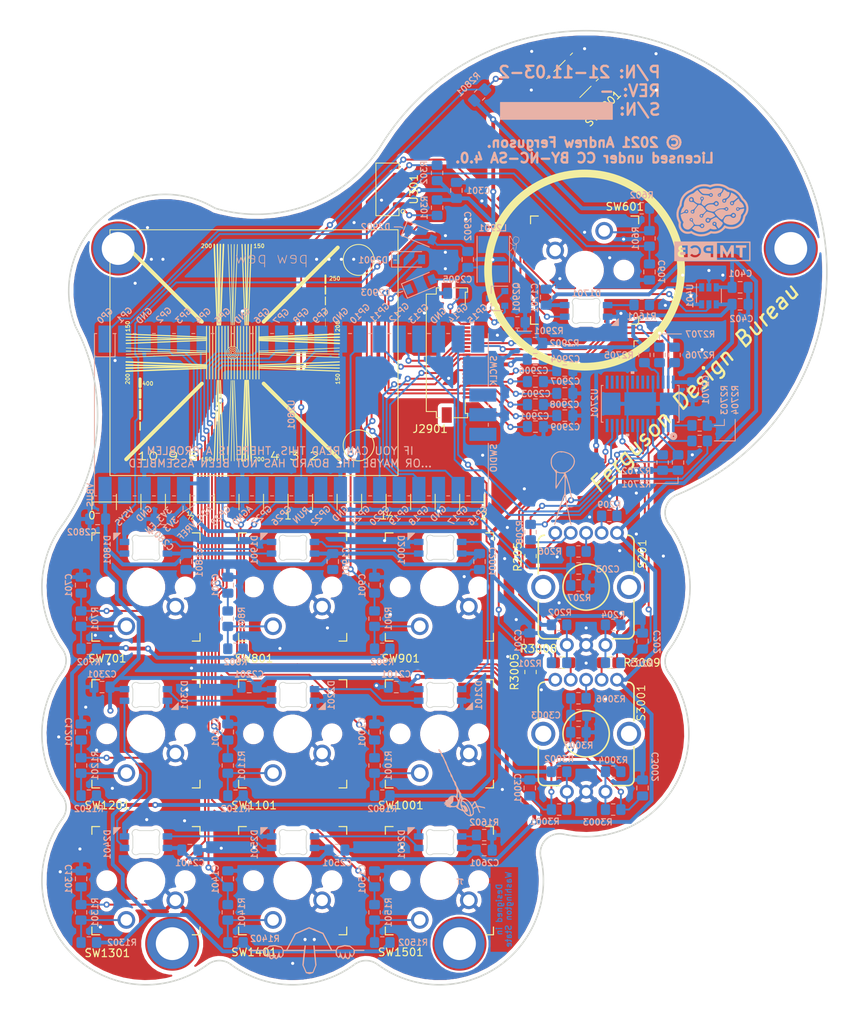
<source format=kicad_pcb>
(kicad_pcb (version 20171130) (host pcbnew "(5.1.12-1-10_14)")
  (title_block (rev -) (company "Ferguson Design Bureau"))
  (layers (0 F.Cu signal) (31 B.Cu signal) (34 B.Paste user) (35 F.Paste user hide) (36 B.SilkS user) (37 F.SilkS user hide) (38 B.Mask user) (39 F.Mask user hide) (44 Edge.Cuts user))
  (net 0 "")
  (net 1 GND)
  (net 2 +3V3)
  (net 3 +5V)
  (net 4 "Net-(C2902-Pad2)")
  (net 5 "/LED 10/Neo LED 02/D_IN")
  (net 6 "/LED 10/Neo LED 01/D_IN")
  (net 7 "/LED 10/Neo LED 03/D_IN")
  (net 8 "/LED 10/Neo LED 04/D_IN")
  (net 9 "/LED 10/Neo LED 05/D_IN")
  (net 10 "/LED 10/Neo LED 06/D_IN")
  (net 11 "/LED 10/Neo LED 07/D_IN")
  (net 12 "/LED 10/Neo LED 08/D_IN")
  (net 13 "/LED 10/Neo LED 09/D_IN")
  (net 14 "/LED 10/Neo LED 10/D_IN")
  (net 15 "/LED 10/Neo LED 10/D_OUT")
  (net 16 SPI_MOSI_3V)
  (net 17 SPI_SCLK_3V)
  (net 18 SPI_MISO_3V)
  (net 19 "/10 Group Switch/Switch_1/SW_RDIV")
  (net 20 "/10 Group Switch/Switch 2/SW_RDIV")
  (net 21 "/10 Group Switch/Switch 3/SW_RDIV")
  (net 22 "/10 Group Switch/Switch 4/SW_RDIV")
  (net 23 "/10 Group Switch/Switch 5/SW_RDIV")
  (net 24 "/10 Group Switch/Switch 6/SW_RDIV")
  (net 25 "/10 Group Switch/Switch 7/SW_RDIV")
  (net 26 "/10 Group Switch/Switch 8/SW_RDIV")
  (net 27 "/10 Group Switch/Switch 9/SW_RDIV")
  (net 28 "/10 Group Switch/Switch 10/SW_RDIV")
  (net 29 "/Level Converter/D_OUT_5V")
  (net 30 "Net-(R2702-Pad2)")
  (net 31 "Net-(R2706-Pad2)")
  (net 32 "Net-(R2707-Pad2)")
  (net 33 "Net-(R2703-Pad1)")
  (net 34 "Net-(R2704-Pad1)")
  (net 35 "Net-(R2705-Pad2)")
  (net 36 "Net-(J2901-Pad19)")
  (net 37 "Net-(J2901-Pad7)")
  (net 38 "Net-(J2901-Pad6)")
  (net 39 "Net-(J2901-Pad4)")
  (net 40 "Net-(J2901-Pad1)")
  (net 41 "Net-(U2701-Pad9)")
  (net 42 "Net-(U2701-Pad14)")
  (net 43 "Net-(U2701-Pad15)")
  (net 44 "Net-(U2701-Pad16)")
  (net 45 "Net-(U2701-Pad17)")
  (net 46 "Net-(U2701-Pad18)")
  (net 47 "Net-(U2701-Pad20)")
  (net 48 "Net-(U2701-Pad21)")
  (net 49 "Net-(U2701-Pad22)")
  (net 50 "Net-(U2701-Pad23)")
  (net 51 "Net-(U2801-Pad43)")
  (net 52 "Net-(U2801-Pad41)")
  (net 53 "/Rotary Encoder 1/RE_SW_A")
  (net 54 "/Rotary Encoder 1/RE_SW_B")
  (net 55 "/Rotary Encoder 2/RE_SW_A")
  (net 56 "/Rotary Encoder 2/RE_SW_B")
  (net 57 "/Rotary Encoder 1/RES_DR")
  (net 58 "/Rotary Encoder 1/RES_DG")
  (net 59 "/Rotary Encoder 1/RES_DB")
  (net 60 "/Rotary Encoder 2/RES_DR")
  (net 61 "/Rotary Encoder 2/RES_DG")
  (net 62 "/Rotary Encoder 2/RES_DB")
  (net 63 "/Rotary Encoder 1/RE_SW_RES")
  (net 64 "/Rotary Encoder 2/RE_SW_RES")
  (net 65 "/RGB Driver/DRIVER_LED_SW1_R_5V")
  (net 66 "/RGB Driver/DRIVER_LED_SW1_G_5V")
  (net 67 "/RGB Driver/DRIVER_LED_SW1_B_5V")
  (net 68 "/RGB Driver/DRIVER_LED_SW2_B_5V")
  (net 69 "/RGB Driver/DRIVER_LED_SW2_G_5V")
  (net 70 "/RGB Driver/DRIVER_LED_SW2_R_5V")
  (net 71 "/eInk Display/DS_VGL")
  (net 72 "/eInk Display/DS_VGH")
  (net 73 "/eInk Display/DS_VDHR")
  (net 74 "/eInk Display/DS_VDDD")
  (net 75 "/eInk Display/DS_VSH")
  (net 76 "/eInk Display/DS_VSL")
  (net 77 "/eInk Display/DS_VCOM")
  (net 78 "/eInk Display/DS_BS1")
  (net 79 "/eInk Display/DS_GDR")
  (net 80 "/eInk Display/DS_MOSFET_S")
  (net 81 "/eInk Display/DS_MOSFET_D")
  (net 82 /REnc_1_A)
  (net 83 /REnc_1_B)
  (net 84 /REnc_1_SW)
  (net 85 /SW1)
  (net 86 /SW2)
  (net 87 /SW3)
  (net 88 /SW4)
  (net 89 /SW5)
  (net 90 /SW6)
  (net 91 /SW7)
  (net 92 /SW8)
  (net 93 /SW9)
  (net 94 /SW10)
  (net 95 /REnc_2_A)
  (net 96 /REnc_2_B)
  (net 97 /REnc_2_SW)
  (net 98 /DS_CS_3V3)
  (net 99 /DS_D_C_3V3)
  (net 100 /DS_BUSY_3V3)
  (net 101 /SCL)
  (net 102 /SDA)
  (net 103 /DRIVER_LED_CS)
  (net 104 /D_IN_3V3)
  (net 105 /Pico/NC_3V3_EN)
  (net 106 /Pico/NC_VSYS)
  (net 107 /Pico/RUN_SW)
  (module TMPPCB_R2:RPi_Pico_SMD_TH-JER_no_ext_usb (layer B.Cu) (at 78.83 67.71 270)
    (fp_text reference U2801 (at 0 0 90) (layer B.SilkS) (effects (font (size 0.8 0.8)) (justify mirror)))
    (fp_text value Pico-JER)
    (fp_text user SWDIO (at 5.6 -26.2 90) (layer B.SilkS) (effects (font (size 0.8 0.8)) (justify mirror)))
    (fp_text user SWCLK (at -5.7 -26.2 90) (layer B.SilkS) (effects (font (size 0.8 0.8)) (justify mirror)))
    (fp_text user AGND (at 13.054 6.35 225) (layer B.SilkS) (effects (font (size 0.8 0.8)) (justify mirror)))
    (fp_text user GND (at 12.8 19.05 225) (layer B.SilkS) (effects (font (size 0.8 0.8)) (justify mirror)))
    (fp_text user GND (at 12.8 -6.35 225) (layer B.SilkS) (effects (font (size 0.8 0.8)) (justify mirror)))
    (fp_text user GND (at 12.8 -19.05 225) (layer B.SilkS) (effects (font (size 0.8 0.8)) (justify mirror)))
    (fp_text user GND (at -12.8 -19.05 225) (layer B.SilkS) (effects (font (size 0.8 0.8)) (justify mirror)))
    (fp_text user GND (at -12.8 -6.35 225) (layer B.SilkS) (effects (font (size 0.8 0.8)) (justify mirror)))
    (fp_text user GND (at -12.8 6.35 225) (layer B.SilkS) (effects (font (size 0.8 0.8)) (justify mirror)))
    (fp_text user GND (at -12.8 19.05 225) (layer B.SilkS) (effects (font (size 0.8 0.8)) (justify mirror)))
    (fp_text user VBUS (at 10.39 26.03 270) (layer B.SilkS) (effects (font (size 0.8 0.8)) (justify mirror)))
    (fp_text user VSYS (at 13.2 21.59 225) (layer B.SilkS) (effects (font (size 0.8 0.8)) (justify mirror)))
    (fp_text user 3V3_EN (at 13.7 17.2 225) (layer B.SilkS) (effects (font (size 0.8 0.8)) (justify mirror)))
    (fp_text user 3V3 (at 14.19 15.58 225) (layer B.SilkS) (effects (font (size 0.8 0.8)) (justify mirror)))
    (fp_text user ADC_VREF (at 14 12.5 225) (layer B.SilkS) (effects (font (size 0.8 0.8)) (justify mirror)))
    (fp_text user GP28 (at 13.054 9.144 225) (layer B.SilkS) (effects (font (size 0.8 0.8)) (justify mirror)))
    (fp_text user GP27 (at 13.054 3.8 225) (layer B.SilkS) (effects (font (size 0.8 0.8)) (justify mirror)))
    (fp_text user GP26 (at 13.054 1.27 225) (layer B.SilkS) (effects (font (size 0.8 0.8)) (justify mirror)))
    (fp_text user RUN (at 13 -1.27 225) (layer B.SilkS) (effects (font (size 0.8 0.8)) (justify mirror)))
    (fp_text user GP22 (at 13.054 -3.81 225) (layer B.SilkS) (effects (font (size 0.8 0.8)) (justify mirror)))
    (fp_text user GP21 (at 13.054 -8.9 225) (layer B.SilkS) (effects (font (size 0.8 0.8)) (justify mirror)))
    (fp_text user GP20 (at 13.054 -11.43 225) (layer B.SilkS) (effects (font (size 0.8 0.8)) (justify mirror)))
    (fp_text user GP19 (at 13.054 -13.97 225) (layer B.SilkS) (effects (font (size 0.8 0.8)) (justify mirror)))
    (fp_text user GP18 (at 13.054 -16.51 225) (layer B.SilkS) (effects (font (size 0.8 0.8)) (justify mirror)))
    (fp_text user GP17 (at 13.054 -21.59 225) (layer B.SilkS) (effects (font (size 0.8 0.8)) (justify mirror)))
    (fp_text user GP16 (at 13.054 -24.13 225) (layer B.SilkS) (effects (font (size 0.8 0.8)) (justify mirror)))
    (fp_text user GP15 (at -13.054 -24.13 225) (layer B.SilkS) (effects (font (size 0.8 0.8)) (justify mirror)))
    (fp_text user GP14 (at -13.1 -21.59 225) (layer B.SilkS) (effects (font (size 0.8 0.8)) (justify mirror)))
    (fp_text user GP13 (at -13.054 -16.51 225) (layer B.SilkS) (effects (font (size 0.8 0.8)) (justify mirror)))
    (fp_text user GP12 (at -13.2 -13.97 225) (layer B.SilkS) (effects (font (size 0.8 0.8)) (justify mirror)))
    (fp_text user GP11 (at -13.2 -11.43 225) (layer B.SilkS) (effects (font (size 0.8 0.8)) (justify mirror)))
    (fp_text user GP10 (at -13.054 -8.89 225) (layer B.SilkS) (effects (font (size 0.8 0.8)) (justify mirror)))
    (fp_text user GP9 (at -12.8 -3.81 225) (layer B.SilkS) (effects (font (size 0.8 0.8)) (justify mirror)))
    (fp_text user GP8 (at -12.8 -1.27 225) (layer B.SilkS) (effects (font (size 0.8 0.8)) (justify mirror)))
    (fp_text user GP7 (at -12.7 1.3 225) (layer B.SilkS) (effects (font (size 0.8 0.8)) (justify mirror)))
    (fp_text user GP6 (at -12.8 3.81 225) (layer B.SilkS) (effects (font (size 0.8 0.8)) (justify mirror)))
    (fp_text user GP5 (at -12.8 8.89 225) (layer B.SilkS) (effects (font (size 0.8 0.8)) (justify mirror)))
    (fp_text user GP4 (at -12.8 11.43 225) (layer B.SilkS) (effects (font (size 0.8 0.8)) (justify mirror)))
    (fp_text user GP3 (at -12.8 13.97 225) (layer B.SilkS) (effects (font (size 0.8 0.8)) (justify mirror)))
    (fp_text user GP0 (at -12.8 24.13 225) (layer B.SilkS) (effects (font (size 0.8 0.8)) (justify mirror)))
    (fp_text user GP2 (at -12.9 16.51 225) (layer B.SilkS) (effects (font (size 0.8 0.8)) (justify mirror)))
    (fp_text user GP1 (at -12.9 21.6 225) (layer B.SilkS) (effects (font (size 0.8 0.8)) (justify mirror)))
    (pad 43 smd rect (at 2.54 -23.9 180) (size 3.5 1.7) (drill (offset -0.9 0)) (layers B.Cu B.Mask) (net 51 "Net-(U2801-Pad43)"))
    (pad 42 smd rect (at 0 -23.9 180) (size 3.5 1.7) (drill (offset -0.9 0)) (layers B.Cu B.Mask) (net 1 GND))
    (pad 41 smd rect (at -2.54 -23.9 180) (size 3.5 1.7) (drill (offset -0.9 0)) (layers B.Cu B.Mask) (net 52 "Net-(U2801-Pad41)"))
    (pad 21 smd rect (at 8.89 -24.13 270) (size 3.5 1.7) (drill (offset 0.9 0)) (layers B.Cu B.Mask) (net 18 SPI_MISO_3V))
    (pad 22 smd rect (at 8.89 -21.59 270) (size 3.5 1.7) (drill (offset 0.9 0)) (layers B.Cu B.Mask) (net 98 /DS_CS_3V3))
    (pad 23 smd rect (at 8.89 -19.05 270) (size 3.5 1.7) (drill (offset 0.9 0)) (layers B.Cu B.Mask) (net 1 GND))
    (pad 24 smd rect (at 8.89 -16.51 270) (size 3.5 1.7) (drill (offset 0.9 0)) (layers B.Cu B.Mask) (net 17 SPI_SCLK_3V))
    (pad 25 smd rect (at 8.89 -13.97 270) (size 3.5 1.7) (drill (offset 0.9 0)) (layers B.Cu B.Mask) (net 16 SPI_MOSI_3V))
    (pad 26 smd rect (at 8.89 -11.43 270) (size 3.5 1.7) (drill (offset 0.9 0)) (layers B.Cu B.Mask) (net 102 /SDA))
    (pad 27 smd rect (at 8.89 -8.89 270) (size 3.5 1.7) (drill (offset 0.9 0)) (layers B.Cu B.Mask) (net 101 /SCL))
    (pad 28 smd rect (at 8.89 -6.35 270) (size 3.5 1.7) (drill (offset 0.9 0)) (layers B.Cu B.Mask) (net 1 GND))
    (pad 29 smd rect (at 8.89 -3.81 270) (size 3.5 1.7) (drill (offset 0.9 0)) (layers B.Cu B.Mask) (net 84 /REnc_1_SW))
    (pad 30 smd rect (at 8.89 -1.27 270) (size 3.5 1.7) (drill (offset 0.9 0)) (layers B.Cu B.Mask) (net 107 /Pico/RUN_SW))
    (pad 31 smd rect (at 8.89 1.27 270) (size 3.5 1.7) (drill (offset 0.9 0)) (layers B.Cu B.Mask) (net 97 /REnc_2_SW))
    (pad 32 smd rect (at 8.89 3.81 270) (size 3.5 1.7) (drill (offset 0.9 0)) (layers B.Cu B.Mask) (net 96 /REnc_2_B))
    (pad 33 smd rect (at 8.89 6.35 270) (size 3.5 1.7) (drill (offset 0.9 0)) (layers B.Cu B.Mask) (net 1 GND))
    (pad 34 smd rect (at 8.89 8.89 270) (size 3.5 1.7) (drill (offset 0.9 0)) (layers B.Cu B.Mask) (net 95 /REnc_2_A))
    (pad 35 smd rect (at 8.89 11.43 270) (size 3.5 1.7) (drill (offset 0.9 0)) (layers B.Cu B.Mask) (net 2 +3V3))
    (pad 36 smd rect (at 8.89 13.97 270) (size 3.5 1.7) (drill (offset 0.9 0)) (layers B.Cu B.Mask) (net 2 +3V3))
    (pad 37 smd rect (at 8.89 16.51 270) (size 3.5 1.7) (drill (offset 0.9 0)) (layers B.Cu B.Mask) (net 105 /Pico/NC_3V3_EN))
    (pad 38 smd rect (at 8.89 19.05 270) (size 3.5 1.7) (drill (offset 0.9 0)) (layers B.Cu B.Mask) (net 1 GND))
    (pad 39 smd rect (at 8.89 21.59 270) (size 3.5 1.7) (drill (offset 0.9 0)) (layers B.Cu B.Mask) (net 106 /Pico/NC_VSYS))
    (pad 40 smd rect (at 8.89 24.13 270) (size 3.5 1.7) (drill (offset 0.9 0)) (layers B.Cu B.Mask) (net 3 +5V))
    (pad 20 smd rect (at -8.89 -24.13 270) (size 3.5 1.7) (drill (offset -0.9 0)) (layers B.Cu B.Mask) (net 83 /REnc_1_B))
    (pad 19 smd rect (at -8.89 -21.59 270) (size 3.5 1.7) (drill (offset -0.9 0)) (layers B.Cu B.Mask) (net 82 /REnc_1_A))
    (pad 18 smd rect (at -8.89 -19.05 270) (size 3.5 1.7) (drill (offset -0.9 0)) (layers B.Cu B.Mask) (net 1 GND))
    (pad 17 smd rect (at -8.89 -16.51 270) (size 3.5 1.7) (drill (offset -0.9 0)) (layers B.Cu B.Mask) (net 103 /DRIVER_LED_CS))
    (pad 16 smd rect (at -8.89 -13.97 270) (size 3.5 1.7) (drill (offset -0.9 0)) (layers B.Cu B.Mask) (net 100 /DS_BUSY_3V3))
    (pad 15 smd rect (at -8.89 -11.43 270) (size 3.5 1.7) (drill (offset -0.9 0)) (layers B.Cu B.Mask) (net 99 /DS_D_C_3V3))
    (pad 14 smd rect (at -8.89 -8.89 270) (size 3.5 1.7) (drill (offset -0.9 0)) (layers B.Cu B.Mask) (net 88 /SW4))
    (pad 13 smd rect (at -8.89 -6.35 270) (size 3.5 1.7) (drill (offset -0.9 0)) (layers B.Cu B.Mask) (net 1 GND))
    (pad 12 smd rect (at -8.89 -3.81 270) (size 3.5 1.7) (drill (offset -0.9 0)) (layers B.Cu B.Mask) (net 89 /SW5))
    (pad 11 smd rect (at -8.89 -1.27 270) (size 3.5 1.7) (drill (offset -0.9 0)) (layers B.Cu B.Mask) (net 94 /SW10))
    (pad 10 smd rect (at -8.89 1.27 270) (size 3.5 1.7) (drill (offset -0.9 0)) (layers B.Cu B.Mask) (net 87 /SW3))
    (pad 9 smd rect (at -8.89 3.81 270) (size 3.5 1.7) (drill (offset -0.9 0)) (layers B.Cu B.Mask) (net 90 /SW6))
    (pad 8 smd rect (at -8.89 6.35 270) (size 3.5 1.7) (drill (offset -0.9 0)) (layers B.Cu B.Mask) (net 1 GND))
    (pad 7 smd rect (at -8.89 8.89 270) (size 3.5 1.7) (drill (offset -0.9 0)) (layers B.Cu B.Mask) (net 93 /SW9))
    (pad 6 smd rect (at -8.89 11.43 270) (size 3.5 1.7) (drill (offset -0.9 0)) (layers B.Cu B.Mask) (net 92 /SW8))
    (pad 5 smd rect (at -8.89 13.97 270) (size 3.5 1.7) (drill (offset -0.9 0)) (layers B.Cu B.Mask) (net 91 /SW7))
    (pad 4 smd rect (at -8.89 16.51 270) (size 3.5 1.7) (drill (offset -0.9 0)) (layers B.Cu B.Mask) (net 86 /SW2))
    (pad 3 smd rect (at -8.89 19.05 270) (size 3.5 1.7) (drill (offset -0.9 0)) (layers B.Cu B.Mask) (net 1 GND))
    (pad 2 smd rect (at -8.89 21.59 270) (size 3.5 1.7) (drill (offset -0.9 0)) (layers B.Cu B.Mask) (net 85 /SW1))
    (pad 1 smd rect (at -8.89 24.13 270) (size 3.5 1.7) (drill (offset -0.9 0)) (layers B.Cu B.Mask) (net 104 /D_IN_3V3))
  )
  (module Capacitor_SMD:C_0805_2012Metric_Pad1.18x1.45mm_HandSolder (layer B.Cu) (at 109.7 97 90)
    (fp_text reference C201 (at 0 -1.5 270) (layer B.SilkS) (effects (font (size 0.8 0.8)) (justify mirror)))
    (fp_text value "1 uF 10% 10V")
    (pad 2 smd roundrect (at 1.0375 0 90) (size 1.175 1.45) (layers B.Cu B.Paste B.Mask) (roundrect_rratio 0.2127659574468085) (net 1 GND))
    (pad 1 smd roundrect (at -1.0375 0 90) (size 1.175 1.45) (layers B.Cu B.Paste B.Mask) (roundrect_rratio 0.2127659574468085) (net 82 /REnc_1_A))
  )
  (module Capacitor_SMD:C_0805_2012Metric_Pad1.18x1.45mm_HandSolder (layer B.Cu) (at 124.3 97 270)
    (fp_text reference C202 (at 0.1 -1.9 270) (layer B.SilkS) (effects (font (size 0.8 0.8)) (justify mirror)))
    (fp_text value "1 uF 10% 10V")
    (pad 2 smd roundrect (at 1.0375 0 270) (size 1.175 1.45) (layers B.Cu B.Paste B.Mask) (roundrect_rratio 0.2127659574468085) (net 83 /REnc_1_B))
    (pad 1 smd roundrect (at -1.0375 0 270) (size 1.175 1.45) (layers B.Cu B.Paste B.Mask) (roundrect_rratio 0.2127659574468085) (net 1 GND))
  )
  (module Capacitor_SMD:C_0805_2012Metric_Pad1.18x1.45mm_HandSolder (layer B.Cu) (at 116.0375 87.6 180)
    (fp_text reference C203 (at -3.7625 -0.1) (layer B.SilkS) (effects (font (size 0.8 0.8)) (justify mirror)))
    (fp_text value "1 uF 10% 10V")
    (pad 2 smd roundrect (at 1.0375 0 180) (size 1.175 1.45) (layers B.Cu B.Paste B.Mask) (roundrect_rratio 0.2127659574468085) (net 84 /REnc_1_SW))
    (pad 1 smd roundrect (at -1.0375 0 180) (size 1.175 1.45) (layers B.Cu B.Paste B.Mask) (roundrect_rratio 0.2127659574468085) (net 1 GND))
  )
  (module Capacitor_SMD:C_0805_2012Metric_Pad1.18x1.45mm_HandSolder (layer B.Cu) (at 136.9375 51.225)
    (fp_text reference C401 (at 0.025 -1.775 180) (layer B.SilkS) (effects (font (size 0.8 0.8)) (justify mirror)))
    (fp_text value "1 uF 10% 10V")
    (pad 2 smd roundrect (at 1.0375 0) (size 1.175 1.45) (layers B.Cu B.Paste B.Mask) (roundrect_rratio 0.2127659574468085) (net 1 GND))
    (pad 1 smd roundrect (at -1.0375 0) (size 1.175 1.45) (layers B.Cu B.Paste B.Mask) (roundrect_rratio 0.2127659574468085) (net 3 +5V))
  )
  (module Capacitor_SMD:C_0805_2012Metric_Pad1.18x1.45mm_HandSolder (layer B.Cu) (at 136.9375 53.425 180)
    (fp_text reference C402 (at -0.175 -1.875 180) (layer B.SilkS) (effects (font (size 0.8 0.8)) (justify mirror)))
    (fp_text value "1 uF 10% 10V")
    (pad 2 smd roundrect (at 1.0375 0 180) (size 1.175 1.45) (layers B.Cu B.Paste B.Mask) (roundrect_rratio 0.2127659574468085) (net 2 +3V3))
    (pad 1 smd roundrect (at -1.0375 0 180) (size 1.175 1.45) (layers B.Cu B.Paste B.Mask) (roundrect_rratio 0.2127659574468085) (net 1 GND))
  )
  (module Capacitor_SMD:C_0805_2012Metric_Pad1.18x1.45mm_HandSolder (layer B.Cu) (at 70.6 89.7625 90)
    (fp_text reference C801 (at -0.0375 -1.6 270) (layer B.SilkS) (effects (font (size 0.8 0.8)) (justify mirror)))
    (fp_text value "1 uF 10% 10V")
    (pad 2 smd roundrect (at 1.0375 0 90) (size 1.175 1.45) (layers B.Cu B.Paste B.Mask) (roundrect_rratio 0.2127659574468085) (net 1 GND))
    (pad 1 smd roundrect (at -1.0375 0 90) (size 1.175 1.45) (layers B.Cu B.Paste B.Mask) (roundrect_rratio 0.2127659574468085) (net 87 /SW3))
  )
  (module Capacitor_SMD:C_0805_2012Metric_Pad1.18x1.45mm_HandSolder (layer B.Cu) (at 89.6 89.7625 90)
    (fp_text reference C901 (at -0.0375 -1.6 270) (layer B.SilkS) (effects (font (size 0.8 0.8)) (justify mirror)))
    (fp_text value "1 uF 10% 10V")
    (pad 2 smd roundrect (at 1.0375 0 90) (size 1.175 1.45) (layers B.Cu B.Paste B.Mask) (roundrect_rratio 0.2127659574468085) (net 1 GND))
    (pad 1 smd roundrect (at -1.0375 0 90) (size 1.175 1.45) (layers B.Cu B.Paste B.Mask) (roundrect_rratio 0.2127659574468085) (net 88 /SW4))
  )
  (module Capacitor_SMD:C_0805_2012Metric_Pad1.18x1.45mm_HandSolder (layer B.Cu) (at 89.6 108.7625 90)
    (fp_text reference C1001 (at -0.0375 -1.6 270) (layer B.SilkS) (effects (font (size 0.8 0.8)) (justify mirror)))
    (fp_text value "1 uF 10% 10V")
    (pad 2 smd roundrect (at 1.0375 0 90) (size 1.175 1.45) (layers B.Cu B.Paste B.Mask) (roundrect_rratio 0.2127659574468085) (net 1 GND))
    (pad 1 smd roundrect (at -1.0375 0 90) (size 1.175 1.45) (layers B.Cu B.Paste B.Mask) (roundrect_rratio 0.2127659574468085) (net 89 /SW5))
  )
  (module Capacitor_SMD:C_0805_2012Metric_Pad1.18x1.45mm_HandSolder (layer B.Cu) (at 70.6 108.7625 90)
    (fp_text reference C1101 (at -0.0375 -1.6 270) (layer B.SilkS) (effects (font (size 0.8 0.8)) (justify mirror)))
    (fp_text value "1 uF 10% 10V")
    (pad 2 smd roundrect (at 1.0375 0 90) (size 1.175 1.45) (layers B.Cu B.Paste B.Mask) (roundrect_rratio 0.2127659574468085) (net 1 GND))
    (pad 1 smd roundrect (at -1.0375 0 90) (size 1.175 1.45) (layers B.Cu B.Paste B.Mask) (roundrect_rratio 0.2127659574468085) (net 90 /SW6))
  )
  (module Capacitor_SMD:C_0805_2012Metric_Pad1.18x1.45mm_HandSolder (layer B.Cu) (at 51.6 108.7625 90)
    (fp_text reference C1201 (at -0.0375 -1.6 270) (layer B.SilkS) (effects (font (size 0.8 0.8)) (justify mirror)))
    (fp_text value "1 uF 10% 10V")
    (pad 2 smd roundrect (at 1.0375 0 90) (size 1.175 1.45) (layers B.Cu B.Paste B.Mask) (roundrect_rratio 0.2127659574468085) (net 1 GND))
    (pad 1 smd roundrect (at -1.0375 0 90) (size 1.175 1.45) (layers B.Cu B.Paste B.Mask) (roundrect_rratio 0.2127659574468085) (net 91 /SW7))
  )
  (module Capacitor_SMD:C_0805_2012Metric_Pad1.18x1.45mm_HandSolder (layer B.Cu) (at 51.6 127.7625 90)
    (fp_text reference C1301 (at -0.0375 -1.6 270) (layer B.SilkS) (effects (font (size 0.8 0.8)) (justify mirror)))
    (fp_text value "1 uF 10% 10V")
    (pad 2 smd roundrect (at 1.0375 0 90) (size 1.175 1.45) (layers B.Cu B.Paste B.Mask) (roundrect_rratio 0.2127659574468085) (net 1 GND))
    (pad 1 smd roundrect (at -1.0375 0 90) (size 1.175 1.45) (layers B.Cu B.Paste B.Mask) (roundrect_rratio 0.2127659574468085) (net 92 /SW8))
  )
  (module Capacitor_SMD:C_0805_2012Metric_Pad1.18x1.45mm_HandSolder (layer B.Cu) (at 70.6 127.7625 90)
    (fp_text reference C1401 (at -0.0375 -1.6 270) (layer B.SilkS) (effects (font (size 0.8 0.8)) (justify mirror)))
    (fp_text value "1 uF 10% 10V")
    (pad 2 smd roundrect (at 1.0375 0 90) (size 1.175 1.45) (layers B.Cu B.Paste B.Mask) (roundrect_rratio 0.2127659574468085) (net 1 GND))
    (pad 1 smd roundrect (at -1.0375 0 90) (size 1.175 1.45) (layers B.Cu B.Paste B.Mask) (roundrect_rratio 0.2127659574468085) (net 93 /SW9))
  )
  (module Capacitor_SMD:C_0805_2012Metric_Pad1.18x1.45mm_HandSolder (layer B.Cu) (at 89.6 127.7625 90)
    (fp_text reference C1501 (at -0.0375 -1.6 270) (layer B.SilkS) (effects (font (size 0.8 0.8)) (justify mirror)))
    (fp_text value "1 uF 10% 10V")
    (pad 2 smd roundrect (at 1.0375 0 90) (size 1.175 1.45) (layers B.Cu B.Paste B.Mask) (roundrect_rratio 0.2127659574468085) (net 1 GND))
    (pad 1 smd roundrect (at -1.0375 0 90) (size 1.175 1.45) (layers B.Cu B.Paste B.Mask) (roundrect_rratio 0.2127659574468085) (net 94 /SW10))
  )
  (module Capacitor_SMD:C_0805_2012Metric_Pad1.18x1.45mm_HandSolder (layer B.Cu) (at 111.825 52.5 270)
    (fp_text reference C1701 (at 0.08 1.485 270) (layer B.SilkS) (effects (font (size 0.8 0.8)) (justify mirror)))
    (fp_text value "10 uF 10% 10V")
    (pad 2 smd roundrect (at 1.0375 0 270) (size 1.175 1.45) (layers B.Cu B.Paste B.Mask) (roundrect_rratio 0.2127659574468085) (net 3 +5V))
    (pad 1 smd roundrect (at -1.0375 0 270) (size 1.175 1.45) (layers B.Cu B.Paste B.Mask) (roundrect_rratio 0.2127659574468085) (net 1 GND))
  )
  (module Capacitor_SMD:C_0805_2012Metric_Pad1.18x1.45mm_HandSolder (layer B.Cu) (at 84.19 86.7075 90)
    (fp_text reference C1901 (at -0.0325 1.71 90) (layer B.SilkS) (effects (font (size 0.8 0.8)) (justify mirror)))
    (fp_text value "10 uF 10% 10V")
    (pad 2 smd roundrect (at 1.0375 0 90) (size 1.175 1.45) (layers B.Cu B.Paste B.Mask) (roundrect_rratio 0.2127659574468085) (net 3 +5V))
    (pad 1 smd roundrect (at -1.0375 0 90) (size 1.175 1.45) (layers B.Cu B.Paste B.Mask) (roundrect_rratio 0.2127659574468085) (net 1 GND))
  )
  (module Capacitor_SMD:C_0805_2012Metric_Pad1.18x1.45mm_HandSolder (layer B.Cu) (at 103.19 86.7075 90)
    (fp_text reference C2001 (at -0.0425 1.72 90) (layer B.SilkS) (effects (font (size 0.8 0.8)) (justify mirror)))
    (fp_text value "10 uF 10% 10V")
    (pad 1 smd roundrect (at -1.0375 0 90) (size 1.175 1.45) (layers B.Cu B.Paste B.Mask) (roundrect_rratio 0.2127659574468085) (net 1 GND))
    (pad 2 smd roundrect (at 1.0375 0 90) (size 1.175 1.45) (layers B.Cu B.Paste B.Mask) (roundrect_rratio 0.2127659574468085) (net 3 +5V))
  )
  (module Capacitor_SMD:C_0805_2012Metric_Pad1.18x1.45mm_HandSolder (layer B.Cu) (at 92.4175 102.95)
    (fp_text reference C2101 (at -0.0225 -1.66) (layer B.SilkS) (effects (font (size 0.8 0.8)) (justify mirror)))
    (fp_text value "10 uF 10% 10V")
    (pad 2 smd roundrect (at 1.0375 0) (size 1.175 1.45) (layers B.Cu B.Paste B.Mask) (roundrect_rratio 0.2127659574468085) (net 3 +5V))
    (pad 1 smd roundrect (at -1.0375 0) (size 1.175 1.45) (layers B.Cu B.Paste B.Mask) (roundrect_rratio 0.2127659574468085) (net 1 GND))
  )
  (module Capacitor_SMD:C_0805_2012Metric_Pad1.18x1.45mm_HandSolder (layer B.Cu) (at 73.3675 102.95)
    (fp_text reference C2201 (at -0.0225 -1.66) (layer B.SilkS) (effects (font (size 0.8 0.8)) (justify mirror)))
    (fp_text value "10 uF 10% 10V")
    (pad 2 smd roundrect (at 1.0375 0) (size 1.175 1.45) (layers B.Cu B.Paste B.Mask) (roundrect_rratio 0.2127659574468085) (net 3 +5V))
    (pad 1 smd roundrect (at -1.0375 0) (size 1.175 1.45) (layers B.Cu B.Paste B.Mask) (roundrect_rratio 0.2127659574468085) (net 1 GND))
  )
  (module Capacitor_SMD:C_0805_2012Metric_Pad1.18x1.45mm_HandSolder (layer B.Cu) (at 54.3125 102.95)
    (fp_text reference C2301 (at -0.0225 -1.66) (layer B.SilkS) (effects (font (size 0.8 0.8)) (justify mirror)))
    (fp_text value "10 uF 10% 10V")
    (pad 2 smd roundrect (at 1.0375 0) (size 1.175 1.45) (layers B.Cu B.Paste B.Mask) (roundrect_rratio 0.2127659574468085) (net 3 +5V))
    (pad 1 smd roundrect (at -1.0375 0) (size 1.175 1.45) (layers B.Cu B.Paste B.Mask) (roundrect_rratio 0.2127659574468085) (net 1 GND))
  )
  (module Capacitor_SMD:C_0805_2012Metric_Pad1.18x1.45mm_HandSolder (layer B.Cu) (at 65.68 124.04 180)
    (fp_text reference C2401 (at -0.0225 -1.66) (layer B.SilkS) (effects (font (size 0.8 0.8)) (justify mirror)))
    (fp_text value "10 uF 10% 10V")
    (pad 2 smd roundrect (at 1.0375 0 180) (size 1.175 1.45) (layers B.Cu B.Paste B.Mask) (roundrect_rratio 0.2127659574468085) (net 3 +5V))
    (pad 1 smd roundrect (at -1.0375 0 180) (size 1.175 1.45) (layers B.Cu B.Paste B.Mask) (roundrect_rratio 0.2127659574468085) (net 1 GND))
  )
  (module Capacitor_SMD:C_0805_2012Metric_Pad1.18x1.45mm_HandSolder (layer B.Cu) (at 84.73 124.04 180)
    (fp_text reference C2501 (at -0.0225 -1.66) (layer B.SilkS) (effects (font (size 0.8 0.8)) (justify mirror)))
    (fp_text value "10 uF 10% 10V")
    (pad 2 smd roundrect (at 1.0375 0 180) (size 1.175 1.45) (layers B.Cu B.Paste B.Mask) (roundrect_rratio 0.2127659574468085) (net 3 +5V))
    (pad 1 smd roundrect (at -1.0375 0 180) (size 1.175 1.45) (layers B.Cu B.Paste B.Mask) (roundrect_rratio 0.2127659574468085) (net 1 GND))
  )
  (module Capacitor_SMD:C_0805_2012Metric_Pad1.18x1.45mm_HandSolder (layer B.Cu) (at 103.8 124.04 180)
    (fp_text reference C2601 (at -0.0225 -1.66) (layer B.SilkS) (effects (font (size 0.8 0.8)) (justify mirror)))
    (fp_text value "10 uF 10% 10V")
    (pad 2 smd roundrect (at 1.0375 0 180) (size 1.175 1.45) (layers B.Cu B.Paste B.Mask) (roundrect_rratio 0.2127659574468085) (net 3 +5V))
    (pad 1 smd roundrect (at -1.0375 0 180) (size 1.175 1.45) (layers B.Cu B.Paste B.Mask) (roundrect_rratio 0.2127659574468085) (net 1 GND))
  )
  (module Capacitor_SMD:C_0805_2012Metric_Pad1.18x1.45mm_HandSolder (layer B.Cu) (at 130.8 64.4875 90)
    (fp_text reference C2701 (at 0 1.68 270) (layer B.SilkS) (effects (font (size 0.8 0.8)) (justify mirror)))
    (fp_text value "1 uF 10% 10V")
    (pad 2 smd roundrect (at 1.0375 0 90) (size 1.175 1.45) (layers B.Cu B.Paste B.Mask) (roundrect_rratio 0.2127659574468085) (net 2 +3V3))
    (pad 1 smd roundrect (at -1.0375 0 90) (size 1.175 1.45) (layers B.Cu B.Paste B.Mask) (roundrect_rratio 0.2127659574468085) (net 1 GND))
  )
  (module Capacitor_SMD:C_0805_2012Metric_Pad1.18x1.45mm_HandSolder (layer B.Cu) (at 62.2 81.2 180)
    (fp_text reference C2801 (at 0.162635 -2.58094 135) (layer B.SilkS) (effects (font (size 0.8 0.8)) (justify mirror)))
    (fp_text value "1 uF 10% 10V")
    (pad 2 smd roundrect (at 1.0375 0 180) (size 1.175 1.45) (layers B.Cu B.Paste B.Mask) (roundrect_rratio 0.2127659574468085) (net 1 GND))
    (pad 1 smd roundrect (at -1.0375 0 180) (size 1.175 1.45) (layers B.Cu B.Paste B.Mask) (roundrect_rratio 0.2127659574468085) (net 2 +3V3))
  )
  (module Capacitor_SMD:C_0805_2012Metric_Pad1.18x1.45mm_HandSolder (layer B.Cu) (at 53.7375 81.2 180)
    (fp_text reference C2802 (at 2.0375 -1.7) (layer B.SilkS) (effects (font (size 0.8 0.8)) (justify mirror)))
    (fp_text value "1 uF 10% 10V")
    (pad 2 smd roundrect (at 1.0375 0 180) (size 1.175 1.45) (layers B.Cu B.Paste B.Mask) (roundrect_rratio 0.2127659574468085) (net 1 GND))
    (pad 1 smd roundrect (at -1.0375 0 180) (size 1.175 1.45) (layers B.Cu B.Paste B.Mask) (roundrect_rratio 0.2127659574468085) (net 3 +5V))
  )
  (module Capacitor_SMD:C_0805_2012Metric_Pad1.18x1.45mm_HandSolder (layer B.Cu) (at 114.2375 67.825)
    (fp_text reference C2901 (at -3.9375 0.075 180) (layer B.SilkS) (effects (font (size 0.8 0.8)) (justify mirror)))
    (fp_text value "1 uF 10% 10V")
    (pad 1 smd roundrect (at -1.0375 0) (size 1.175 1.45) (layers B.Cu B.Paste B.Mask) (roundrect_rratio 0.2127659574468085) (net 71 "/eInk Display/DS_VGL"))
    (pad 2 smd roundrect (at 1.0375 0) (size 1.175 1.45) (layers B.Cu B.Paste B.Mask) (roundrect_rratio 0.2127659574468085) (net 1 GND))
  )
  (module Capacitor_SMD:C_0805_2012Metric_Pad1.18x1.45mm_HandSolder (layer B.Cu) (at 101.675 47.6275 90)
    (fp_text reference C2902 (at 4.3275 0.025 270) (layer B.SilkS) (effects (font (size 0.8 0.8)) (justify mirror)))
    (fp_text value "4.7 uF 10% 10V")
    (pad 2 smd roundrect (at 1.0375 0 90) (size 1.175 1.45) (layers B.Cu B.Paste B.Mask) (roundrect_rratio 0.2127659574468085) (net 4 "Net-(C2902-Pad2)"))
    (pad 1 smd roundrect (at -1.0375 0 90) (size 1.175 1.45) (layers B.Cu B.Paste B.Mask) (roundrect_rratio 0.2127659574468085) (net 80 "/eInk Display/DS_MOSFET_S"))
  )
  (module Capacitor_SMD:C_0805_2012Metric_Pad1.18x1.45mm_HandSolder (layer B.Cu) (at 114.2375 64.95)
    (fp_text reference C2903 (at -3.7375 0.05 180) (layer B.SilkS) (effects (font (size 0.8 0.8)) (justify mirror)))
    (fp_text value "1 uF 10% 10V")
    (pad 2 smd roundrect (at 1.0375 0) (size 1.175 1.45) (layers B.Cu B.Paste B.Mask) (roundrect_rratio 0.2127659574468085) (net 1 GND))
    (pad 1 smd roundrect (at -1.0375 0) (size 1.175 1.45) (layers B.Cu B.Paste B.Mask) (roundrect_rratio 0.2127659574468085) (net 72 "/eInk Display/DS_VGH"))
  )
  (module Capacitor_SMD:C_0805_2012Metric_Pad1.18x1.45mm_HandSolder (layer B.Cu) (at 110.4125 60.525 180)
    (fp_text reference C2904 (at -3.8875 0.025 180) (layer B.SilkS) (effects (font (size 0.8 0.8)) (justify mirror)))
    (fp_text value "1 uF 10% 10V")
    (pad 2 smd roundrect (at 1.0375 0 180) (size 1.175 1.45) (layers B.Cu B.Paste B.Mask) (roundrect_rratio 0.2127659574468085) (net 2 +3V3))
    (pad 1 smd roundrect (at -1.0375 0 180) (size 1.175 1.45) (layers B.Cu B.Paste B.Mask) (roundrect_rratio 0.2127659574468085) (net 1 GND))
  )
  (module Capacitor_SMD:C_0805_2012Metric_Pad1.18x1.45mm_HandSolder (layer B.Cu) (at 100.1 52)
    (fp_text reference C2905 (at 0.24 -1.79 180) (layer B.SilkS) (effects (font (size 0.8 0.8)) (justify mirror)))
    (fp_text value "1 uF 10% 10V")
    (pad 2 smd roundrect (at 1.0375 0) (size 1.175 1.45) (layers B.Cu B.Paste B.Mask) (roundrect_rratio 0.2127659574468085) (net 73 "/eInk Display/DS_VDHR"))
    (pad 1 smd roundrect (at -1.0375 0) (size 1.175 1.45) (layers B.Cu B.Paste B.Mask) (roundrect_rratio 0.2127659574468085) (net 1 GND))
  )
  (module Capacitor_SMD:C_0805_2012Metric_Pad1.18x1.45mm_HandSolder (layer B.Cu) (at 114.2375 62 180)
    (fp_text reference C2906 (at 4.0375 0 180) (layer B.SilkS) (effects (font (size 0.8 0.8)) (justify mirror)))
    (fp_text value "1 uF 10% 10V")
    (pad 2 smd roundrect (at 1.0375 0 180) (size 1.175 1.45) (layers B.Cu B.Paste B.Mask) (roundrect_rratio 0.2127659574468085) (net 74 "/eInk Display/DS_VDDD"))
    (pad 1 smd roundrect (at -1.0375 0 180) (size 1.175 1.45) (layers B.Cu B.Paste B.Mask) (roundrect_rratio 0.2127659574468085) (net 1 GND))
  )
  (module Capacitor_SMD:C_0805_2012Metric_Pad1.18x1.45mm_HandSolder (layer B.Cu) (at 110.4375 63.425)
    (fp_text reference C2907 (at 3.8625 -0.025) (layer B.SilkS) (effects (font (size 0.8 0.8)) (justify mirror)))
    (fp_text value "1 uF 10% 10V")
    (pad 2 smd roundrect (at 1.0375 0) (size 1.175 1.45) (layers B.Cu B.Paste B.Mask) (roundrect_rratio 0.2127659574468085) (net 1 GND))
    (pad 1 smd roundrect (at -1.0375 0) (size 1.175 1.45) (layers B.Cu B.Paste B.Mask) (roundrect_rratio 0.2127659574468085) (net 75 "/eInk Display/DS_VSH"))
  )
  (module Capacitor_SMD:C_0805_2012Metric_Pad1.18x1.45mm_HandSolder (layer B.Cu) (at 110.4375 66.4 180)
    (fp_text reference C2908 (at -3.7625 0 180) (layer B.SilkS) (effects (font (size 0.8 0.8)) (justify mirror)))
    (fp_text value "1 uF 10% 10V")
    (pad 2 smd roundrect (at 1.0375 0 180) (size 1.175 1.45) (layers B.Cu B.Paste B.Mask) (roundrect_rratio 0.2127659574468085) (net 76 "/eInk Display/DS_VSL"))
    (pad 1 smd roundrect (at -1.0375 0 180) (size 1.175 1.45) (layers B.Cu B.Paste B.Mask) (roundrect_rratio 0.2127659574468085) (net 1 GND))
  )
  (module Capacitor_SMD:C_0805_2012Metric_Pad1.18x1.45mm_HandSolder (layer B.Cu) (at 110.44 69.25 180)
    (fp_text reference C2909 (at -3.86 -0.05) (layer B.SilkS) (effects (font (size 0.8 0.8)) (justify mirror)))
    (fp_text value "1 uF 10% 10V")
    (pad 1 smd roundrect (at -1.0375 0 180) (size 1.175 1.45) (layers B.Cu B.Paste B.Mask) (roundrect_rratio 0.2127659574468085) (net 1 GND))
    (pad 2 smd roundrect (at 1.0375 0 180) (size 1.175 1.45) (layers B.Cu B.Paste B.Mask) (roundrect_rratio 0.2127659574468085) (net 77 "/eInk Display/DS_VCOM"))
  )
  (module Capacitor_SMD:C_0805_2012Metric_Pad1.18x1.45mm_HandSolder (layer B.Cu) (at 100.2 38.6875 90)
    (fp_text reference C301 (at -0.0325 2.83 180) (layer B.SilkS) (effects (font (size 0.8 0.8)) (justify mirror)))
    (fp_text value "10 uF 10% 10V")
    (pad 2 smd roundrect (at 1.0375 0 90) (size 1.175 1.45) (layers B.Cu B.Paste B.Mask) (roundrect_rratio 0.2127659574468085) (net 1 GND))
    (pad 1 smd roundrect (at -1.0375 0 90) (size 1.175 1.45) (layers B.Cu B.Paste B.Mask) (roundrect_rratio 0.2127659574468085) (net 2 +3V3))
  )
  (module Capacitor_SMD:C_0805_2012Metric_Pad1.18x1.45mm_HandSolder (layer B.Cu) (at 125.2 49.2375 270)
    (fp_text reference C601 (at -0.0375 -1.6 90) (layer B.SilkS) (effects (font (size 0.8 0.8)) (justify mirror)))
    (fp_text value "1 uF 10% 10V")
    (pad 2 smd roundrect (at 1.0375 0 270) (size 1.175 1.45) (layers B.Cu B.Paste B.Mask) (roundrect_rratio 0.2127659574468085) (net 1 GND))
    (pad 1 smd roundrect (at -1.0375 0 270) (size 1.175 1.45) (layers B.Cu B.Paste B.Mask) (roundrect_rratio 0.2127659574468085) (net 85 /SW1))
  )
  (module Capacitor_SMD:C_0805_2012Metric_Pad1.18x1.45mm_HandSolder (layer B.Cu) (at 51.6 89.7625 90)
    (fp_text reference C701 (at -0.0375 -1.6 270) (layer B.SilkS) (effects (font (size 0.8 0.8)) (justify mirror)))
    (fp_text value "1 uF 10% 10V")
    (pad 2 smd roundrect (at 1.0375 0 90) (size 1.175 1.45) (layers B.Cu B.Paste B.Mask) (roundrect_rratio 0.2127659574468085) (net 1 GND))
    (pad 1 smd roundrect (at -1.0375 0 90) (size 1.175 1.45) (layers B.Cu B.Paste B.Mask) (roundrect_rratio 0.2127659574468085) (net 86 /SW2))
  )
  (module Capacitor_SMD:C_0805_2012Metric_Pad1.18x1.45mm_HandSolder (layer B.Cu) (at 65.19 86.7075 90)
    (fp_text reference C1801 (at -0.1025 1.73 90) (layer B.SilkS) (effects (font (size 0.8 0.8)) (justify mirror)))
    (fp_text value "10 uF 10% 10V")
    (pad 2 smd roundrect (at 1.0375 0 90) (size 1.175 1.45) (layers B.Cu B.Paste B.Mask) (roundrect_rratio 0.2127659574468085) (net 3 +5V))
    (pad 1 smd roundrect (at -1.0375 0 90) (size 1.175 1.45) (layers B.Cu B.Paste B.Mask) (roundrect_rratio 0.2127659574468085) (net 1 GND))
  )
  (module Capacitor_SMD:C_0805_2012Metric_Pad1.18x1.45mm_HandSolder (layer B.Cu) (at 109.7 116 90)
    (fp_text reference C3001 (at -0.025 -1.525 270) (layer B.SilkS) (effects (font (size 0.8 0.8)) (justify mirror)))
    (fp_text value "1 uF 10% 10V")
    (pad 2 smd roundrect (at 1.0375 0 90) (size 1.175 1.45) (layers B.Cu B.Paste B.Mask) (roundrect_rratio 0.2127659574468085) (net 1 GND))
    (pad 1 smd roundrect (at -1.0375 0 90) (size 1.175 1.45) (layers B.Cu B.Paste B.Mask) (roundrect_rratio 0.2127659574468085) (net 95 /REnc_2_A))
  )
  (module Capacitor_SMD:C_0805_2012Metric_Pad1.18x1.45mm_HandSolder (layer B.Cu) (at 124.3 116 270)
    (fp_text reference C3002 (at -2.75 -1.66 90) (layer B.SilkS) (effects (font (size 0.8 0.8)) (justify mirror)))
    (fp_text value "1 uF 10% 10V")
    (pad 2 smd roundrect (at 1.0375 0 270) (size 1.175 1.45) (layers B.Cu B.Paste B.Mask) (roundrect_rratio 0.2127659574468085) (net 96 /REnc_2_B))
    (pad 1 smd roundrect (at -1.0375 0 270) (size 1.175 1.45) (layers B.Cu B.Paste B.Mask) (roundrect_rratio 0.2127659574468085) (net 1 GND))
  )
  (module Capacitor_SMD:C_0805_2012Metric_Pad1.18x1.45mm_HandSolder (layer B.Cu) (at 116.0375 106.6 180)
    (fp_text reference C3003 (at 4.2375 0) (layer B.SilkS) (effects (font (size 0.8 0.8)) (justify mirror)))
    (fp_text value "1 uF 10% 10V")
    (pad 2 smd roundrect (at 1.0375 0 180) (size 1.175 1.45) (layers B.Cu B.Paste B.Mask) (roundrect_rratio 0.2127659574468085) (net 97 /REnc_2_SW))
    (pad 1 smd roundrect (at -1.0375 0 180) (size 1.175 1.45) (layers B.Cu B.Paste B.Mask) (roundrect_rratio 0.2127659574468085) (net 1 GND))
  )
  (module "Macro Keyboard:Molex_502244_1x24_FPC" (layer F.Cu) (at 101.5 59.7 270)
    (fp_text reference J2901 (at 9.85 4.7 180) (layer F.SilkS))
    (fp_text value "FPC 1x24")
    (pad 0 smd rect (at 8.05 2.55 270) (size 2 1.3) (layers F.Cu F.Paste F.Mask))
    (pad 0 smd rect (at -8.05 2.55 270) (size 2 1.3) (layers F.Cu F.Paste F.Mask))
    (pad 24 smd rect (at 5.75 0 270) (size 0.3 1) (layers F.Cu F.Paste F.Mask) (net 77 "/eInk Display/DS_VCOM"))
    (pad 23 smd rect (at 5.25 0 270) (size 0.3 1) (layers F.Cu F.Paste F.Mask) (net 71 "/eInk Display/DS_VGL"))
    (pad 22 smd rect (at 4.75 0 270) (size 0.3 1) (layers F.Cu F.Paste F.Mask) (net 76 "/eInk Display/DS_VSL"))
    (pad 21 smd rect (at 4.25 0 270) (size 0.3 1) (layers F.Cu F.Paste F.Mask) (net 72 "/eInk Display/DS_VGH"))
    (pad 20 smd rect (at 3.75 0 270) (size 0.3 1) (layers F.Cu F.Paste F.Mask) (net 75 "/eInk Display/DS_VSH"))
    (pad 19 smd rect (at 3.25 0 270) (size 0.3 1) (layers F.Cu F.Paste F.Mask) (net 36 "Net-(J2901-Pad19)"))
    (pad 18 smd rect (at 2.75 0 270) (size 0.3 1) (layers F.Cu F.Paste F.Mask) (net 74 "/eInk Display/DS_VDDD"))
    (pad 17 smd rect (at 2.25 0 270) (size 0.3 1) (layers F.Cu F.Paste F.Mask) (net 1 GND))
    (pad 16 smd rect (at 1.75 0 270) (size 0.3 1) (layers F.Cu F.Paste F.Mask) (net 2 +3V3))
    (pad 15 smd rect (at 1.25 0 270) (size 0.3 1) (layers F.Cu F.Paste F.Mask) (net 2 +3V3))
    (pad 14 smd rect (at 0.75 0 270) (size 0.3 1) (layers F.Cu F.Paste F.Mask) (net 16 SPI_MOSI_3V))
    (pad 13 smd rect (at 0.25 0 270) (size 0.3 1) (layers F.Cu F.Paste F.Mask) (net 17 SPI_SCLK_3V))
    (pad 12 smd rect (at -0.25 0 270) (size 0.3 1) (layers F.Cu F.Paste F.Mask) (net 98 /DS_CS_3V3))
    (pad 11 smd rect (at -0.75 0 270) (size 0.3 1) (layers F.Cu F.Paste F.Mask) (net 99 /DS_D_C_3V3))
    (pad 10 smd rect (at -1.25 0 270) (size 0.3 1) (layers F.Cu F.Paste F.Mask) (net 78 "/eInk Display/DS_BS1"))
    (pad 9 smd rect (at -1.75 0 270) (size 0.3 1) (layers F.Cu F.Paste F.Mask) (net 100 /DS_BUSY_3V3))
    (pad 8 smd rect (at -2.25 0 270) (size 0.3 1) (layers F.Cu F.Paste F.Mask) (net 1 GND))
    (pad 7 smd rect (at -2.75 0 270) (size 0.3 1) (layers F.Cu F.Paste F.Mask) (net 37 "Net-(J2901-Pad7)"))
    (pad 6 smd rect (at -3.25 0 270) (size 0.3 1) (layers F.Cu F.Paste F.Mask) (net 38 "Net-(J2901-Pad6)"))
    (pad 5 smd rect (at -3.75 0 270) (size 0.3 1) (layers F.Cu F.Paste F.Mask) (net 73 "/eInk Display/DS_VDHR"))
    (pad 4 smd rect (at -4.25 0 270) (size 0.3 1) (layers F.Cu F.Paste F.Mask) (net 39 "Net-(J2901-Pad4)"))
    (pad 3 smd rect (at -4.75 0 270) (size 0.3 1) (layers F.Cu F.Paste F.Mask) (net 81 "/eInk Display/DS_MOSFET_D"))
    (pad 2 smd rect (at -5.25 0 270) (size 0.3 1) (layers F.Cu F.Paste F.Mask) (net 79 "/eInk Display/DS_GDR"))
    (pad 1 smd rect (at -5.75 0 270) (size 0.3 1) (layers F.Cu F.Paste F.Mask) (net 40 "Net-(J2901-Pad1)"))
  )
  (module Button_Switch_SMD:SW_SPST_TL3305A (layer F.Cu) (at 115.234924 24.256245 135)
    (fp_text reference SW2801 (at -5.514606 0.078716 225) (layer F.SilkS))
    (fp_text value "SWITCH TACTILE SPST-NO 50MA 12V")
    (pad 2 smd rect (at -3.6 1.5 135) (size 1.6 1.4) (layers F.Cu F.Paste F.Mask) (net 1 GND))
    (pad 2 smd rect (at 3.6 1.5 135) (size 1.6 1.4) (layers F.Cu F.Paste F.Mask) (net 1 GND))
    (pad 1 smd rect (at -3.6 -1.5 135) (size 1.6 1.4) (layers F.Cu F.Paste F.Mask) (net 107 /Pico/RUN_SW))
    (pad 1 smd rect (at 3.6 -1.5 135) (size 1.6 1.4) (layers F.Cu F.Paste F.Mask) (net 107 /Pico/RUN_SW))
  )
  (module "Macro Keyboard:MX_SK6812MINI-E_REV" (layer F.Cu) (at 98.1 109.05 180)
    (fp_text reference D2101 (at -5 5.05 90) (layer B.SilkS) (effects (font (size 0.8 0.8)) (justify mirror)))
    (fp_text value SK6812MINI-E)
    (fp_arc (start 0.794452 3.08) (end 0.794452 3.58) (angle -30.2992623) (layer Edge.Cuts) (width 0.1))
    (fp_arc (start -0.794452 3.08) (end -1.046711 3.511701) (angle -30.29933433) (layer Edge.Cuts) (width 0.1))
    (fp_arc (start -1.298969 3.943402) (end -1.046711 3.511701) (angle -146.0055121) (layer Edge.Cuts) (width 0.1))
    (fp_arc (start -2.199999 4.377158) (end -1.699999 4.377158) (angle -25.70617777) (layer Edge.Cuts) (width 0.1))
    (fp_arc (start -2.199999 5.782842) (end -1.749484 5.99972) (angle -25.70608136) (layer Edge.Cuts) (width 0.1))
    (fp_arc (start -1.298969 6.216597) (end -1.749484 5.99972) (angle -146.0053097) (layer Edge.Cuts) (width 0.1))
    (fp_arc (start -0.794453 7.079999) (end -0.794453 6.579999) (angle -30.29922831) (layer Edge.Cuts) (width 0.1))
    (fp_arc (start 0.794452 7.079999) (end 1.046711 6.648299) (angle -30.29928212) (layer Edge.Cuts) (width 0.1))
    (fp_arc (start 1.298969 6.216598) (end 1.046711 6.648299) (angle -146.0054017) (layer Edge.Cuts) (width 0.1))
    (fp_arc (start 2.199999 5.782842) (end 1.699999 5.782842) (angle -25.70611954) (layer Edge.Cuts) (width 0.1))
    (fp_arc (start 2.199999 4.377158) (end 1.749484 4.16028) (angle -25.70611205) (layer Edge.Cuts) (width 0.1))
    (fp_arc (start 1.298969 3.943403) (end 1.749484 4.16028) (angle -146.0053744) (layer Edge.Cuts) (width 0.1))
    (fp_line (start -0.794452 3.58) (end 0.794452 3.58) (layer Edge.Cuts) (width 0.1))
    (fp_line (start -1.699999 5.782842) (end -1.699999 4.377158) (layer Edge.Cuts) (width 0.1))
    (fp_line (start 0.794452 6.579999) (end -0.794453 6.579999) (layer Edge.Cuts) (width 0.1))
    (fp_line (start 1.699999 4.377158) (end 1.699999 5.782842) (layer Edge.Cuts) (width 0.1))
    (pad 3 smd roundrect (at -2.78 4.33 270) (size 0.82 1.24) (layers B.Cu B.Paste B.Mask) (roundrect_rratio 0.1) (net 1 GND))
    (pad 4 smd roundrect (at -2.78 5.83 270) (size 0.82 1.24) (layers B.Cu B.Paste B.Mask) (roundrect_rratio 0.1) (net 9 "/LED 10/Neo LED 05/D_IN"))
    (pad 2 smd roundrect (at 2.78 4.33 270) (size 0.82 1.24) (layers B.Cu B.Paste B.Mask) (roundrect_rratio 0.1) (net 10 "/LED 10/Neo LED 06/D_IN"))
    (pad 1 smd roundrect (at 2.78 5.83 270) (size 0.82 1.24) (layers B.Cu B.Paste B.Mask) (roundrect_rratio 0.1) (net 3 +5V))
  )
  (module "Macro Keyboard:MX_SK6812MINI-E_REV" (layer F.Cu) (at 79.05 109.05 180)
    (fp_text reference D2201 (at -4.95 5.05 90) (layer B.SilkS) (effects (font (size 0.8 0.8)) (justify mirror)))
    (fp_text value SK6812MINI-E)
    (fp_arc (start 0.794452 3.08) (end 0.794452 3.58) (angle -30.2992623) (layer Edge.Cuts) (width 0.1))
    (fp_arc (start -0.794452 3.08) (end -1.046711 3.511701) (angle -30.29933433) (layer Edge.Cuts) (width 0.1))
    (fp_arc (start -1.298969 3.943402) (end -1.046711 3.511701) (angle -146.0055121) (layer Edge.Cuts) (width 0.1))
    (fp_arc (start -2.199999 4.377158) (end -1.699999 4.377158) (angle -25.70617777) (layer Edge.Cuts) (width 0.1))
    (fp_arc (start -2.199999 5.782842) (end -1.749484 5.99972) (angle -25.70608136) (layer Edge.Cuts) (width 0.1))
    (fp_arc (start -1.298969 6.216597) (end -1.749484 5.99972) (angle -146.0053097) (layer Edge.Cuts) (width 0.1))
    (fp_arc (start -0.794453 7.079999) (end -0.794453 6.579999) (angle -30.29922831) (layer Edge.Cuts) (width 0.1))
    (fp_arc (start 0.794452 7.079999) (end 1.046711 6.648299) (angle -30.29928212) (layer Edge.Cuts) (width 0.1))
    (fp_arc (start 1.298969 6.216598) (end 1.046711 6.648299) (angle -146.0054017) (layer Edge.Cuts) (width 0.1))
    (fp_arc (start 2.199999 5.782842) (end 1.699999 5.782842) (angle -25.70611954) (layer Edge.Cuts) (width 0.1))
    (fp_arc (start 2.199999 4.377158) (end 1.749484 4.16028) (angle -25.70611205) (layer Edge.Cuts) (width 0.1))
    (fp_arc (start 1.298969 3.943403) (end 1.749484 4.16028) (angle -146.0053744) (layer Edge.Cuts) (width 0.1))
    (fp_line (start -0.794452 3.58) (end 0.794452 3.58) (layer Edge.Cuts) (width 0.1))
    (fp_line (start -1.699999 5.782842) (end -1.699999 4.377158) (layer Edge.Cuts) (width 0.1))
    (fp_line (start 0.794452 6.579999) (end -0.794453 6.579999) (layer Edge.Cuts) (width 0.1))
    (fp_line (start 1.699999 4.377158) (end 1.699999 5.782842) (layer Edge.Cuts) (width 0.1))
    (pad 3 smd roundrect (at -2.78 4.33 270) (size 0.82 1.24) (layers B.Cu B.Paste B.Mask) (roundrect_rratio 0.1) (net 1 GND))
    (pad 4 smd roundrect (at -2.78 5.83 270) (size 0.82 1.24) (layers B.Cu B.Paste B.Mask) (roundrect_rratio 0.1) (net 10 "/LED 10/Neo LED 06/D_IN"))
    (pad 2 smd roundrect (at 2.78 4.33 270) (size 0.82 1.24) (layers B.Cu B.Paste B.Mask) (roundrect_rratio 0.1) (net 11 "/LED 10/Neo LED 07/D_IN"))
    (pad 1 smd roundrect (at 2.78 5.83 270) (size 0.82 1.24) (layers B.Cu B.Paste B.Mask) (roundrect_rratio 0.1) (net 3 +5V))
  )
  (module "Macro Keyboard:MX_SK6812MINI-E" (layer F.Cu) (at 117 49.2)
    (fp_text reference D1701 (at 0.03 2.81 180) (layer B.SilkS) (effects (font (size 0.8 0.8)) (justify mirror)))
    (fp_text value SK6812MINI-E)
    (fp_arc (start -0.794452 7.079999) (end -0.794452 6.579999) (angle -30.2992623) (layer Edge.Cuts) (width 0.1))
    (fp_arc (start 0.794452 7.079999) (end 1.046711 6.648298) (angle -30.29933433) (layer Edge.Cuts) (width 0.1))
    (fp_arc (start 1.298969 6.216597) (end 1.046711 6.648298) (angle -146.0055121) (layer Edge.Cuts) (width 0.1))
    (fp_arc (start 2.199999 5.782841) (end 1.699999 5.782841) (angle -25.70617777) (layer Edge.Cuts) (width 0.1))
    (fp_arc (start 2.199999 4.377157) (end 1.749484 4.160279) (angle -25.70608136) (layer Edge.Cuts) (width 0.1))
    (fp_arc (start 1.298969 3.943402) (end 1.749484 4.160279) (angle -146.0053097) (layer Edge.Cuts) (width 0.1))
    (fp_arc (start 0.794453 3.08) (end 0.794453 3.58) (angle -30.29922831) (layer Edge.Cuts) (width 0.1))
    (fp_arc (start -0.794452 3.08) (end -1.046711 3.5117) (angle -30.29928212) (layer Edge.Cuts) (width 0.1))
    (fp_arc (start -1.298969 3.943401) (end -1.046711 3.5117) (angle -146.0054017) (layer Edge.Cuts) (width 0.1))
    (fp_arc (start -2.199999 4.377157) (end -1.699999 4.377157) (angle -25.70611954) (layer Edge.Cuts) (width 0.1))
    (fp_arc (start -2.199999 5.782841) (end -1.749484 5.999719) (angle -25.70611205) (layer Edge.Cuts) (width 0.1))
    (fp_arc (start -1.298969 6.216596) (end -1.749484 5.999719) (angle -146.0053744) (layer Edge.Cuts) (width 0.1))
    (fp_line (start 0.794452 6.579999) (end -0.794452 6.579999) (layer Edge.Cuts) (width 0.1))
    (fp_line (start 1.699999 4.377157) (end 1.699999 5.782841) (layer Edge.Cuts) (width 0.1))
    (fp_line (start -0.794452 3.58) (end 0.794453 3.58) (layer Edge.Cuts) (width 0.1))
    (fp_line (start -1.699999 5.782841) (end -1.699999 4.377157) (layer Edge.Cuts) (width 0.1))
    (pad 3 smd roundrect (at 2.78 5.829999 270) (size 0.82 1.24) (layers B.Cu B.Paste B.Mask) (roundrect_rratio 0.1) (net 1 GND))
    (pad 4 smd roundrect (at 2.78 4.329999 270) (size 0.82 1.24) (layers B.Cu B.Paste B.Mask) (roundrect_rratio 0.1) (net 6 "/LED 10/Neo LED 01/D_IN"))
    (pad 2 smd roundrect (at -2.78 5.829999 270) (size 0.82 1.24) (layers B.Cu B.Paste B.Mask) (roundrect_rratio 0.1) (net 5 "/LED 10/Neo LED 02/D_IN"))
    (pad 1 smd roundrect (at -2.78 4.329999 270) (size 0.82 1.24) (layers B.Cu B.Paste B.Mask) (roundrect_rratio 0.1) (net 3 +5V))
  )
  (module "Macro Keyboard:MX_SK6812MINI-E" (layer F.Cu) (at 79.04 90 180)
    (fp_text reference D1901 (at 5 4.8 90) (layer B.SilkS) (effects (font (size 0.8 0.8)) (justify mirror)))
    (fp_text value SK6812MINI-E)
    (fp_arc (start -0.794452 7.079999) (end -0.794452 6.579999) (angle -30.2992623) (layer Edge.Cuts) (width 0.1))
    (fp_arc (start 0.794452 7.079999) (end 1.046711 6.648298) (angle -30.29933433) (layer Edge.Cuts) (width 0.1))
    (fp_arc (start 1.298969 6.216597) (end 1.046711 6.648298) (angle -146.0055121) (layer Edge.Cuts) (width 0.1))
    (fp_arc (start 2.199999 5.782841) (end 1.699999 5.782841) (angle -25.70617777) (layer Edge.Cuts) (width 0.1))
    (fp_arc (start 2.199999 4.377157) (end 1.749484 4.160279) (angle -25.70608136) (layer Edge.Cuts) (width 0.1))
    (fp_arc (start 1.298969 3.943402) (end 1.749484 4.160279) (angle -146.0053097) (layer Edge.Cuts) (width 0.1))
    (fp_arc (start 0.794453 3.08) (end 0.794453 3.58) (angle -30.29922831) (layer Edge.Cuts) (width 0.1))
    (fp_arc (start -0.794452 3.08) (end -1.046711 3.5117) (angle -30.29928212) (layer Edge.Cuts) (width 0.1))
    (fp_arc (start -1.298969 3.943401) (end -1.046711 3.5117) (angle -146.0054017) (layer Edge.Cuts) (width 0.1))
    (fp_arc (start -2.199999 4.377157) (end -1.699999 4.377157) (angle -25.70611954) (layer Edge.Cuts) (width 0.1))
    (fp_arc (start -2.199999 5.782841) (end -1.749484 5.999719) (angle -25.70611205) (layer Edge.Cuts) (width 0.1))
    (fp_arc (start -1.298969 6.216596) (end -1.749484 5.999719) (angle -146.0053744) (layer Edge.Cuts) (width 0.1))
    (fp_line (start 0.794452 6.579999) (end -0.794452 6.579999) (layer Edge.Cuts) (width 0.1))
    (fp_line (start 1.699999 4.377157) (end 1.699999 5.782841) (layer Edge.Cuts) (width 0.1))
    (fp_line (start -0.794452 3.58) (end 0.794453 3.58) (layer Edge.Cuts) (width 0.1))
    (fp_line (start -1.699999 5.782841) (end -1.699999 4.377157) (layer Edge.Cuts) (width 0.1))
    (pad 3 smd roundrect (at 2.78 5.829999 90) (size 0.82 1.24) (layers B.Cu B.Paste B.Mask) (roundrect_rratio 0.1) (net 1 GND))
    (pad 4 smd roundrect (at 2.78 4.329999 90) (size 0.82 1.24) (layers B.Cu B.Paste B.Mask) (roundrect_rratio 0.1) (net 7 "/LED 10/Neo LED 03/D_IN"))
    (pad 2 smd roundrect (at -2.78 5.829999 90) (size 0.82 1.24) (layers B.Cu B.Paste B.Mask) (roundrect_rratio 0.1) (net 8 "/LED 10/Neo LED 04/D_IN"))
    (pad 1 smd roundrect (at -2.78 4.329999 90) (size 0.82 1.24) (layers B.Cu B.Paste B.Mask) (roundrect_rratio 0.1) (net 3 +5V))
  )
  (module "Macro Keyboard:MX_SK6812MINI-E" (layer F.Cu) (at 98.1 90 180)
    (fp_text reference D2001 (at 5 4.8 90) (layer B.SilkS) (effects (font (size 0.8 0.8)) (justify mirror)))
    (fp_text value SK6812MINI-E)
    (fp_arc (start -0.794452 7.079999) (end -0.794452 6.579999) (angle -30.2992623) (layer Edge.Cuts) (width 0.1))
    (fp_arc (start 0.794452 7.079999) (end 1.046711 6.648298) (angle -30.29933433) (layer Edge.Cuts) (width 0.1))
    (fp_arc (start 1.298969 6.216597) (end 1.046711 6.648298) (angle -146.0055121) (layer Edge.Cuts) (width 0.1))
    (fp_arc (start 2.199999 5.782841) (end 1.699999 5.782841) (angle -25.70617777) (layer Edge.Cuts) (width 0.1))
    (fp_arc (start 2.199999 4.377157) (end 1.749484 4.160279) (angle -25.70608136) (layer Edge.Cuts) (width 0.1))
    (fp_arc (start 1.298969 3.943402) (end 1.749484 4.160279) (angle -146.0053097) (layer Edge.Cuts) (width 0.1))
    (fp_arc (start 0.794453 3.08) (end 0.794453 3.58) (angle -30.29922831) (layer Edge.Cuts) (width 0.1))
    (fp_arc (start -0.794452 3.08) (end -1.046711 3.5117) (angle -30.29928212) (layer Edge.Cuts) (width 0.1))
    (fp_arc (start -1.298969 3.943401) (end -1.046711 3.5117) (angle -146.0054017) (layer Edge.Cuts) (width 0.1))
    (fp_arc (start -2.199999 4.377157) (end -1.699999 4.377157) (angle -25.70611954) (layer Edge.Cuts) (width 0.1))
    (fp_arc (start -2.199999 5.782841) (end -1.749484 5.999719) (angle -25.70611205) (layer Edge.Cuts) (width 0.1))
    (fp_arc (start -1.298969 6.216596) (end -1.749484 5.999719) (angle -146.0053744) (layer Edge.Cuts) (width 0.1))
    (fp_line (start 0.794452 6.579999) (end -0.794452 6.579999) (layer Edge.Cuts) (width 0.1))
    (fp_line (start 1.699999 4.377157) (end 1.699999 5.782841) (layer Edge.Cuts) (width 0.1))
    (fp_line (start -0.794452 3.58) (end 0.794453 3.58) (layer Edge.Cuts) (width 0.1))
    (fp_line (start -1.699999 5.782841) (end -1.699999 4.377157) (layer Edge.Cuts) (width 0.1))
    (pad 3 smd roundrect (at 2.78 5.829999 90) (size 0.82 1.24) (layers B.Cu B.Paste B.Mask) (roundrect_rratio 0.1) (net 1 GND))
    (pad 4 smd roundrect (at 2.78 4.329999 90) (size 0.82 1.24) (layers B.Cu B.Paste B.Mask) (roundrect_rratio 0.1) (net 8 "/LED 10/Neo LED 04/D_IN"))
    (pad 2 smd roundrect (at -2.78 5.829999 90) (size 0.82 1.24) (layers B.Cu B.Paste B.Mask) (roundrect_rratio 0.1) (net 9 "/LED 10/Neo LED 05/D_IN"))
    (pad 1 smd roundrect (at -2.78 4.329999 90) (size 0.82 1.24) (layers B.Cu B.Paste B.Mask) (roundrect_rratio 0.1) (net 3 +5V))
  )
  (module "Macro Keyboard:MX_SK6812MINI-E" (layer F.Cu) (at 60 128.1 180)
    (fp_text reference D2401 (at 5 4.8 90) (layer B.SilkS) (effects (font (size 0.8 0.8)) (justify mirror)))
    (fp_text value SK6812MINI-E)
    (fp_arc (start -0.794452 7.079999) (end -0.794452 6.579999) (angle -30.2992623) (layer Edge.Cuts) (width 0.1))
    (fp_arc (start 0.794452 7.079999) (end 1.046711 6.648298) (angle -30.29933433) (layer Edge.Cuts) (width 0.1))
    (fp_arc (start 1.298969 6.216597) (end 1.046711 6.648298) (angle -146.0055121) (layer Edge.Cuts) (width 0.1))
    (fp_arc (start 2.199999 5.782841) (end 1.699999 5.782841) (angle -25.70617777) (layer Edge.Cuts) (width 0.1))
    (fp_arc (start 2.199999 4.377157) (end 1.749484 4.160279) (angle -25.70608136) (layer Edge.Cuts) (width 0.1))
    (fp_arc (start 1.298969 3.943402) (end 1.749484 4.160279) (angle -146.0053097) (layer Edge.Cuts) (width 0.1))
    (fp_arc (start 0.794453 3.08) (end 0.794453 3.58) (angle -30.29922831) (layer Edge.Cuts) (width 0.1))
    (fp_arc (start -0.794452 3.08) (end -1.046711 3.5117) (angle -30.29928212) (layer Edge.Cuts) (width 0.1))
    (fp_arc (start -1.298969 3.943401) (end -1.046711 3.5117) (angle -146.0054017) (layer Edge.Cuts) (width 0.1))
    (fp_arc (start -2.199999 4.377157) (end -1.699999 4.377157) (angle -25.70611954) (layer Edge.Cuts) (width 0.1))
    (fp_arc (start -2.199999 5.782841) (end -1.749484 5.999719) (angle -25.70611205) (layer Edge.Cuts) (width 0.1))
    (fp_arc (start -1.298969 6.216596) (end -1.749484 5.999719) (angle -146.0053744) (layer Edge.Cuts) (width 0.1))
    (fp_line (start 0.794452 6.579999) (end -0.794452 6.579999) (layer Edge.Cuts) (width 0.1))
    (fp_line (start 1.699999 4.377157) (end 1.699999 5.782841) (layer Edge.Cuts) (width 0.1))
    (fp_line (start -0.794452 3.58) (end 0.794453 3.58) (layer Edge.Cuts) (width 0.1))
    (fp_line (start -1.699999 5.782841) (end -1.699999 4.377157) (layer Edge.Cuts) (width 0.1))
    (pad 3 smd roundrect (at 2.78 5.829999 90) (size 0.82 1.24) (layers B.Cu B.Paste B.Mask) (roundrect_rratio 0.1) (net 1 GND))
    (pad 4 smd roundrect (at 2.78 4.329999 90) (size 0.82 1.24) (layers B.Cu B.Paste B.Mask) (roundrect_rratio 0.1) (net 12 "/LED 10/Neo LED 08/D_IN"))
    (pad 2 smd roundrect (at -2.78 5.829999 90) (size 0.82 1.24) (layers B.Cu B.Paste B.Mask) (roundrect_rratio 0.1) (net 13 "/LED 10/Neo LED 09/D_IN"))
    (pad 1 smd roundrect (at -2.78 4.329999 90) (size 0.82 1.24) (layers B.Cu B.Paste B.Mask) (roundrect_rratio 0.1) (net 3 +5V))
  )
  (module "Macro Keyboard:MX_SK6812MINI-E" (layer F.Cu) (at 79.05 128.1 180)
    (fp_text reference D2501 (at 5 4.8 90) (layer B.SilkS) (effects (font (size 0.8 0.8)) (justify mirror)))
    (fp_text value SK6812MINI-E)
    (fp_arc (start -0.794452 7.079999) (end -0.794452 6.579999) (angle -30.2992623) (layer Edge.Cuts) (width 0.1))
    (fp_arc (start 0.794452 7.079999) (end 1.046711 6.648298) (angle -30.29933433) (layer Edge.Cuts) (width 0.1))
    (fp_arc (start 1.298969 6.216597) (end 1.046711 6.648298) (angle -146.0055121) (layer Edge.Cuts) (width 0.1))
    (fp_arc (start 2.199999 5.782841) (end 1.699999 5.782841) (angle -25.70617777) (layer Edge.Cuts) (width 0.1))
    (fp_arc (start 2.199999 4.377157) (end 1.749484 4.160279) (angle -25.70608136) (layer Edge.Cuts) (width 0.1))
    (fp_arc (start 1.298969 3.943402) (end 1.749484 4.160279) (angle -146.0053097) (layer Edge.Cuts) (width 0.1))
    (fp_arc (start 0.794453 3.08) (end 0.794453 3.58) (angle -30.29922831) (layer Edge.Cuts) (width 0.1))
    (fp_arc (start -0.794452 3.08) (end -1.046711 3.5117) (angle -30.29928212) (layer Edge.Cuts) (width 0.1))
    (fp_arc (start -1.298969 3.943401) (end -1.046711 3.5117) (angle -146.0054017) (layer Edge.Cuts) (width 0.1))
    (fp_arc (start -2.199999 4.377157) (end -1.699999 4.377157) (angle -25.70611954) (layer Edge.Cuts) (width 0.1))
    (fp_arc (start -2.199999 5.782841) (end -1.749484 5.999719) (angle -25.70611205) (layer Edge.Cuts) (width 0.1))
    (fp_arc (start -1.298969 6.216596) (end -1.749484 5.999719) (angle -146.0053744) (layer Edge.Cuts) (width 0.1))
    (fp_line (start 0.794452 6.579999) (end -0.794452 6.579999) (layer Edge.Cuts) (width 0.1))
    (fp_line (start 1.699999 4.377157) (end 1.699999 5.782841) (layer Edge.Cuts) (width 0.1))
    (fp_line (start -0.794452 3.58) (end 0.794453 3.58) (layer Edge.Cuts) (width 0.1))
    (fp_line (start -1.699999 5.782841) (end -1.699999 4.377157) (layer Edge.Cuts) (width 0.1))
    (pad 3 smd roundrect (at 2.78 5.829999 90) (size 0.82 1.24) (layers B.Cu B.Paste B.Mask) (roundrect_rratio 0.1) (net 1 GND))
    (pad 4 smd roundrect (at 2.78 4.329999 90) (size 0.82 1.24) (layers B.Cu B.Paste B.Mask) (roundrect_rratio 0.1) (net 13 "/LED 10/Neo LED 09/D_IN"))
    (pad 2 smd roundrect (at -2.78 5.829999 90) (size 0.82 1.24) (layers B.Cu B.Paste B.Mask) (roundrect_rratio 0.1) (net 14 "/LED 10/Neo LED 10/D_IN"))
    (pad 1 smd roundrect (at -2.78 4.329999 90) (size 0.82 1.24) (layers B.Cu B.Paste B.Mask) (roundrect_rratio 0.1) (net 3 +5V))
  )
  (module "Macro Keyboard:MX_SK6812MINI-E" (layer F.Cu) (at 98.1 128.1 180)
    (fp_text reference D2601 (at 5 4.8 90) (layer B.SilkS) (effects (font (size 0.8 0.8)) (justify mirror)))
    (fp_text value SK6812MINI-E)
    (fp_arc (start -0.794452 7.079999) (end -0.794452 6.579999) (angle -30.2992623) (layer Edge.Cuts) (width 0.1))
    (fp_arc (start 0.794452 7.079999) (end 1.046711 6.648298) (angle -30.29933433) (layer Edge.Cuts) (width 0.1))
    (fp_arc (start 1.298969 6.216597) (end 1.046711 6.648298) (angle -146.0055121) (layer Edge.Cuts) (width 0.1))
    (fp_arc (start 2.199999 5.782841) (end 1.699999 5.782841) (angle -25.70617777) (layer Edge.Cuts) (width 0.1))
    (fp_arc (start 2.199999 4.377157) (end 1.749484 4.160279) (angle -25.70608136) (layer Edge.Cuts) (width 0.1))
    (fp_arc (start 1.298969 3.943402) (end 1.749484 4.160279) (angle -146.0053097) (layer Edge.Cuts) (width 0.1))
    (fp_arc (start 0.794453 3.08) (end 0.794453 3.58) (angle -30.29922831) (layer Edge.Cuts) (width 0.1))
    (fp_arc (start -0.794452 3.08) (end -1.046711 3.5117) (angle -30.29928212) (layer Edge.Cuts) (width 0.1))
    (fp_arc (start -1.298969 3.943401) (end -1.046711 3.5117) (angle -146.0054017) (layer Edge.Cuts) (width 0.1))
    (fp_arc (start -2.199999 4.377157) (end -1.699999 4.377157) (angle -25.70611954) (layer Edge.Cuts) (width 0.1))
    (fp_arc (start -2.199999 5.782841) (end -1.749484 5.999719) (angle -25.70611205) (layer Edge.Cuts) (width 0.1))
    (fp_arc (start -1.298969 6.216596) (end -1.749484 5.999719) (angle -146.0053744) (layer Edge.Cuts) (width 0.1))
    (fp_line (start 0.794452 6.579999) (end -0.794452 6.579999) (layer Edge.Cuts) (width 0.1))
    (fp_line (start 1.699999 4.377157) (end 1.699999 5.782841) (layer Edge.Cuts) (width 0.1))
    (fp_line (start -0.794452 3.58) (end 0.794453 3.58) (layer Edge.Cuts) (width 0.1))
    (fp_line (start -1.699999 5.782841) (end -1.699999 4.377157) (layer Edge.Cuts) (width 0.1))
    (pad 3 smd roundrect (at 2.78 5.829999 90) (size 0.82 1.24) (layers B.Cu B.Paste B.Mask) (roundrect_rratio 0.1) (net 1 GND))
    (pad 4 smd roundrect (at 2.78 4.329999 90) (size 0.82 1.24) (layers B.Cu B.Paste B.Mask) (roundrect_rratio 0.1) (net 14 "/LED 10/Neo LED 10/D_IN"))
    (pad 2 smd roundrect (at -2.78 5.829999 90) (size 0.82 1.24) (layers B.Cu B.Paste B.Mask) (roundrect_rratio 0.1) (net 15 "/LED 10/Neo LED 10/D_OUT"))
    (pad 1 smd roundrect (at -2.78 4.329999 90) (size 0.82 1.24) (layers B.Cu B.Paste B.Mask) (roundrect_rratio 0.1) (net 3 +5V))
  )
  (module "Macro Keyboard:MX_SK6812MINI-E" (layer F.Cu) (at 60 90 180)
    (fp_text reference D1801 (at 5 4.8 90) (layer B.SilkS) (effects (font (size 0.8 0.8)) (justify mirror)))
    (fp_text value SK6812MINI-E)
    (fp_arc (start -0.794452 7.079999) (end -0.794452 6.579999) (angle -30.2992623) (layer Edge.Cuts) (width 0.1))
    (fp_arc (start 0.794452 7.079999) (end 1.046711 6.648298) (angle -30.29933433) (layer Edge.Cuts) (width 0.1))
    (fp_arc (start 1.298969 6.216597) (end 1.046711 6.648298) (angle -146.0055121) (layer Edge.Cuts) (width 0.1))
    (fp_arc (start 2.199999 5.782841) (end 1.699999 5.782841) (angle -25.70617777) (layer Edge.Cuts) (width 0.1))
    (fp_arc (start 2.199999 4.377157) (end 1.749484 4.160279) (angle -25.70608136) (layer Edge.Cuts) (width 0.1))
    (fp_arc (start 1.298969 3.943402) (end 1.749484 4.160279) (angle -146.0053097) (layer Edge.Cuts) (width 0.1))
    (fp_arc (start 0.794453 3.08) (end 0.794453 3.58) (angle -30.29922831) (layer Edge.Cuts) (width 0.1))
    (fp_arc (start -0.794452 3.08) (end -1.046711 3.5117) (angle -30.29928212) (layer Edge.Cuts) (width 0.1))
    (fp_arc (start -1.298969 3.943401) (end -1.046711 3.5117) (angle -146.0054017) (layer Edge.Cuts) (width 0.1))
    (fp_arc (start -2.199999 4.377157) (end -1.699999 4.377157) (angle -25.70611954) (layer Edge.Cuts) (width 0.1))
    (fp_arc (start -2.199999 5.782841) (end -1.749484 5.999719) (angle -25.70611205) (layer Edge.Cuts) (width 0.1))
    (fp_arc (start -1.298969 6.216596) (end -1.749484 5.999719) (angle -146.0053744) (layer Edge.Cuts) (width 0.1))
    (fp_line (start 0.794452 6.579999) (end -0.794452 6.579999) (layer Edge.Cuts) (width 0.1))
    (fp_line (start 1.699999 4.377157) (end 1.699999 5.782841) (layer Edge.Cuts) (width 0.1))
    (fp_line (start -0.794452 3.58) (end 0.794453 3.58) (layer Edge.Cuts) (width 0.1))
    (fp_line (start -1.699999 5.782841) (end -1.699999 4.377157) (layer Edge.Cuts) (width 0.1))
    (pad 3 smd roundrect (at 2.78 5.829999 90) (size 0.82 1.24) (layers B.Cu B.Paste B.Mask) (roundrect_rratio 0.1) (net 1 GND))
    (pad 4 smd roundrect (at 2.78 4.329999 90) (size 0.82 1.24) (layers B.Cu B.Paste B.Mask) (roundrect_rratio 0.1) (net 5 "/LED 10/Neo LED 02/D_IN"))
    (pad 2 smd roundrect (at -2.78 5.829999 90) (size 0.82 1.24) (layers B.Cu B.Paste B.Mask) (roundrect_rratio 0.1) (net 7 "/LED 10/Neo LED 03/D_IN"))
    (pad 1 smd roundrect (at -2.78 4.329999 90) (size 0.82 1.24) (layers B.Cu B.Paste B.Mask) (roundrect_rratio 0.1) (net 3 +5V))
  )
  (module "Macro Keyboard:MX_SK6812MINI-E_REV" (layer F.Cu) (at 60 109.05 180)
    (fp_text reference D2301 (at -5 5.05 90) (layer B.SilkS) (effects (font (size 0.8 0.8)) (justify mirror)))
    (fp_text value SK6812MINI-E)
    (fp_arc (start 0.794452 3.08) (end 0.794452 3.58) (angle -30.2992623) (layer Edge.Cuts) (width 0.1))
    (fp_arc (start -0.794452 3.08) (end -1.046711 3.511701) (angle -30.29933433) (layer Edge.Cuts) (width 0.1))
    (fp_arc (start -1.298969 3.943402) (end -1.046711 3.511701) (angle -146.0055121) (layer Edge.Cuts) (width 0.1))
    (fp_arc (start -2.199999 4.377158) (end -1.699999 4.377158) (angle -25.70617777) (layer Edge.Cuts) (width 0.1))
    (fp_arc (start -2.199999 5.782842) (end -1.749484 5.99972) (angle -25.70608136) (layer Edge.Cuts) (width 0.1))
    (fp_arc (start -1.298969 6.216597) (end -1.749484 5.99972) (angle -146.0053097) (layer Edge.Cuts) (width 0.1))
    (fp_arc (start -0.794453 7.079999) (end -0.794453 6.579999) (angle -30.29922831) (layer Edge.Cuts) (width 0.1))
    (fp_arc (start 0.794452 7.079999) (end 1.046711 6.648299) (angle -30.29928212) (layer Edge.Cuts) (width 0.1))
    (fp_arc (start 1.298969 6.216598) (end 1.046711 6.648299) (angle -146.0054017) (layer Edge.Cuts) (width 0.1))
    (fp_arc (start 2.199999 5.782842) (end 1.699999 5.782842) (angle -25.70611954) (layer Edge.Cuts) (width 0.1))
    (fp_arc (start 2.199999 4.377158) (end 1.749484 4.16028) (angle -25.70611205) (layer Edge.Cuts) (width 0.1))
    (fp_arc (start 1.298969 3.943403) (end 1.749484 4.16028) (angle -146.0053744) (layer Edge.Cuts) (width 0.1))
    (fp_line (start -0.794452 3.58) (end 0.794452 3.58) (layer Edge.Cuts) (width 0.1))
    (fp_line (start -1.699999 5.782842) (end -1.699999 4.377158) (layer Edge.Cuts) (width 0.1))
    (fp_line (start 0.794452 6.579999) (end -0.794453 6.579999) (layer Edge.Cuts) (width 0.1))
    (fp_line (start 1.699999 4.377158) (end 1.699999 5.782842) (layer Edge.Cuts) (width 0.1))
    (pad 3 smd roundrect (at -2.78 4.33 270) (size 0.82 1.24) (layers B.Cu B.Paste B.Mask) (roundrect_rratio 0.1) (net 1 GND))
    (pad 4 smd roundrect (at -2.78 5.83 270) (size 0.82 1.24) (layers B.Cu B.Paste B.Mask) (roundrect_rratio 0.1) (net 11 "/LED 10/Neo LED 07/D_IN"))
    (pad 2 smd roundrect (at 2.78 4.33 270) (size 0.82 1.24) (layers B.Cu B.Paste B.Mask) (roundrect_rratio 0.1) (net 12 "/LED 10/Neo LED 08/D_IN"))
    (pad 1 smd roundrect (at 2.78 5.83 270) (size 0.82 1.24) (layers B.Cu B.Paste B.Mask) (roundrect_rratio 0.1) (net 3 +5V))
  )
  (module "Macro Keyboard:ENCODER_LED_3" (layer F.Cu) (at 117 109)
    (fp_text reference S3001 (at 7.125 -4 90) (layer F.SilkS) (effects (font (thickness 0.127))))
    (fp_text value ENCODER-RGB-SWITCH)
    (pad 1 thru_hole circle (at -3.99796 -6.9977) (size 1.778 1.778) (drill 1.09982) (layers *.Cu *.Mask) (net 60 "/Rotary Encoder 2/RES_DR"))
    (pad 2 thru_hole circle (at -1.99898 -6.9977) (size 1.778 1.778) (drill 1.09982) (layers *.Cu *.Mask) (net 61 "/Rotary Encoder 2/RES_DG"))
    (pad 3 thru_hole circle (at 0 -6.9977) (size 1.778 1.778) (drill 1.09982) (layers *.Cu *.Mask) (net 64 "/Rotary Encoder 2/RE_SW_RES"))
    (pad 4 thru_hole circle (at 1.99898 -6.9977) (size 1.778 1.778) (drill 1.09982) (layers *.Cu *.Mask) (net 62 "/Rotary Encoder 2/RES_DB"))
    (pad 5 thru_hole circle (at 3.99796 -6.9977) (size 1.778 1.778) (drill 1.09982) (layers *.Cu *.Mask) (net 3 +5V))
    (pad A thru_hole circle (at -2.49936 7.49808) (size 1.79832 1.79832) (drill 1.09982) (layers *.Cu *.Mask) (net 55 "/Rotary Encoder 2/RE_SW_A"))
    (pad B thru_hole circle (at 2.49936 7.49808) (size 1.79832 1.79832) (drill 1.09982) (layers *.Cu *.Mask) (net 56 "/Rotary Encoder 2/RE_SW_B"))
    (pad C thru_hole circle (at 0 7.49808) (size 1.79832 1.79832) (drill 1.09982) (layers *.Cu *.Mask) (net 1 GND))
    (pad M1 thru_hole circle (at -5.5499 0) (size 3.11404 3.11404) (drill 2.09804) (layers *.Cu *.Mask))
    (pad M2 thru_hole circle (at 5.5499 0) (size 3.11404 3.11404) (drill 2.09804) (layers *.Cu *.Mask))
  )
  (module "Macro Keyboard:ENCODER_LED_3" (layer F.Cu) (at 117 90)
    (fp_text reference S201 (at 7.275 -4.275 90) (layer F.SilkS) (effects (font (thickness 0.127))))
    (fp_text value ENCODER-RGB-SWITCH)
    (pad 1 thru_hole circle (at -3.99796 -6.9977) (size 1.778 1.778) (drill 1.09982) (layers *.Cu *.Mask) (net 57 "/Rotary Encoder 1/RES_DR"))
    (pad 2 thru_hole circle (at -1.99898 -6.9977) (size 1.778 1.778) (drill 1.09982) (layers *.Cu *.Mask) (net 58 "/Rotary Encoder 1/RES_DG"))
    (pad 3 thru_hole circle (at 0 -6.9977) (size 1.778 1.778) (drill 1.09982) (layers *.Cu *.Mask) (net 63 "/Rotary Encoder 1/RE_SW_RES"))
    (pad 4 thru_hole circle (at 1.99898 -6.9977) (size 1.778 1.778) (drill 1.09982) (layers *.Cu *.Mask) (net 59 "/Rotary Encoder 1/RES_DB"))
    (pad 5 thru_hole circle (at 3.99796 -6.9977) (size 1.778 1.778) (drill 1.09982) (layers *.Cu *.Mask) (net 3 +5V))
    (pad A thru_hole circle (at -2.49936 7.49808) (size 1.79832 1.79832) (drill 1.09982) (layers *.Cu *.Mask) (net 53 "/Rotary Encoder 1/RE_SW_A"))
    (pad B thru_hole circle (at 2.49936 7.49808) (size 1.79832 1.79832) (drill 1.09982) (layers *.Cu *.Mask) (net 54 "/Rotary Encoder 1/RE_SW_B"))
    (pad C thru_hole circle (at 0 7.49808) (size 1.79832 1.79832) (drill 1.09982) (layers *.Cu *.Mask) (net 1 GND))
    (pad M1 thru_hole circle (at -5.5499 0) (size 3.11404 3.11404) (drill 2.09804) (layers *.Cu *.Mask))
    (pad M2 thru_hole circle (at 5.5499 0) (size 3.11404 3.11404) (drill 2.09804) (layers *.Cu *.Mask))
  )
  (module "Macro Keyboard:kilroy" (layer F.Cu) (at 81.2 137)
    (fp_text reference svg2mod hide)
    (fp_text value G*** hide)
  )
  (module "Macro Keyboard:e-paper_E2154FS091" (layer F.Cu) (at 71.24 59.68)
    (fp_text reference DS**)
    (fp_text value e-paper_E2154FS091)
    (fp_text user "10 9 8        4 3 2 " (at 0 13.4) (layer F.SilkS) (effects (font (size 1 1.5))))
    (fp_text user 400 (at -11 4) (layer F.SilkS) (effects (font (size 0.5 0.5) (thickness 0.1))))
    (fp_text user 250 (at 13.2 -9.6) (layer F.SilkS) (effects (font (size 0.5 0.5) (thickness 0.1))))
    (fp_text user 200 (at 13.6 -3.4 90) (layer F.SilkS) (effects (font (size 0.5 0.5) (thickness 0.1))))
    (fp_text user 150 (at 13.6 3.4 90) (layer F.SilkS) (effects (font (size 0.5 0.5) (thickness 0.1))))
    (fp_text user 150 (at 3.4 -13.8 180) (layer F.SilkS) (effects (font (size 0.5 0.5) (thickness 0.1))))
    (fp_text user 200 (at -3.4 -13.8 180) (layer F.SilkS) (effects (font (size 0.5 0.5) (thickness 0.1))))
    (fp_text user 150 (at -3.4 13.8 180) (layer F.SilkS) (effects (font (size 0.5 0.5) (thickness 0.1))))
    (fp_text user 200 (at 3.4 13.8 180) (layer F.SilkS) (effects (font (size 0.5 0.5) (thickness 0.1))))
    (fp_text user 150 (at -13.6 -3.4 90) (layer F.SilkS) (effects (font (size 0.5 0.5) (thickness 0.1))))
    (fp_text user 200 (at -13.6 3.4 90) (layer F.SilkS) (effects (font (size 0.5 0.5) (thickness 0.1))))
  )
  (module "Macro Keyboard:xkcd-swing" (layer F.Cu) (at 97.775 111.025)
    (fp_text reference svg2mod hide)
    (fp_text value G*** hide)
  )
  (module "Macro Keyboard:xkcd-climb" (layer F.Cu) (at 106.375 44.4)
    (fp_text reference svg2mod hide)
    (fp_text value G*** hide)
  )
  (module "Macro Keyboard:xkcd" (layer F.Cu) (at 114.2 82.1)
    (fp_text reference svg2mod hide)
    (fp_text value G*** hide)
  )
  (module "Macro Keyboard:TMPCB Logo bottom silk 10mm" (layer F.Cu) (at 133.35 42.825)
    (fp_text reference Ref** hide)
    (fp_text value Val** hide)
  )
  (module "Macro Keyboard:PCA9745BTWJ" (layer B.Cu) (at 124 66.3 90)
    (fp_text reference U2701 (at 0.05 -5.9 270) (layer B.SilkS) (effects (font (size 0.8 0.8)) (justify mirror)))
    (fp_text value PCA9745BTWJ)
    (pad 1 smd rect (at -2.8067 4.2926 90) (size 1.7018 0.3556) (layers B.Cu B.Paste B.Mask) (net 33 "Net-(R2703-Pad1)"))
    (pad 2 smd rect (at -2.8067 3.6322 90) (size 1.7018 0.3556) (layers B.Cu B.Paste B.Mask) (net 1 GND))
    (pad 3 smd rect (at -2.8067 2.9718 90) (size 1.7018 0.3556) (layers B.Cu B.Paste B.Mask) (net 34 "Net-(R2704-Pad1)"))
    (pad 4 smd rect (at -2.8067 2.3114 90) (size 1.7018 0.3556) (layers B.Cu B.Paste B.Mask) (net 103 /DRIVER_LED_CS))
    (pad 5 smd rect (at -2.8067 1.651 90) (size 1.7018 0.3556) (layers B.Cu B.Paste B.Mask) (net 30 "Net-(R2702-Pad2)"))
    (pad 6 smd rect (at -2.8067 0.9906 90) (size 1.7018 0.3556) (layers B.Cu B.Paste B.Mask) (net 65 "/RGB Driver/DRIVER_LED_SW1_R_5V"))
    (pad 7 smd rect (at -2.8067 0.3302 90) (size 1.7018 0.3556) (layers B.Cu B.Paste B.Mask) (net 66 "/RGB Driver/DRIVER_LED_SW1_G_5V"))
    (pad 8 smd rect (at -2.8067 -0.3302 90) (size 1.7018 0.3556) (layers B.Cu B.Paste B.Mask) (net 67 "/RGB Driver/DRIVER_LED_SW1_B_5V"))
    (pad 9 smd rect (at -2.8067 -0.9906 90) (size 1.7018 0.3556) (layers B.Cu B.Paste B.Mask) (net 41 "Net-(U2701-Pad9)"))
    (pad 10 smd rect (at -2.8067 -1.651 90) (size 1.7018 0.3556) (layers B.Cu B.Paste B.Mask) (net 1 GND))
    (pad 11 smd rect (at -2.8067 -2.3114 90) (size 1.7018 0.3556) (layers B.Cu B.Paste B.Mask) (net 70 "/RGB Driver/DRIVER_LED_SW2_R_5V"))
    (pad 12 smd rect (at -2.8067 -2.9718 90) (size 1.7018 0.3556) (layers B.Cu B.Paste B.Mask) (net 69 "/RGB Driver/DRIVER_LED_SW2_G_5V"))
    (pad 13 smd rect (at -2.8067 -3.6322 90) (size 1.7018 0.3556) (layers B.Cu B.Paste B.Mask) (net 68 "/RGB Driver/DRIVER_LED_SW2_B_5V"))
    (pad 14 smd rect (at -2.8067 -4.2926 90) (size 1.7018 0.3556) (layers B.Cu B.Paste B.Mask) (net 42 "Net-(U2701-Pad14)"))
    (pad 15 smd rect (at 2.8067 -4.2926 90) (size 1.7018 0.3556) (layers B.Cu B.Paste B.Mask) (net 43 "Net-(U2701-Pad15)"))
    (pad 16 smd rect (at 2.8067 -3.6322 90) (size 1.7018 0.3556) (layers B.Cu B.Paste B.Mask) (net 44 "Net-(U2701-Pad16)"))
    (pad 17 smd rect (at 2.8067 -2.9718 90) (size 1.7018 0.3556) (layers B.Cu B.Paste B.Mask) (net 45 "Net-(U2701-Pad17)"))
    (pad 18 smd rect (at 2.8067 -2.3114 90) (size 1.7018 0.3556) (layers B.Cu B.Paste B.Mask) (net 46 "Net-(U2701-Pad18)"))
    (pad 19 smd rect (at 2.8067 -1.651 90) (size 1.7018 0.3556) (layers B.Cu B.Paste B.Mask) (net 1 GND))
    (pad 20 smd rect (at 2.8067 -0.9906 90) (size 1.7018 0.3556) (layers B.Cu B.Paste B.Mask) (net 47 "Net-(U2701-Pad20)"))
    (pad 21 smd rect (at 2.8067 -0.3302 90) (size 1.7018 0.3556) (layers B.Cu B.Paste B.Mask) (net 48 "Net-(U2701-Pad21)"))
    (pad 22 smd rect (at 2.8067 0.3302 90) (size 1.7018 0.3556) (layers B.Cu B.Paste B.Mask) (net 49 "Net-(U2701-Pad22)"))
    (pad 23 smd rect (at 2.8067 0.9906 90) (size 1.7018 0.3556) (layers B.Cu B.Paste B.Mask) (net 50 "Net-(U2701-Pad23)"))
    (pad 24 smd rect (at 2.8067 1.651 90) (size 1.7018 0.3556) (layers B.Cu B.Paste B.Mask) (net 1 GND))
    (pad 25 smd rect (at 2.8067 2.3114 90) (size 1.7018 0.3556) (layers B.Cu B.Paste B.Mask) (net 35 "Net-(R2705-Pad2)"))
    (pad 26 smd rect (at 2.8067 2.9718 90) (size 1.7018 0.3556) (layers B.Cu B.Paste B.Mask) (net 32 "Net-(R2707-Pad2)"))
    (pad 27 smd rect (at 2.8067 3.6322 90) (size 1.7018 0.3556) (layers B.Cu B.Paste B.Mask) (net 31 "Net-(R2706-Pad2)"))
    (pad 28 smd rect (at 2.8067 4.2926 90) (size 1.7018 0.3556) (layers B.Cu B.Paste B.Mask) (net 2 +3V3))
    (pad EPAD smd rect (at 0 0 90) (size 2.9972 4.0894) (layers B.Cu B.Mask) (net 1 GND))
  )
  (module TMPPCB_R2:MountingHole_M3_StandoffSMD (layer F.Cu) (at 100.6 136.15)
    (fp_text reference REF**)
    (fp_text value MountingHole_M3_StandoffSMD)
    (pad 1 connect circle (at 0 0) (size 7 7) (layers F.Cu F.Mask))
    (pad 1 thru_hole circle (at 0 0) (size 6.5 6.5) (drill 4.25) (layers *.Cu *.Mask))
  )
  (module TMPPCB_R2:MountingHole_M3_StandoffSMD (layer F.Cu) (at 63.4 136.15)
    (fp_text reference REF**)
    (fp_text value MountingHole_M3_StandoffSMD)
    (pad 1 connect circle (at 0 0) (size 7 7) (layers F.Cu F.Mask))
    (pad 1 thru_hole circle (at 0 0) (size 6.5 6.5) (drill 4.25) (layers *.Cu *.Mask))
  )
  (module TMPPCB_R2:MountingHole_M3_StandoffSMD (layer F.Cu) (at 143.5 46.2)
    (fp_text reference REF**)
    (fp_text value MountingHole_M3_StandoffSMD)
    (pad 1 connect circle (at 0 0) (size 7 7) (layers F.Cu F.Mask))
    (pad 1 thru_hole circle (at 0 0) (size 6.5 6.5) (drill 4.25) (layers *.Cu *.Mask))
  )
  (module TMPPCB_R2:MountingHole_M3_StandoffSMD (layer F.Cu) (at 56.4 46.2)
    (fp_text reference REF**)
    (fp_text value MountingHole_M3_StandoffSMD)
    (pad 1 connect circle (at 0 0) (size 7 7) (layers F.Cu F.Mask))
    (pad 1 thru_hole circle (at 0 0) (size 6.5 6.5) (drill 4.25) (layers *.Cu *.Mask))
  )
  (module Resistor_SMD:R_0805_2012Metric_Pad1.20x1.40mm_HandSolder (layer F.Cu) (at 120 99.8 180)
    (fp_text reference R3009 (at -4.225 0) (layer F.SilkS))
    (fp_text value "68 5%")
    (pad 2 smd roundrect (at 1 0 180) (size 1.2 1.4) (layers F.Cu F.Paste F.Mask) (roundrect_rratio 0.2083325) (net 62 "/Rotary Encoder 2/RES_DB"))
    (pad 1 smd roundrect (at -1 0 180) (size 1.2 1.4) (layers F.Cu F.Paste F.Mask) (roundrect_rratio 0.2083325) (net 70 "/RGB Driver/DRIVER_LED_SW2_R_5V"))
  )
  (module Resistor_SMD:R_0805_2012Metric_Pad1.20x1.40mm_HandSolder (layer F.Cu) (at 114 99.8)
    (fp_text reference R3008 (at -3.15 -1.825) (layer F.SilkS))
    (fp_text value "68 5%")
    (pad 2 smd roundrect (at 1 0) (size 1.2 1.4) (layers F.Cu F.Paste F.Mask) (roundrect_rratio 0.2083325) (net 61 "/Rotary Encoder 2/RES_DG"))
    (pad 1 smd roundrect (at -1 0) (size 1.2 1.4) (layers F.Cu F.Paste F.Mask) (roundrect_rratio 0.2083325) (net 69 "/RGB Driver/DRIVER_LED_SW2_G_5V"))
  )
  (module Resistor_SMD:R_0805_2012Metric_Pad1.20x1.40mm_HandSolder (layer B.Cu) (at 116 108.8 180)
    (fp_text reference R3007 (at 0 -1.7) (layer B.SilkS) (effects (font (size 0.8 0.8)) (justify mirror)))
    (fp_text value "4.7k 5%")
    (pad 2 smd roundrect (at 1 0 180) (size 1.2 1.4) (layers B.Cu B.Paste B.Mask) (roundrect_rratio 0.2083325) (net 97 /REnc_2_SW))
    (pad 1 smd roundrect (at -1 0 180) (size 1.2 1.4) (layers B.Cu B.Paste B.Mask) (roundrect_rratio 0.2083325) (net 1 GND))
  )
  (module Resistor_SMD:R_0805_2012Metric_Pad1.20x1.40mm_HandSolder (layer B.Cu) (at 116 104.4)
    (fp_text reference R3006 (at 4.2 0.1) (layer B.SilkS) (effects (font (size 0.8 0.8)) (justify mirror)))
    (fp_text value "2.7k 5%")
    (pad 2 smd roundrect (at 1 0) (size 1.2 1.4) (layers B.Cu B.Paste B.Mask) (roundrect_rratio 0.2083325) (net 64 "/Rotary Encoder 2/RE_SW_RES"))
    (pad 1 smd roundrect (at -1 0) (size 1.2 1.4) (layers B.Cu B.Paste B.Mask) (roundrect_rratio 0.2083325) (net 97 /REnc_2_SW))
  )
  (module Resistor_SMD:R_0805_2012Metric_Pad1.20x1.40mm_HandSolder (layer F.Cu) (at 109.8 101 270)
    (fp_text reference R3005 (at -0.025 2.075 270) (layer F.SilkS))
    (fp_text value "150 5%")
    (pad 2 smd roundrect (at 1 0 270) (size 1.2 1.4) (layers F.Cu F.Paste F.Mask) (roundrect_rratio 0.2083325) (net 60 "/Rotary Encoder 2/RES_DR"))
    (pad 1 smd roundrect (at -1 0 270) (size 1.2 1.4) (layers F.Cu F.Paste F.Mask) (roundrect_rratio 0.2083325) (net 68 "/RGB Driver/DRIVER_LED_SW2_B_5V"))
  )
  (module Resistor_SMD:R_0805_2012Metric_Pad1.20x1.40mm_HandSolder (layer B.Cu) (at 120.5 113.9)
    (fp_text reference R3004 (at 0 -1.5) (layer B.SilkS) (effects (font (size 0.8 0.8)) (justify mirror)))
    (fp_text value "47k 5%")
    (pad 2 smd roundrect (at 1 0) (size 1.2 1.4) (layers B.Cu B.Paste B.Mask) (roundrect_rratio 0.2083325) (net 2 +3V3))
    (pad 1 smd roundrect (at -1 0) (size 1.2 1.4) (layers B.Cu B.Paste B.Mask) (roundrect_rratio 0.2083325) (net 56 "/Rotary Encoder 2/RE_SW_B"))
  )
  (module Resistor_SMD:R_0805_2012Metric_Pad1.20x1.40mm_HandSolder (layer B.Cu) (at 120.5 118.8 180)
    (fp_text reference R3003 (at 2 -1.625) (layer B.SilkS) (effects (font (size 0.8 0.8)) (justify mirror)))
    (fp_text value "4.7k 5%")
    (pad 2 smd roundrect (at 1 0 180) (size 1.2 1.4) (layers B.Cu B.Paste B.Mask) (roundrect_rratio 0.2083325) (net 56 "/Rotary Encoder 2/RE_SW_B"))
    (pad 1 smd roundrect (at -1 0 180) (size 1.2 1.4) (layers B.Cu B.Paste B.Mask) (roundrect_rratio 0.2083325) (net 96 /REnc_2_B))
  )
  (module Resistor_SMD:R_0805_2012Metric_Pad1.20x1.40mm_HandSolder (layer B.Cu) (at 113.5 113.9 180)
    (fp_text reference R3002 (at 0 1.65) (layer B.SilkS) (effects (font (size 0.8 0.8)) (justify mirror)))
    (fp_text value "47k 5%")
    (pad 2 smd roundrect (at 1 0 180) (size 1.2 1.4) (layers B.Cu B.Paste B.Mask) (roundrect_rratio 0.2083325) (net 2 +3V3))
    (pad 1 smd roundrect (at -1 0 180) (size 1.2 1.4) (layers B.Cu B.Paste B.Mask) (roundrect_rratio 0.2083325) (net 55 "/Rotary Encoder 2/RE_SW_A"))
  )
  (module Resistor_SMD:R_0805_2012Metric_Pad1.20x1.40mm_HandSolder (layer B.Cu) (at 113.5 118.8)
    (fp_text reference R3001 (at -1.86 1.55) (layer B.SilkS) (effects (font (size 0.8 0.8)) (justify mirror)))
    (fp_text value "4.7k 5%")
    (pad 2 smd roundrect (at 1 0) (size 1.2 1.4) (layers B.Cu B.Paste B.Mask) (roundrect_rratio 0.2083325) (net 55 "/Rotary Encoder 2/RE_SW_A"))
    (pad 1 smd roundrect (at -1 0) (size 1.2 1.4) (layers B.Cu B.Paste B.Mask) (roundrect_rratio 0.2083325) (net 95 /REnc_2_A))
  )
  (module TMPPCB_R2:SMD4-X07Y16P127 (layer F.Cu) (at 92.775 38.65 90)
    (fp_text reference U301 (at 0.1 1.925 90) (layer F.SilkS))
    (fp_text value VEML7700)
    (pad 1 smd roundrect (at -1.92 0 90) (size 0.7 1.6) (layers F.Cu F.Paste F.Mask) (net 101 /SCL))
    (pad 2 smd roundrect (at -0.65 0 90) (size 0.7 1.6) (layers F.Cu F.Paste F.Mask) (net 2 +3V3))
    (pad 3 smd roundrect (at 0.62 0 90) (size 0.7 1.6) (layers F.Cu F.Paste F.Mask) (net 1 GND))
    (pad 4 smd roundrect (at 1.89 0 90) (size 0.7 1.6) (layers F.Cu F.Paste F.Mask) (net 102 /SDA))
  )
  (module TMPPCB_R2:SW_MX (layer F.Cu) (at 60 90 180)
    (fp_text reference SW701 (at 5 -9.255) (layer F.SilkS))
    (fp_text value KH-PS1611-54)
    (pad "" np_thru_hole circle (at -5.08 0 180) (size 1.7018 1.7018) (drill 1.7018) (layers *.Cu *.Mask))
    (pad "" np_thru_hole circle (at 5.08 0 180) (size 1.7018 1.7018) (drill 1.7018) (layers *.Cu *.Mask))
    (pad 2 thru_hole circle (at -3.81 -2.54 180) (size 2.286 2.286) (drill 1.4986) (layers *.Cu *.Mask) (net 1 GND))
    (pad "" np_thru_hole circle (at 0 0 180) (size 3.9878 3.9878) (drill 3.9878) (layers *.Cu *.Mask))
    (pad 1 thru_hole circle (at 2.54 -5.08 180) (size 2.286 2.286) (drill 1.4986) (layers *.Cu *.Mask) (net 20 "/10 Group Switch/Switch 2/SW_RDIV"))
  )
  (module TMPPCB_R2:SW_MX (layer F.Cu) (at 116.8 49)
    (fp_text reference SW601 (at 5.21 -8.21 -180) (layer F.SilkS))
    (fp_text value KH-PS1611-54)
    (pad "" np_thru_hole circle (at -5.08 0) (size 1.7018 1.7018) (drill 1.7018) (layers *.Cu *.Mask))
    (pad "" np_thru_hole circle (at 5.08 0) (size 1.7018 1.7018) (drill 1.7018) (layers *.Cu *.Mask))
    (pad 2 thru_hole circle (at -3.81 -2.54) (size 2.286 2.286) (drill 1.4986) (layers *.Cu *.Mask) (net 1 GND))
    (pad "" np_thru_hole circle (at 0 0) (size 3.9878 3.9878) (drill 3.9878) (layers *.Cu *.Mask))
    (pad 1 thru_hole circle (at 2.54 -5.08) (size 2.286 2.286) (drill 1.4986) (layers *.Cu *.Mask) (net 19 "/10 Group Switch/Switch_1/SW_RDIV"))
  )
  (module Resistor_SMD:R_0805_2012Metric_Pad1.20x1.40mm_HandSolder (layer B.Cu) (at 52.6 98 180)
    (fp_text reference R702 (at 0 -1.7) (layer B.SilkS) (effects (font (size 0.8 0.8)) (justify mirror)))
    (fp_text value "47k 5%")
    (pad 2 smd roundrect (at 1 0 180) (size 1.2 1.4) (layers B.Cu B.Paste B.Mask) (roundrect_rratio 0.2083325) (net 20 "/10 Group Switch/Switch 2/SW_RDIV"))
    (pad 1 smd roundrect (at -1 0 180) (size 1.2 1.4) (layers B.Cu B.Paste B.Mask) (roundrect_rratio 0.2083325) (net 2 +3V3))
  )
  (module Resistor_SMD:R_0805_2012Metric_Pad1.20x1.40mm_HandSolder (layer B.Cu) (at 51.6 94.1 90)
    (fp_text reference R701 (at 0 1.8 270) (layer B.SilkS) (effects (font (size 0.8 0.8)) (justify mirror)))
    (fp_text value "4.7k 5%")
    (pad 2 smd roundrect (at 1 0 90) (size 1.2 1.4) (layers B.Cu B.Paste B.Mask) (roundrect_rratio 0.2083325) (net 86 /SW2))
    (pad 1 smd roundrect (at -1 0 90) (size 1.2 1.4) (layers B.Cu B.Paste B.Mask) (roundrect_rratio 0.2083325) (net 20 "/10 Group Switch/Switch 2/SW_RDIV"))
  )
  (module Resistor_SMD:R_0805_2012Metric_Pad1.20x1.40mm_HandSolder (layer B.Cu) (at 124.2 41)
    (fp_text reference R602 (at 0 -1.7 -180) (layer B.SilkS) (effects (font (size 0.8 0.8)) (justify mirror)))
    (fp_text value "47k 5%")
    (pad 2 smd roundrect (at 1 0) (size 1.2 1.4) (layers B.Cu B.Paste B.Mask) (roundrect_rratio 0.2083325) (net 19 "/10 Group Switch/Switch_1/SW_RDIV"))
    (pad 1 smd roundrect (at -1 0) (size 1.2 1.4) (layers B.Cu B.Paste B.Mask) (roundrect_rratio 0.2083325) (net 2 +3V3))
  )
  (module Resistor_SMD:R_0805_2012Metric_Pad1.20x1.40mm_HandSolder (layer B.Cu) (at 125.2 44.9 270)
    (fp_text reference R601 (at 0 1.8 90) (layer B.SilkS) (effects (font (size 0.8 0.8)) (justify mirror)))
    (fp_text value "4.7k 5%")
    (pad 2 smd roundrect (at 1 0 270) (size 1.2 1.4) (layers B.Cu B.Paste B.Mask) (roundrect_rratio 0.2083325) (net 85 /SW1))
    (pad 1 smd roundrect (at -1 0 270) (size 1.2 1.4) (layers B.Cu B.Paste B.Mask) (roundrect_rratio 0.2083325) (net 19 "/10 Group Switch/Switch_1/SW_RDIV"))
  )
  (module Resistor_SMD:R_0805_2012Metric_Pad1.20x1.40mm_HandSolder (layer B.Cu) (at 97.7 36.425 90)
    (fp_text reference R302 (at 0.05 -1.7 90) (layer B.SilkS) (effects (font (size 0.8 0.8)) (justify mirror)))
    (fp_text value "4.7k 5%")
    (pad 2 smd roundrect (at 1 0 90) (size 1.2 1.4) (layers B.Cu B.Paste B.Mask) (roundrect_rratio 0.2083325) (net 102 /SDA))
    (pad 1 smd roundrect (at -1 0 90) (size 1.2 1.4) (layers B.Cu B.Paste B.Mask) (roundrect_rratio 0.2083325) (net 2 +3V3))
  )
  (module Resistor_SMD:R_0805_2012Metric_Pad1.20x1.40mm_HandSolder (layer B.Cu) (at 97.7 40.925 270)
    (fp_text reference R301 (at 0 1.65 90) (layer B.SilkS) (effects (font (size 0.8 0.8)) (justify mirror)))
    (fp_text value "4.7k 5%")
    (pad 2 smd roundrect (at 1 0 270) (size 1.2 1.4) (layers B.Cu B.Paste B.Mask) (roundrect_rratio 0.2083325) (net 101 /SCL))
    (pad 1 smd roundrect (at -1 0 270) (size 1.2 1.4) (layers B.Cu B.Paste B.Mask) (roundrect_rratio 0.2083325) (net 2 +3V3))
  )
  (module Package_TO_SOT_SMD:SOT-23-6 (layer B.Cu) (at 132.9 52.33 270)
    (fp_text reference U401 (at 0.01 2.45 90) (layer B.SilkS) (effects (font (size 0.8 0.8)) (justify mirror)))
    (fp_text value PI4ULS5V201TAEX)
    (pad 5 smd rect (at 1.1 0 270) (size 1.06 0.65) (layers B.Cu B.Paste B.Mask) (net 104 /D_IN_3V3))
    (pad 6 smd rect (at 1.1 0.95 270) (size 1.06 0.65) (layers B.Cu B.Paste B.Mask) (net 1 GND))
    (pad 4 smd rect (at 1.1 -0.95 270) (size 1.06 0.65) (layers B.Cu B.Paste B.Mask) (net 2 +3V3))
    (pad 3 smd rect (at -1.1 -0.95 270) (size 1.06 0.65) (layers B.Cu B.Paste B.Mask) (net 3 +5V))
    (pad 2 smd rect (at -1.1 0 270) (size 1.06 0.65) (layers B.Cu B.Paste B.Mask) (net 1 GND))
    (pad 1 smd rect (at -1.1 0.95 270) (size 1.06 0.65) (layers B.Cu B.Paste B.Mask) (net 29 "/Level Converter/D_OUT_5V"))
  )
  (module TMPPCB_R2:SW_MX (layer F.Cu) (at 98 128 180)
    (fp_text reference SW1501 (at 5 -9.255) (layer F.SilkS))
    (fp_text value KH-PS1611-54)
    (pad "" np_thru_hole circle (at -5.08 0 180) (size 1.7018 1.7018) (drill 1.7018) (layers *.Cu *.Mask))
    (pad "" np_thru_hole circle (at 5.08 0 180) (size 1.7018 1.7018) (drill 1.7018) (layers *.Cu *.Mask))
    (pad 2 thru_hole circle (at -3.81 -2.54 180) (size 2.286 2.286) (drill 1.4986) (layers *.Cu *.Mask) (net 1 GND))
    (pad "" np_thru_hole circle (at 0 0 180) (size 3.9878 3.9878) (drill 3.9878) (layers *.Cu *.Mask))
    (pad 1 thru_hole circle (at 2.54 -5.08 180) (size 2.286 2.286) (drill 1.4986) (layers *.Cu *.Mask) (net 28 "/10 Group Switch/Switch 10/SW_RDIV"))
  )
  (module TMPPCB_R2:SW_MX (layer F.Cu) (at 79 128 180)
    (fp_text reference SW1401 (at 5 -9.255) (layer F.SilkS))
    (fp_text value KH-PS1611-54)
    (pad "" np_thru_hole circle (at -5.08 0 180) (size 1.7018 1.7018) (drill 1.7018) (layers *.Cu *.Mask))
    (pad "" np_thru_hole circle (at 5.08 0 180) (size 1.7018 1.7018) (drill 1.7018) (layers *.Cu *.Mask))
    (pad 2 thru_hole circle (at -3.81 -2.54 180) (size 2.286 2.286) (drill 1.4986) (layers *.Cu *.Mask) (net 1 GND))
    (pad "" np_thru_hole circle (at 0 0 180) (size 3.9878 3.9878) (drill 3.9878) (layers *.Cu *.Mask))
    (pad 1 thru_hole circle (at 2.54 -5.08 180) (size 2.286 2.286) (drill 1.4986) (layers *.Cu *.Mask) (net 27 "/10 Group Switch/Switch 9/SW_RDIV"))
  )
  (module TMPPCB_R2:SW_MX (layer F.Cu) (at 60 128 180)
    (fp_text reference SW1301 (at 5 -9.375) (layer F.SilkS))
    (fp_text value KH-PS1611-54)
    (pad "" np_thru_hole circle (at -5.08 0 180) (size 1.7018 1.7018) (drill 1.7018) (layers *.Cu *.Mask))
    (pad "" np_thru_hole circle (at 5.08 0 180) (size 1.7018 1.7018) (drill 1.7018) (layers *.Cu *.Mask))
    (pad 2 thru_hole circle (at -3.81 -2.54 180) (size 2.286 2.286) (drill 1.4986) (layers *.Cu *.Mask) (net 1 GND))
    (pad "" np_thru_hole circle (at 0 0 180) (size 3.9878 3.9878) (drill 3.9878) (layers *.Cu *.Mask))
    (pad 1 thru_hole circle (at 2.54 -5.08 180) (size 2.286 2.286) (drill 1.4986) (layers *.Cu *.Mask) (net 26 "/10 Group Switch/Switch 8/SW_RDIV"))
  )
  (module TMPPCB_R2:SW_MX (layer F.Cu) (at 60 109 180)
    (fp_text reference SW1201 (at 5 -9.255) (layer F.SilkS))
    (fp_text value KH-PS1611-54)
    (pad "" np_thru_hole circle (at -5.08 0 180) (size 1.7018 1.7018) (drill 1.7018) (layers *.Cu *.Mask))
    (pad "" np_thru_hole circle (at 5.08 0 180) (size 1.7018 1.7018) (drill 1.7018) (layers *.Cu *.Mask))
    (pad 2 thru_hole circle (at -3.81 -2.54 180) (size 2.286 2.286) (drill 1.4986) (layers *.Cu *.Mask) (net 1 GND))
    (pad "" np_thru_hole circle (at 0 0 180) (size 3.9878 3.9878) (drill 3.9878) (layers *.Cu *.Mask))
    (pad 1 thru_hole circle (at 2.54 -5.08 180) (size 2.286 2.286) (drill 1.4986) (layers *.Cu *.Mask) (net 25 "/10 Group Switch/Switch 7/SW_RDIV"))
  )
  (module TMPPCB_R2:SW_MX (layer F.Cu) (at 79 109 180)
    (fp_text reference SW1101 (at 5 -9.255) (layer F.SilkS))
    (fp_text value KH-PS1611-54)
    (pad "" np_thru_hole circle (at -5.08 0 180) (size 1.7018 1.7018) (drill 1.7018) (layers *.Cu *.Mask))
    (pad "" np_thru_hole circle (at 5.08 0 180) (size 1.7018 1.7018) (drill 1.7018) (layers *.Cu *.Mask))
    (pad 2 thru_hole circle (at -3.81 -2.54 180) (size 2.286 2.286) (drill 1.4986) (layers *.Cu *.Mask) (net 1 GND))
    (pad "" np_thru_hole circle (at 0 0 180) (size 3.9878 3.9878) (drill 3.9878) (layers *.Cu *.Mask))
    (pad 1 thru_hole circle (at 2.54 -5.08 180) (size 2.286 2.286) (drill 1.4986) (layers *.Cu *.Mask) (net 24 "/10 Group Switch/Switch 6/SW_RDIV"))
  )
  (module TMPPCB_R2:SW_MX (layer F.Cu) (at 98 109 180)
    (fp_text reference SW1001 (at 5 -9.255) (layer F.SilkS))
    (fp_text value KH-PS1611-54)
    (pad "" np_thru_hole circle (at -5.08 0 180) (size 1.7018 1.7018) (drill 1.7018) (layers *.Cu *.Mask))
    (pad "" np_thru_hole circle (at 5.08 0 180) (size 1.7018 1.7018) (drill 1.7018) (layers *.Cu *.Mask))
    (pad 2 thru_hole circle (at -3.81 -2.54 180) (size 2.286 2.286) (drill 1.4986) (layers *.Cu *.Mask) (net 1 GND))
    (pad "" np_thru_hole circle (at 0 0 180) (size 3.9878 3.9878) (drill 3.9878) (layers *.Cu *.Mask))
    (pad 1 thru_hole circle (at 2.54 -5.08 180) (size 2.286 2.286) (drill 1.4986) (layers *.Cu *.Mask) (net 23 "/10 Group Switch/Switch 5/SW_RDIV"))
  )
  (module TMPPCB_R2:SW_MX (layer F.Cu) (at 98 90 180)
    (fp_text reference SW901 (at 5 -9.255) (layer F.SilkS))
    (fp_text value KH-PS1611-54)
    (pad "" np_thru_hole circle (at -5.08 0 180) (size 1.7018 1.7018) (drill 1.7018) (layers *.Cu *.Mask))
    (pad "" np_thru_hole circle (at 5.08 0 180) (size 1.7018 1.7018) (drill 1.7018) (layers *.Cu *.Mask))
    (pad 2 thru_hole circle (at -3.81 -2.54 180) (size 2.286 2.286) (drill 1.4986) (layers *.Cu *.Mask) (net 1 GND))
    (pad "" np_thru_hole circle (at 0 0 180) (size 3.9878 3.9878) (drill 3.9878) (layers *.Cu *.Mask))
    (pad 1 thru_hole circle (at 2.54 -5.08 180) (size 2.286 2.286) (drill 1.4986) (layers *.Cu *.Mask) (net 22 "/10 Group Switch/Switch 4/SW_RDIV"))
  )
  (module TMPPCB_R2:SW_MX (layer F.Cu) (at 79 90 180)
    (fp_text reference SW801 (at 5 -9.255) (layer F.SilkS))
    (fp_text value KH-PS1611-54)
    (pad "" np_thru_hole circle (at -5.08 0 180) (size 1.7018 1.7018) (drill 1.7018) (layers *.Cu *.Mask))
    (pad "" np_thru_hole circle (at 5.08 0 180) (size 1.7018 1.7018) (drill 1.7018) (layers *.Cu *.Mask))
    (pad 2 thru_hole circle (at -3.81 -2.54 180) (size 2.286 2.286) (drill 1.4986) (layers *.Cu *.Mask) (net 1 GND))
    (pad "" np_thru_hole circle (at 0 0 180) (size 3.9878 3.9878) (drill 3.9878) (layers *.Cu *.Mask))
    (pad 1 thru_hole circle (at 2.54 -5.08 180) (size 2.286 2.286) (drill 1.4986) (layers *.Cu *.Mask) (net 21 "/10 Group Switch/Switch 3/SW_RDIV"))
  )
  (module Resistor_SMD:R_0805_2012Metric_Pad1.20x1.40mm_HandSolder (layer B.Cu) (at 110.375 58.45 180)
    (fp_text reference R2902 (at -3.825 0 180) (layer B.SilkS) (effects (font (size 0.8 0.8)) (justify mirror)))
    (fp_text value "100k 5%")
    (pad 2 smd roundrect (at 1 0 180) (size 1.2 1.4) (layers B.Cu B.Paste B.Mask) (roundrect_rratio 0.2083325) (net 78 "/eInk Display/DS_BS1"))
    (pad 1 smd roundrect (at -1 0 180) (size 1.2 1.4) (layers B.Cu B.Paste B.Mask) (roundrect_rratio 0.2083325) (net 2 +3V3))
  )
  (module Resistor_SMD:R_0805_2012Metric_Pad1.20x1.40mm_HandSolder (layer B.Cu) (at 108.1 55.76)
    (fp_text reference R2901 (at 4.06 1.1) (layer B.SilkS) (effects (font (size 0.8 0.8)) (justify mirror)))
    (fp_text value "470 5%")
    (pad 2 smd roundrect (at 1 0) (size 1.2 1.4) (layers B.Cu B.Paste B.Mask) (roundrect_rratio 0.2083325) (net 1 GND))
    (pad 1 smd roundrect (at -1 0) (size 1.2 1.4) (layers B.Cu B.Paste B.Mask) (roundrect_rratio 0.2083325) (net 81 "/eInk Display/DS_MOSFET_D"))
  )
  (module Resistor_SMD:R_0805_2012Metric_Pad1.20x1.40mm_HandSolder (layer B.Cu) (at 103.207107 26.342893 45)
    (fp_text reference R2801 (at -0.05 -2 45) (layer B.SilkS) (effects (font (size 0.8 0.8)) (justify mirror)))
    (fp_text value "4.7k 5%")
    (pad 2 smd roundrect (at 1 0 45) (size 1.2 1.4) (layers B.Cu B.Paste B.Mask) (roundrect_rratio 0.2083325) (net 107 /Pico/RUN_SW))
    (pad 1 smd roundrect (at -1 0 45) (size 1.2 1.4) (layers B.Cu B.Paste B.Mask) (roundrect_rratio 0.2083325) (net 2 +3V3))
  )
  (module Resistor_SMD:R_0805_2012Metric_Pad1.20x1.40mm_HandSolder (layer B.Cu) (at 126.9 73.9 90)
    (fp_text reference R2702 (at -1.1 -3.4) (layer B.SilkS) (effects (font (size 0.8 0.8)) (justify mirror)))
    (fp_text value "1k 5%")
    (pad 2 smd roundrect (at 1 0 90) (size 1.2 1.4) (layers B.Cu B.Paste B.Mask) (roundrect_rratio 0.2083325) (net 30 "Net-(R2702-Pad2)"))
    (pad 1 smd roundrect (at -1 0 90) (size 1.2 1.4) (layers B.Cu B.Paste B.Mask) (roundrect_rratio 0.2083325) (net 1 GND))
  )
  (module Resistor_SMD:R_0805_2012Metric_Pad1.20x1.40mm_HandSolder (layer B.Cu) (at 128.9 73.9 90)
    (fp_text reference R2701 (at -2.8 -5.4) (layer B.SilkS) (effects (font (size 0.8 0.8)) (justify mirror)))
    (fp_text value "4.7k 5%")
    (pad 2 smd roundrect (at 1 0 90) (size 1.2 1.4) (layers B.Cu B.Paste B.Mask) (roundrect_rratio 0.2083325) (net 103 /DRIVER_LED_CS))
    (pad 1 smd roundrect (at -1 0 90) (size 1.2 1.4) (layers B.Cu B.Paste B.Mask) (roundrect_rratio 0.2083325) (net 1 GND))
  )
  (module Resistor_SMD:R_0805_2012Metric_Pad1.20x1.40mm_HandSolder (layer B.Cu) (at 103.8 122.1 180)
    (fp_text reference R1602 (at 0 1.65) (layer B.SilkS) (effects (font (size 0.8 0.8)) (justify mirror)))
    (fp_text value "2.7k 5%")
    (pad 2 smd roundrect (at 1 0 180) (size 1.2 1.4) (layers B.Cu B.Paste B.Mask) (roundrect_rratio 0.2083325) (net 15 "/LED 10/Neo LED 10/D_OUT"))
    (pad 1 smd roundrect (at -1 0 180) (size 1.2 1.4) (layers B.Cu B.Paste B.Mask) (roundrect_rratio 0.2083325) (net 1 GND))
  )
  (module Resistor_SMD:R_0805_2012Metric_Pad1.20x1.40mm_HandSolder (layer B.Cu) (at 124.2 53.5)
    (fp_text reference R1601 (at 0 1.475) (layer B.SilkS) (effects (font (size 0.8 0.8)) (justify mirror)))
    (fp_text value "150 5%")
    (pad 2 smd roundrect (at 1 0) (size 1.2 1.4) (layers B.Cu B.Paste B.Mask) (roundrect_rratio 0.2083325) (net 29 "/Level Converter/D_OUT_5V"))
    (pad 1 smd roundrect (at -1 0) (size 1.2 1.4) (layers B.Cu B.Paste B.Mask) (roundrect_rratio 0.2083325) (net 6 "/LED 10/Neo LED 01/D_IN"))
  )
  (module Resistor_SMD:R_0805_2012Metric_Pad1.20x1.40mm_HandSolder (layer B.Cu) (at 90.6 136 180)
    (fp_text reference R1502 (at -4 0) (layer B.SilkS) (effects (font (size 0.8 0.8)) (justify mirror)))
    (fp_text value "47k 5%")
    (pad 2 smd roundrect (at 1 0 180) (size 1.2 1.4) (layers B.Cu B.Paste B.Mask) (roundrect_rratio 0.2083325) (net 28 "/10 Group Switch/Switch 10/SW_RDIV"))
    (pad 1 smd roundrect (at -1 0 180) (size 1.2 1.4) (layers B.Cu B.Paste B.Mask) (roundrect_rratio 0.2083325) (net 2 +3V3))
  )
  (module Resistor_SMD:R_0805_2012Metric_Pad1.20x1.40mm_HandSolder (layer B.Cu) (at 89.6 132.1 90)
    (fp_text reference R1501 (at 0 1.8 270) (layer B.SilkS) (effects (font (size 0.8 0.8)) (justify mirror)))
    (fp_text value "4.7k 5%")
    (pad 2 smd roundrect (at 1 0 90) (size 1.2 1.4) (layers B.Cu B.Paste B.Mask) (roundrect_rratio 0.2083325) (net 94 /SW10))
    (pad 1 smd roundrect (at -1 0 90) (size 1.2 1.4) (layers B.Cu B.Paste B.Mask) (roundrect_rratio 0.2083325) (net 28 "/10 Group Switch/Switch 10/SW_RDIV"))
  )
  (module Resistor_SMD:R_0805_2012Metric_Pad1.20x1.40mm_HandSolder (layer B.Cu) (at 71.6 136 180)
    (fp_text reference R1402 (at -3.8 0.5) (layer B.SilkS) (effects (font (size 0.8 0.8)) (justify mirror)))
    (fp_text value "47k 5%")
    (pad 2 smd roundrect (at 1 0 180) (size 1.2 1.4) (layers B.Cu B.Paste B.Mask) (roundrect_rratio 0.2083325) (net 27 "/10 Group Switch/Switch 9/SW_RDIV"))
    (pad 1 smd roundrect (at -1 0 180) (size 1.2 1.4) (layers B.Cu B.Paste B.Mask) (roundrect_rratio 0.2083325) (net 2 +3V3))
  )
  (module Resistor_SMD:R_0805_2012Metric_Pad1.20x1.40mm_HandSolder (layer B.Cu) (at 70.6 132.1 90)
    (fp_text reference R1401 (at 0 1.8 270) (layer B.SilkS) (effects (font (size 0.8 0.8)) (justify mirror)))
    (fp_text value "4.7k 5%")
    (pad 2 smd roundrect (at 1 0 90) (size 1.2 1.4) (layers B.Cu B.Paste B.Mask) (roundrect_rratio 0.2083325) (net 93 /SW9))
    (pad 1 smd roundrect (at -1 0 90) (size 1.2 1.4) (layers B.Cu B.Paste B.Mask) (roundrect_rratio 0.2083325) (net 27 "/10 Group Switch/Switch 9/SW_RDIV"))
  )
  (module Resistor_SMD:R_0805_2012Metric_Pad1.20x1.40mm_HandSolder (layer B.Cu) (at 52.6 136 180)
    (fp_text reference R1302 (at -4.3 0) (layer B.SilkS) (effects (font (size 0.8 0.8)) (justify mirror)))
    (fp_text value "47k 5%")
    (pad 2 smd roundrect (at 1 0 180) (size 1.2 1.4) (layers B.Cu B.Paste B.Mask) (roundrect_rratio 0.2083325) (net 26 "/10 Group Switch/Switch 8/SW_RDIV"))
    (pad 1 smd roundrect (at -1 0 180) (size 1.2 1.4) (layers B.Cu B.Paste B.Mask) (roundrect_rratio 0.2083325) (net 2 +3V3))
  )
  (module Resistor_SMD:R_0805_2012Metric_Pad1.20x1.40mm_HandSolder (layer B.Cu) (at 51.6 132.1 90)
    (fp_text reference R1301 (at 0 1.8 270) (layer B.SilkS) (effects (font (size 0.8 0.8)) (justify mirror)))
    (fp_text value "4.7k 5%")
    (pad 2 smd roundrect (at 1 0 90) (size 1.2 1.4) (layers B.Cu B.Paste B.Mask) (roundrect_rratio 0.2083325) (net 92 /SW8))
    (pad 1 smd roundrect (at -1 0 90) (size 1.2 1.4) (layers B.Cu B.Paste B.Mask) (roundrect_rratio 0.2083325) (net 26 "/10 Group Switch/Switch 8/SW_RDIV"))
  )
  (module Resistor_SMD:R_0805_2012Metric_Pad1.20x1.40mm_HandSolder (layer B.Cu) (at 52.6 117 180)
    (fp_text reference R1202 (at 0 -1.7) (layer B.SilkS) (effects (font (size 0.8 0.8)) (justify mirror)))
    (fp_text value "47k 5%")
    (pad 2 smd roundrect (at 1 0 180) (size 1.2 1.4) (layers B.Cu B.Paste B.Mask) (roundrect_rratio 0.2083325) (net 25 "/10 Group Switch/Switch 7/SW_RDIV"))
    (pad 1 smd roundrect (at -1 0 180) (size 1.2 1.4) (layers B.Cu B.Paste B.Mask) (roundrect_rratio 0.2083325) (net 2 +3V3))
  )
  (module Resistor_SMD:R_0805_2012Metric_Pad1.20x1.40mm_HandSolder (layer B.Cu) (at 51.6 113.1 90)
    (fp_text reference R1201 (at 0 1.8 270) (layer B.SilkS) (effects (font (size 0.8 0.8)) (justify mirror)))
    (fp_text value "4.7k 5%")
    (pad 2 smd roundrect (at 1 0 90) (size 1.2 1.4) (layers B.Cu B.Paste B.Mask) (roundrect_rratio 0.2083325) (net 91 /SW7))
    (pad 1 smd roundrect (at -1 0 90) (size 1.2 1.4) (layers B.Cu B.Paste B.Mask) (roundrect_rratio 0.2083325) (net 25 "/10 Group Switch/Switch 7/SW_RDIV"))
  )
  (module Resistor_SMD:R_0805_2012Metric_Pad1.20x1.40mm_HandSolder (layer B.Cu) (at 71.6 117 180)
    (fp_text reference R1102 (at 0 -1.7) (layer B.SilkS) (effects (font (size 0.8 0.8)) (justify mirror)))
    (fp_text value "47k 5%")
    (pad 2 smd roundrect (at 1 0 180) (size 1.2 1.4) (layers B.Cu B.Paste B.Mask) (roundrect_rratio 0.2083325) (net 24 "/10 Group Switch/Switch 6/SW_RDIV"))
    (pad 1 smd roundrect (at -1 0 180) (size 1.2 1.4) (layers B.Cu B.Paste B.Mask) (roundrect_rratio 0.2083325) (net 2 +3V3))
  )
  (module Resistor_SMD:R_0805_2012Metric_Pad1.20x1.40mm_HandSolder (layer B.Cu) (at 70.6 113.1 90)
    (fp_text reference R1101 (at 0 1.8 270) (layer B.SilkS) (effects (font (size 0.8 0.8)) (justify mirror)))
    (fp_text value "4.7k 5%")
    (pad 2 smd roundrect (at 1 0 90) (size 1.2 1.4) (layers B.Cu B.Paste B.Mask) (roundrect_rratio 0.2083325) (net 90 /SW6))
    (pad 1 smd roundrect (at -1 0 90) (size 1.2 1.4) (layers B.Cu B.Paste B.Mask) (roundrect_rratio 0.2083325) (net 24 "/10 Group Switch/Switch 6/SW_RDIV"))
  )
  (module Resistor_SMD:R_0805_2012Metric_Pad1.20x1.40mm_HandSolder (layer B.Cu) (at 90.6 117 180)
    (fp_text reference R1002 (at 0 -1.7) (layer B.SilkS) (effects (font (size 0.8 0.8)) (justify mirror)))
    (fp_text value "47k 5%")
    (pad 2 smd roundrect (at 1 0 180) (size 1.2 1.4) (layers B.Cu B.Paste B.Mask) (roundrect_rratio 0.2083325) (net 23 "/10 Group Switch/Switch 5/SW_RDIV"))
    (pad 1 smd roundrect (at -1 0 180) (size 1.2 1.4) (layers B.Cu B.Paste B.Mask) (roundrect_rratio 0.2083325) (net 2 +3V3))
  )
  (module Resistor_SMD:R_0805_2012Metric_Pad1.20x1.40mm_HandSolder (layer B.Cu) (at 89.6 113.1 90)
    (fp_text reference R1001 (at 0 1.8 270) (layer B.SilkS) (effects (font (size 0.8 0.8)) (justify mirror)))
    (fp_text value "4.7k 5%")
    (pad 2 smd roundrect (at 1 0 90) (size 1.2 1.4) (layers B.Cu B.Paste B.Mask) (roundrect_rratio 0.2083325) (net 89 /SW5))
    (pad 1 smd roundrect (at -1 0 90) (size 1.2 1.4) (layers B.Cu B.Paste B.Mask) (roundrect_rratio 0.2083325) (net 23 "/10 Group Switch/Switch 5/SW_RDIV"))
  )
  (module Resistor_SMD:R_0805_2012Metric_Pad1.20x1.40mm_HandSolder (layer B.Cu) (at 90.6 98 180)
    (fp_text reference R902 (at 0 -1.7) (layer B.SilkS) (effects (font (size 0.8 0.8)) (justify mirror)))
    (fp_text value "47k 5%")
    (pad 2 smd roundrect (at 1 0 180) (size 1.2 1.4) (layers B.Cu B.Paste B.Mask) (roundrect_rratio 0.2083325) (net 22 "/10 Group Switch/Switch 4/SW_RDIV"))
    (pad 1 smd roundrect (at -1 0 180) (size 1.2 1.4) (layers B.Cu B.Paste B.Mask) (roundrect_rratio 0.2083325) (net 2 +3V3))
  )
  (module Resistor_SMD:R_0805_2012Metric_Pad1.20x1.40mm_HandSolder (layer B.Cu) (at 89.6 94.1 90)
    (fp_text reference R901 (at 0 1.8 270) (layer B.SilkS) (effects (font (size 0.8 0.8)) (justify mirror)))
    (fp_text value "4.7k 5%")
    (pad 2 smd roundrect (at 1 0 90) (size 1.2 1.4) (layers B.Cu B.Paste B.Mask) (roundrect_rratio 0.2083325) (net 88 /SW4))
    (pad 1 smd roundrect (at -1 0 90) (size 1.2 1.4) (layers B.Cu B.Paste B.Mask) (roundrect_rratio 0.2083325) (net 22 "/10 Group Switch/Switch 4/SW_RDIV"))
  )
  (module Resistor_SMD:R_0805_2012Metric_Pad1.20x1.40mm_HandSolder (layer B.Cu) (at 71.6 98 180)
    (fp_text reference R802 (at 0 -1.7) (layer B.SilkS) (effects (font (size 0.8 0.8)) (justify mirror)))
    (fp_text value "47k 5%")
    (pad 2 smd roundrect (at 1 0 180) (size 1.2 1.4) (layers B.Cu B.Paste B.Mask) (roundrect_rratio 0.2083325) (net 21 "/10 Group Switch/Switch 3/SW_RDIV"))
    (pad 1 smd roundrect (at -1 0 180) (size 1.2 1.4) (layers B.Cu B.Paste B.Mask) (roundrect_rratio 0.2083325) (net 2 +3V3))
  )
  (module Resistor_SMD:R_0805_2012Metric_Pad1.20x1.40mm_HandSolder (layer B.Cu) (at 70.6 94.1 90)
    (fp_text reference R801 (at 0 1.8 270) (layer B.SilkS) (effects (font (size 0.8 0.8)) (justify mirror)))
    (fp_text value "4.7k 5%")
    (pad 2 smd roundrect (at 1 0 90) (size 1.2 1.4) (layers B.Cu B.Paste B.Mask) (roundrect_rratio 0.2083325) (net 87 /SW3))
    (pad 1 smd roundrect (at -1 0 90) (size 1.2 1.4) (layers B.Cu B.Paste B.Mask) (roundrect_rratio 0.2083325) (net 21 "/10 Group Switch/Switch 3/SW_RDIV"))
  )
  (module Resistor_SMD:R_0805_2012Metric_Pad1.20x1.40mm_HandSolder (layer B.Cu) (at 131.7 71.1)
    (fp_text reference R2704 (at 4.6 -5.3 270) (layer B.SilkS) (effects (font (size 0.8 0.8)) (justify mirror)))
    (fp_text value "1k 5%")
    (pad 2 smd roundrect (at 1 0) (size 1.2 1.4) (layers B.Cu B.Paste B.Mask) (roundrect_rratio 0.2083325) (net 18 SPI_MISO_3V))
    (pad 1 smd roundrect (at -1 0) (size 1.2 1.4) (layers B.Cu B.Paste B.Mask) (roundrect_rratio 0.2083325) (net 34 "Net-(R2704-Pad1)"))
  )
  (module Resistor_SMD:R_0805_2012Metric_Pad1.20x1.40mm_HandSolder (layer B.Cu) (at 124.55 59.975 270)
    (fp_text reference R2705 (at 0.035 3.31 180) (layer B.SilkS) (effects (font (size 0.8 0.8)) (justify mirror)))
    (fp_text value "100k 5%")
    (pad 2 smd roundrect (at 1 0 270) (size 1.2 1.4) (layers B.Cu B.Paste B.Mask) (roundrect_rratio 0.2083325) (net 35 "Net-(R2705-Pad2)"))
    (pad 1 smd roundrect (at -1 0 270) (size 1.2 1.4) (layers B.Cu B.Paste B.Mask) (roundrect_rratio 0.2083325) (net 2 +3V3))
  )
  (module Resistor_SMD:R_0805_2012Metric_Pad1.20x1.40mm_HandSolder (layer B.Cu) (at 126.5 59.975 270)
    (fp_text reference R2707 (at -2.675 -5.28 180) (layer B.SilkS) (effects (font (size 0.8 0.8)) (justify mirror)))
    (fp_text value "1k 5%")
    (pad 2 smd roundrect (at 1 0 270) (size 1.2 1.4) (layers B.Cu B.Paste B.Mask) (roundrect_rratio 0.2083325) (net 32 "Net-(R2707-Pad2)"))
    (pad 1 smd roundrect (at -1 0 270) (size 1.2 1.4) (layers B.Cu B.Paste B.Mask) (roundrect_rratio 0.2083325) (net 17 SPI_SCLK_3V))
  )
  (module Resistor_SMD:R_0805_2012Metric_Pad1.20x1.40mm_HandSolder (layer B.Cu) (at 128.45 59.975 270)
    (fp_text reference R2706 (at 0.025 -3.3 180) (layer B.SilkS) (effects (font (size 0.8 0.8)) (justify mirror)))
    (fp_text value "1k 5%")
    (pad 2 smd roundrect (at 1 0 270) (size 1.2 1.4) (layers B.Cu B.Paste B.Mask) (roundrect_rratio 0.2083325) (net 31 "Net-(R2706-Pad2)"))
    (pad 1 smd roundrect (at -1 0 270) (size 1.2 1.4) (layers B.Cu B.Paste B.Mask) (roundrect_rratio 0.2083325) (net 16 SPI_MOSI_3V))
  )
  (module Resistor_SMD:R_0805_2012Metric_Pad1.20x1.40mm_HandSolder (layer B.Cu) (at 131.7 69.1)
    (fp_text reference R2703 (at 3.2 -3.3 90) (layer B.SilkS) (effects (font (size 0.8 0.8)) (justify mirror)))
    (fp_text value "1k 5%")
    (pad 2 smd roundrect (at 1 0) (size 1.2 1.4) (layers B.Cu B.Paste B.Mask) (roundrect_rratio 0.2083325) (net 1 GND))
    (pad 1 smd roundrect (at -1 0) (size 1.2 1.4) (layers B.Cu B.Paste B.Mask) (roundrect_rratio 0.2083325) (net 33 "Net-(R2703-Pad1)"))
  )
  (module Resistor_SMD:R_0805_2012Metric_Pad1.20x1.40mm_HandSolder (layer B.Cu) (at 120 80.8 180)
    (fp_text reference R209 (at 0 1.45) (layer B.SilkS) (effects (font (size 0.8 0.8)) (justify mirror)))
    (fp_text value "68 5%")
    (pad 2 smd roundrect (at 1 0 180) (size 1.2 1.4) (layers B.Cu B.Paste B.Mask) (roundrect_rratio 0.2083325) (net 59 "/Rotary Encoder 1/RES_DB"))
    (pad 1 smd roundrect (at -1 0 180) (size 1.2 1.4) (layers B.Cu B.Paste B.Mask) (roundrect_rratio 0.2083325) (net 67 "/RGB Driver/DRIVER_LED_SW1_B_5V"))
  )
  (module Resistor_SMD:R_0805_2012Metric_Pad1.20x1.40mm_HandSolder (layer B.Cu) (at 109.8 82.9 270)
    (fp_text reference R208 (at 0 1.4 90) (layer B.SilkS) (effects (font (size 0.8 0.8)) (justify mirror)))
    (fp_text value "68 5%")
    (pad 2 smd roundrect (at 1 0 270) (size 1.2 1.4) (layers B.Cu B.Paste B.Mask) (roundrect_rratio 0.2083325) (net 58 "/Rotary Encoder 1/RES_DG"))
    (pad 1 smd roundrect (at -1 0 270) (size 1.2 1.4) (layers B.Cu B.Paste B.Mask) (roundrect_rratio 0.2083325) (net 66 "/RGB Driver/DRIVER_LED_SW1_G_5V"))
  )
  (module Resistor_SMD:R_0805_2012Metric_Pad1.20x1.40mm_HandSolder (layer B.Cu) (at 116 89.8 180)
    (fp_text reference R207 (at -0.1 -1.6) (layer B.SilkS) (effects (font (size 0.8 0.8)) (justify mirror)))
    (fp_text value "4.7k 5%")
    (pad 1 smd roundrect (at -1 0 180) (size 1.2 1.4) (layers B.Cu B.Paste B.Mask) (roundrect_rratio 0.2083325) (net 1 GND))
    (pad 2 smd roundrect (at 1 0 180) (size 1.2 1.4) (layers B.Cu B.Paste B.Mask) (roundrect_rratio 0.2083325) (net 84 /REnc_1_SW))
  )
  (module Resistor_SMD:R_0805_2012Metric_Pad1.20x1.40mm_HandSolder (layer B.Cu) (at 116 85.4)
    (fp_text reference R206 (at -3.7 0) (layer B.SilkS) (effects (font (size 0.8 0.8)) (justify mirror)))
    (fp_text value "2.7k 5%")
    (pad 2 smd roundrect (at 1 0) (size 1.2 1.4) (layers B.Cu B.Paste B.Mask) (roundrect_rratio 0.2083325) (net 63 "/Rotary Encoder 1/RE_SW_RES"))
    (pad 1 smd roundrect (at -1 0) (size 1.2 1.4) (layers B.Cu B.Paste B.Mask) (roundrect_rratio 0.2083325) (net 84 /REnc_1_SW))
  )
  (module Resistor_SMD:R_0805_2012Metric_Pad1.20x1.40mm_HandSolder (layer F.Cu) (at 109.8 86 270)
    (fp_text reference R205 (at 0.1 1.65 90) (layer F.SilkS))
    (fp_text value "150 5%")
    (pad 2 smd roundrect (at 1 0 270) (size 1.2 1.4) (layers F.Cu F.Paste F.Mask) (roundrect_rratio 0.2083325) (net 57 "/Rotary Encoder 1/RES_DR"))
    (pad 1 smd roundrect (at -1 0 270) (size 1.2 1.4) (layers F.Cu F.Paste F.Mask) (roundrect_rratio 0.2083325) (net 65 "/RGB Driver/DRIVER_LED_SW1_R_5V"))
  )
  (module Resistor_SMD:R_0805_2012Metric_Pad1.20x1.40mm_HandSolder (layer B.Cu) (at 120.5 94.9)
    (fp_text reference R204 (at 0 -1.3) (layer B.SilkS) (effects (font (size 0.8 0.8)) (justify mirror)))
    (fp_text value "47k 5%")
    (pad 2 smd roundrect (at 1 0) (size 1.2 1.4) (layers B.Cu B.Paste B.Mask) (roundrect_rratio 0.2083325) (net 2 +3V3))
    (pad 1 smd roundrect (at -1 0) (size 1.2 1.4) (layers B.Cu B.Paste B.Mask) (roundrect_rratio 0.2083325) (net 54 "/Rotary Encoder 1/RE_SW_B"))
  )
  (module Resistor_SMD:R_0805_2012Metric_Pad1.20x1.40mm_HandSolder (layer B.Cu) (at 120.5 99.8 180)
    (fp_text reference R203 (at -3.7 -0.1) (layer B.SilkS) (effects (font (size 0.8 0.8)) (justify mirror)))
    (fp_text value "4.7k 5%")
    (pad 2 smd roundrect (at 1 0 180) (size 1.2 1.4) (layers B.Cu B.Paste B.Mask) (roundrect_rratio 0.2083325) (net 54 "/Rotary Encoder 1/RE_SW_B"))
    (pad 1 smd roundrect (at -1 0 180) (size 1.2 1.4) (layers B.Cu B.Paste B.Mask) (roundrect_rratio 0.2083325) (net 83 /REnc_1_B))
  )
  (module Resistor_SMD:R_0805_2012Metric_Pad1.20x1.40mm_HandSolder (layer B.Cu) (at 113.5 94.9 180)
    (fp_text reference R202 (at -0.1 1.6) (layer B.SilkS) (effects (font (size 0.8 0.8)) (justify mirror)))
    (fp_text value "47k 5%")
    (pad 2 smd roundrect (at 1 0 180) (size 1.2 1.4) (layers B.Cu B.Paste B.Mask) (roundrect_rratio 0.2083325) (net 2 +3V3))
    (pad 1 smd roundrect (at -1 0 180) (size 1.2 1.4) (layers B.Cu B.Paste B.Mask) (roundrect_rratio 0.2083325) (net 53 "/Rotary Encoder 1/RE_SW_A"))
  )
  (module Resistor_SMD:R_0805_2012Metric_Pad1.20x1.40mm_HandSolder (layer B.Cu) (at 113.5 99.8)
    (fp_text reference R201 (at -3.8 0.1) (layer B.SilkS) (effects (font (size 0.8 0.8)) (justify mirror)))
    (fp_text value "4.7k 5%")
    (pad 2 smd roundrect (at 1 0) (size 1.2 1.4) (layers B.Cu B.Paste B.Mask) (roundrect_rratio 0.2083325) (net 53 "/Rotary Encoder 1/RE_SW_A"))
    (pad 1 smd roundrect (at -1 0) (size 1.2 1.4) (layers B.Cu B.Paste B.Mask) (roundrect_rratio 0.2083325) (net 82 /REnc_1_A))
  )
  (module Package_TO_SOT_SMD:SOT-23 (layer B.Cu) (at 105.47 52.66 180)
    (fp_text reference Q2901 (at -2.505 0.135 270) (layer B.SilkS) (effects (font (size 0.8 0.8)) (justify mirror)))
    (fp_text value Q_PJFET_GDS)
    (pad 3 smd rect (at 1 0 180) (size 0.9 0.8) (layers B.Cu B.Paste B.Mask) (net 80 "/eInk Display/DS_MOSFET_S"))
    (pad 2 smd rect (at -1 -0.95 180) (size 0.9 0.8) (layers B.Cu B.Paste B.Mask) (net 81 "/eInk Display/DS_MOSFET_D"))
    (pad 1 smd rect (at -1 0.95 180) (size 0.9 0.8) (layers B.Cu B.Paste B.Mask) (net 79 "/eInk Display/DS_GDR"))
  )
  (module Inductor_SMD:L_Taiyo-Yuden_NR-40xx_HandSoldering (layer B.Cu) (at 104.975 47.59 270)
    (fp_text reference L2901 (at -4.04 0.065 180) (layer B.SilkS) (effects (font (size 0.8 0.8)) (justify mirror)))
    (fp_text value "10 uH 20% 0.8A")
    (pad 2 smd rect (at 1.9 0 270) (size 2.2 3.9) (layers B.Cu B.Paste B.Mask) (net 80 "/eInk Display/DS_MOSFET_S"))
    (pad 1 smd rect (at -1.9 0 270) (size 2.2 3.9) (layers B.Cu B.Paste B.Mask) (net 2 +3V3))
  )
  (module Diode_SMD:D_SOD-123 (layer B.Cu) (at 95.545599 50.841428 22.5)
    (fp_text reference D2903 (at -5.768772 -1.243714 180) (layer B.SilkS) (effects (font (size 0.8 0.8)) (justify mirror)))
    (fp_text value MBR0530)
    (pad 1 smd rect (at -1.65 0 22.5) (size 0.9 1.2) (layers B.Cu B.Paste B.Mask) (net 72 "/eInk Display/DS_VGH"))
    (pad 2 smd rect (at 1.65 0 22.5) (size 0.9 1.2) (layers B.Cu B.Paste B.Mask) (net 80 "/eInk Display/DS_MOSFET_S"))
  )
  (module Diode_SMD:D_SOD-123 (layer B.Cu) (at 95.545599 44.448572 337.5)
    (fp_text reference D2902 (at -5.761118 1.262191) (layer B.SilkS) (effects (font (size 0.8 0.8)) (justify mirror)))
    (fp_text value MBR0530)
    (pad 2 smd rect (at 1.65 0 337.5) (size 0.9 1.2) (layers B.Cu B.Paste B.Mask) (net 4 "Net-(C2902-Pad2)"))
    (pad 1 smd rect (at -1.65 0 337.5) (size 0.9 1.2) (layers B.Cu B.Paste B.Mask) (net 1 GND))
  )
  (module Diode_SMD:D_SOD-123 (layer B.Cu) (at 94.05 47.61)
    (fp_text reference D2901 (at -4.65 0.09 180) (layer B.SilkS) (effects (font (size 0.8 0.8)) (justify mirror)))
    (fp_text value MBR0530)
    (pad 2 smd rect (at 1.65 0) (size 0.9 1.2) (layers B.Cu B.Paste B.Mask) (net 71 "/eInk Display/DS_VGL"))
    (pad 1 smd rect (at -1.65 0) (size 0.9 1.2) (layers B.Cu B.Paste B.Mask) (net 4 "Net-(C2902-Pad2)"))
  )
  (gr_line (start 64.8 80.31) (end 66.27 79.4) (layer B.SilkS) (width 0.12))
  (gr_line (start 64.81 79.53) (end 64.8 80.31) (layer B.SilkS) (width 0.12))
  (gr_line (start 64.81 80.31) (end 64.81 79.53) (layer B.SilkS) (width 0.12))
  (gr_line (start 64.8 80.3) (end 64.81 80.31) (layer B.SilkS) (width 0.12))
  (gr_line (start 64.12 80.98) (end 64.8 80.3) (layer B.SilkS) (width 0.12))
  (gr_line (start 75.225 78) (end 75.225 80) (layer F.SilkS) (width 0.12))
  (gr_line (start 68.875 78) (end 68.875 80) (layer F.SilkS) (width 0.12))
  (gr_line (start 100.625 78) (end 100.625 80) (layer F.SilkS) (width 0.12))
  (gr_line (start 94.275 78) (end 94.275 80) (layer F.SilkS) (width 0.12))
  (gr_line (start 87.925 78) (end 87.925 80) (layer F.SilkS) (width 0.12))
  (gr_line (start 81.575 78) (end 81.575 80) (layer F.SilkS) (width 0.12))
  (gr_line (start 62.525 78) (end 62.525 80) (layer F.SilkS) (width 0.12))
  (gr_line (start 59.35 78) (end 59.35 80) (layer F.SilkS) (width 0.12))
  (gr_line (start 97.45 78) (end 97.45 80) (layer F.SilkS) (width 0.12))
  (gr_line (start 72.05 78) (end 72.05 80) (layer F.SilkS) (width 0.12))
  (gr_line (start 56.175 78) (end 56.175 80) (layer F.SilkS) (width 0.12))
  (gr_line (start 84.75 78) (end 84.75 80) (layer F.SilkS) (width 0.12))
  (gr_text 2 (at 103.75 80.75) (layer F.SilkS) (effects (font (size 1 1))))
  (gr_text 1 (at 78.4 80.75) (layer F.SilkS) (effects (font (size 1 1))))
  (gr_text 1 (at 90.75 80.75) (layer F.SilkS) (effects (font (size 1 1))))
  (gr_line (start 91.75 80.25) (end 91.25 81.25) (layer F.SilkS) (width 0.1))
  (gr_text 1 (at 91.25 80.5) (layer F.SilkS) (effects (font (size 0.5 0.5) (thickness 0.1))))
  (gr_text 2 (at 91.75 81) (layer F.SilkS) (effects (font (size 0.5 0.5) (thickness 0.1))))
  (gr_line (start 66 80.25) (end 65.5 81.25) (layer F.SilkS) (width 0.1))
  (gr_text 2 (at 66 81) (layer F.SilkS) (effects (font (size 0.5 0.5) (thickness 0.1))))
  (gr_text 1 (at 65.5 80.5) (layer F.SilkS) (effects (font (size 0.5 0.5) (thickness 0.1))))
  (gr_text 0 (at 53 80.75) (layer F.SilkS) (effects (font (size 1 1))))
  (gr_line (start 91.1 78) (end 91.1 80) (layer F.SilkS) (width 0.12))
  (gr_line (start 65.7 78) (end 65.7 80) (layer F.SilkS) (width 0.12))
  (gr_line (start 103.8 79) (end 103.8 80) (layer F.SilkS) (width 0.12))
  (gr_line (start 103.8 78) (end 103.8 79) (layer F.SilkS) (width 0.12))
  (gr_line (start 103.8 79) (end 103.8 78) (layer F.SilkS) (width 0.12))
  (gr_line (start 78.4 79) (end 78.4 78) (layer F.SilkS) (width 0.12))
  (gr_line (start 78.4 79) (end 78.4 80) (layer F.SilkS) (width 0.12))
  (gr_line (start 53 79) (end 53 80) (layer F.SilkS) (width 0.12))
  (gr_line (start 53 78) (end 53 79) (layer F.SilkS) (width 0.12))
  (gr_line (start 53 79) (end 103.8 79) (layer F.SilkS) (width 0.12))
  (gr_text "Designed in\nWashington State" (at 106.35 131.725 90) (layer B.Cu) (effects (font (size 0.75 0.75)) (justify mirror)))
  (gr_text "IF YOU CAN READ THIS, THERE IS A PROBLEM\n…OR MAYBE THE BOARD HAS NOT BEEN ASSEMBLED" (at 77.375 73.2) (layer B.SilkS) (effects (font (size 1 1)) (justify mirror)))
  (gr_text π (at 100.69 128) (layer B.SilkS) (effects (font (size 1 1)) (justify mirror)))
  (gr_line (start 123.6 73.9) (end 123.6 74.2) (layer B.SilkS) (width 0.12))
  (gr_line (start 125.9 73.9) (end 123.6 73.9) (layer B.SilkS) (width 0.12))
  (gr_line (start 125.9 76.6) (end 128.9 76.6) (layer B.SilkS) (width 0.12))
  (gr_line (start 128.9 76.6) (end 128.9 75.8) (layer B.SilkS) (width 0.12))
  (gr_line (start 136.3 71.1) (end 133.6 71.1) (layer B.SilkS) (width 0.12))
  (gr_line (start 136.3 68.3) (end 136.3 71.1) (layer B.SilkS) (width 0.12))
  (gr_line (start 134.9 69.1) (end 133.6 69.1) (layer B.SilkS) (width 0.12))
  (gr_line (start 134.9 68.3) (end 134.9 69.1) (layer B.SilkS) (width 0.12))
  (gr_line (start 126.5 57.26) (end 129.34 57.26) (layer B.SilkS) (width 0.12))
  (gr_line (start 126.5 58.04) (end 126.5 57.26) (layer B.SilkS) (width 0.12))
  (gr_line (start 92.11 47.7) (end 92.44 47.7) (layer B.SilkS) (width 0.12))
  (gr_line (start 92.96 43.41) (end 92.14 43.41) (layer B.SilkS) (width 0.12))
  (gr_line (start 93.26 43.53) (end 92.96 43.41) (layer B.SilkS) (width 0.12))
  (gr_line (start 92.92 51.88) (end 92.13 51.88) (layer B.SilkS) (width 0.12))
  (gr_line (start 93.27 51.74) (end 92.92 51.88) (layer B.SilkS) (width 0.12))
  (gr_line (start 100.06 51.15) (end 100.06 50.74) (layer B.SilkS) (width 0.12))
  (gr_line (start 108.09 56.9) (end 109.97 56.9) (layer B.SilkS) (width 0.12))
  (gr_line (start 108.09 56.64) (end 108.09 56.9) (layer B.SilkS) (width 0.12))
  (gr_text "pew pew" (at 76.3 47.4) (layer B.SilkS) (effects (font (size 1.5 1.5) (thickness 0.1)) (justify mirror)))
  (gr_circle (center 116.8 49) (end 129.3 49) (layer F.SilkS) (width 1))
  (gr_text "P/N: 21-11.03-2\nREV: -\nS/N: " (at 126.8 25.8) (layer B.SilkS) (effects (font (size 1.5 1.5) (thickness 0.3)) (justify left mirror)))
  (gr_poly (pts (xy 105.9 29.5) (xy 105.9 27.3) (xy 120.4 27.3) (xy 120.4 29.5)) (layer B.SilkS) (width 0.1))
  (gr_line (start 123.2 58.15) (end 123.75 58.15) (layer F.SilkS) (width 0.12))
  (gr_line (start 123.2 58.925) (end 123.2 58.15) (layer F.SilkS) (width 0.12))
  (gr_text "© 2021 Andrew Ferguson.\nLicensed under CC BY-NC-SA 4.0." (at 116.8 33.5) (layer B.SilkS) (effects (font (size 1.25 1.25) (thickness 0.3)) (justify mirror)))
  (gr_text "Ferguson Design Bureau" (at 117.85 77.4 45) (layer F.SilkS) (effects (font (size 2 2) (thickness 0.3) italic) (justify left)))
  (gr_arc (start 88.5 140.8393) (end 89.986997 138.829613) (angle -72.9963) (layer Edge.Cuts) (width 0.2))
  (gr_arc (start 79 128) (end 70.987044 138.829678) (angle -72.9963) (layer Edge.Cuts) (width 0.2))
  (gr_arc (start 69.5 140.8393) (end 70.986997 138.829613) (angle -72.9963) (layer Edge.Cuts) (width 0.2))
  (gr_arc (start 60 128) (end 49.170322 119.987045) (angle -162.9963) (layer Edge.Cuts) (width 0.2))
  (gr_arc (start 47.1607 118.5) (end 49.170387 119.986998) (angle -72.9966) (layer Edge.Cuts) (width 0.2))
  (gr_arc (start 60 109) (end 49.170322 100.987045) (angle -72.996) (layer Edge.Cuts) (width 0.2))
  (gr_arc (start 47.1607 99.5) (end 49.170387 100.986998) (angle -72.9966) (layer Edge.Cuts) (width 0.2))
  (gr_arc (start 60 90) (end 49.170322 81.987045) (angle -72.996) (layer Edge.Cuts) (width 0.2))
  (gr_arc (start 29.3364 67.7753) (end 49.170381 81.987029) (angle -63.5243) (layer Edge.Cuts) (width 0.2))
  (gr_arc (start 62.5 51.7) (end 68.962195 40.999999) (angle -143.0046) (layer Edge.Cuts) (width 0.2))
  (gr_arc (start 74.347 22.779) (end 68.962155 40.999962) (angle -75.1388) (layer Edge.Cuts) (width 0.2))
  (gr_arc (start 117 49.2) (end 128.781113 78.062258) (angle -215.7455) (layer Edge.Cuts) (width 0.2))
  (gr_arc (start 129.7259 80.3769) (end 128.781136 78.06229) (angle -104.892) (layer Edge.Cuts) (width 0.2))
  (gr_arc (start 117 90) (end 127.731804 98.115253) (angle -74.1922) (layer Edge.Cuts) (width 0.2))
  (gr_arc (start 129.7259 99.6231) (end 127.731834 98.11522) (angle -74.192) (layer Edge.Cuts) (width 0.2))
  (gr_arc (start 117 109) (end 114.110638 121.990143) (angle -138.7903) (layer Edge.Cuts) (width 0.2))
  (gr_arc (start 113.5678 124.4305) (end 114.110607 121.99014) (angle -115.4541) (layer Edge.Cuts) (width 0.2))
  (gr_arc (start 98 128) (end 89.987044 138.829678) (angle -139.4119) (layer Edge.Cuts) (width 0.2))
  (via (at 65 120.25) (size 0.8) (drill 0.4) (layers F.Cu B.Cu) (net 1))
  (via (at 79 138.7) (size 0.8) (drill 0.4) (layers F.Cu B.Cu) (net 1))
  (via (at 54.1 134) (size 0.8) (drill 0.4) (layers F.Cu B.Cu) (net 1))
  (via (at 48.7 109.4) (size 0.8) (drill 0.4) (layers F.Cu B.Cu) (net 1))
  (via (at 55.65 116.05) (size 0.8) (drill 0.4) (layers F.Cu B.Cu) (net 1))
  (via (at 53.6 111.1) (size 0.8) (drill 0.4) (layers F.Cu B.Cu) (net 1))
  (via (at 65.9 100.5) (size 0.8) (drill 0.4) (layers F.Cu B.Cu) (net 1))
  (via (at 55.2 99.95) (size 0.8) (drill 0.4) (layers F.Cu B.Cu) (net 1))
  (via (at 52.2 105.55) (size 0.8) (drill 0.4) (layers F.Cu B.Cu) (net 1))
  (via (at 69.75 123.8) (size 0.8) (drill 0.4) (layers F.Cu B.Cu) (net 1))
  (via (at 74 123.7) (size 0.8) (drill 0.4) (layers F.Cu B.Cu) (net 1))
  (via (at 60.1 120.1) (size 0.8) (drill 0.4) (layers F.Cu B.Cu) (net 1))
  (via (at 60.2 43.5) (size 0.8) (drill 0.4) (layers F.Cu B.Cu) (net 1))
  (via (at 53.45 96.25) (size 0.8) (drill 0.4) (layers F.Cu B.Cu) (net 1))
  (via (at 55.45 96.35) (size 0.8) (drill 0.4) (layers F.Cu B.Cu) (net 1))
  (via (at 89.85 102.75) (size 0.8) (drill 0.4) (layers F.Cu B.Cu) (net 1))
  (segment (start 109.1375 55.5075) (end 109.1 55.47) (width 0.25) (layer B.Cu) (net 1))
  (via (at 106.15 116.2) (size 0.8) (drill 0.4) (layers F.Cu B.Cu) (net 1))
  (via (at 113.5 92.05) (size 0.8) (drill 0.4) (layers F.Cu B.Cu) (net 1))
  (via (at 117 99.85) (size 0.8) (drill 0.4) (layers F.Cu B.Cu) (net 1))
  (via (at 126.05 21) (size 0.8) (drill 0.4) (layers F.Cu B.Cu) (net 1))
  (via (at 93.15 123.7) (size 0.8) (drill 0.4) (layers F.Cu B.Cu) (net 1))
  (via (at 48.9 126.85) (size 0.8) (drill 0.4) (layers F.Cu B.Cu) (net 1))
  (via (at 51.45 123.9) (size 0.8) (drill 0.4) (layers F.Cu B.Cu) (net 1))
  (via (at 91.65 93.55) (size 0.8) (drill 0.4) (layers F.Cu B.Cu) (net 1))
  (via (at 83.5 95.3) (size 0.8) (drill 0.4) (layers F.Cu B.Cu) (net 1))
  (via (at 77.35 97.95) (size 0.8) (drill 0.4) (layers F.Cu B.Cu) (net 1))
  (via (at 85.2 73.9) (size 0.8) (drill 0.4) (layers F.Cu B.Cu) (net 1))
  (via (at 109.95 20.7) (size 0.8) (drill 0.4) (layers F.Cu B.Cu) (net 1))
  (via (at 109.9 25.7) (size 0.8) (drill 0.4) (layers F.Cu B.Cu) (net 1))
  (via (at 126.1 25.7) (size 0.8) (drill 0.4) (layers F.Cu B.Cu) (net 1))
  (via (at 56 60.7) (size 0.8) (drill 0.4) (layers F.Cu B.Cu) (net 1))
  (via (at 98.77 46.69) (size 0.8) (drill 0.4) (layers F.Cu B.Cu) (net 1))
  (via (at 98.77 48.82) (size 0.8) (drill 0.4) (layers F.Cu B.Cu) (net 1))
  (via (at 86.9 47.6) (size 0.8) (drill 0.4) (layers F.Cu B.Cu) (net 1))
  (via (at 105.51 57.42) (size 0.8) (drill 0.4) (layers F.Cu B.Cu) (net 1))
  (segment (start 105.48 57.45) (end 105.51 57.42) (width 0.25) (layer F.Cu) (net 1))
  (segment (start 101.5 57.45) (end 105.48 57.45) (width 0.25) (layer F.Cu) (net 1))
  (via (at 132.01 59.3) (size 0.8) (drill 0.4) (layers F.Cu B.Cu) (net 1))
  (via (at 98.78 44.54) (size 0.8) (drill 0.4) (layers F.Cu B.Cu) (net 1))
  (via (at 132.9 49.05) (size 0.8) (drill 0.4) (layers F.Cu B.Cu) (net 1))
  (via (at 130.57 52.33) (size 0.8) (drill 0.4) (layers F.Cu B.Cu) (net 1))
  (via (at 127 86) (size 0.8) (drill 0.4) (layers F.Cu B.Cu) (net 1))
  (via (at 123.5 83.15) (size 0.8) (drill 0.4) (layers F.Cu B.Cu) (net 1))
  (via (at 123.5 77.85) (size 0.8) (drill 0.4) (layers F.Cu B.Cu) (net 1))
  (via (at 123.5 74.9) (size 0.8) (drill 0.4) (layers F.Cu B.Cu) (net 1))
  (via (at 121.5 93.4) (size 0.8) (drill 0.4) (layers F.Cu B.Cu) (net 1))
  (via (at 117 95.3) (size 0.8) (drill 0.4) (layers F.Cu B.Cu) (net 1))
  (via (at 119.5 104.5) (size 0.8) (drill 0.4) (layers F.Cu B.Cu) (net 1))
  (via (at 111.2 103.3) (size 0.8) (drill 0.4) (layers F.Cu B.Cu) (net 1))
  (via (at 109 77.3) (size 0.8) (drill 0.4) (layers F.Cu B.Cu) (net 1))
  (via (at 86.95 42.85) (size 0.8) (drill 0.4) (layers F.Cu B.Cu) (net 1))
  (via (at 90.5 39.95) (size 0.8) (drill 0.4) (layers F.Cu B.Cu) (net 1))
  (via (at 103.5 40.05) (size 0.8) (drill 0.4) (layers F.Cu B.Cu) (net 1))
  (via (at 121.35 85.3) (size 0.8) (drill 0.4) (layers F.Cu B.Cu) (net 1))
  (via (at 107.95 94.22) (size 0.8) (drill 0.4) (layers F.Cu B.Cu) (net 1))
  (segment (start 109.7 95.3) (end 108.95 94.55) (width 0.25) (layer B.Cu) (net 1))
  (segment (start 109.7 95.9625) (end 109.7 95.3) (width 0.25) (layer B.Cu) (net 1))
  (via (at 121.51 54.6) (size 0.8) (drill 0.4) (layers F.Cu B.Cu) (net 1))
  (via (at 120.05 47.4) (size 0.8) (drill 0.4) (layers F.Cu B.Cu) (net 1))
  (via (at 103.6 72.95) (size 0.8) (drill 0.4) (layers F.Cu B.Cu) (net 1))
  (via (at 113.6 50.1) (size 0.8) (drill 0.4) (layers F.Cu B.Cu) (net 1))
  (segment (start 112.2375 51.4625) (end 113.6 50.1) (width 0.25) (layer B.Cu) (net 1))
  (segment (start 111.825 51.4625) (end 112.2375 51.4625) (width 0.25) (layer B.Cu) (net 1))
  (via (at 96.05 54.55) (size 0.8) (drill 0.4) (layers F.Cu B.Cu) (net 1))
  (segment (start 112.05 87.3) (end 113.25 86.1) (width 0.25) (layer F.Cu) (net 1))
  (segment (start 111.15 87.3) (end 112.05 87.3) (width 0.25) (layer F.Cu) (net 1))
  (via (at 120.05 78.25) (size 0.8) (drill 0.4) (layers F.Cu B.Cu) (net 1))
  (via (at 117.45 80.95) (size 0.8) (drill 0.4) (layers F.Cu B.Cu) (net 1))
  (segment (start 119.584315 78.25) (end 120.05 78.25) (width 0.25) (layer B.Cu) (net 1))
  (segment (start 117.45 80.384315) (end 119.584315 78.25) (width 0.25) (layer B.Cu) (net 1))
  (segment (start 117.45 80.95) (end 117.45 80.384315) (width 0.25) (layer B.Cu) (net 1))
  (via (at 130.75 72.9) (size 0.8) (drill 0.4) (layers F.Cu B.Cu) (net 1))
  (via (at 129.5 49.65) (size 0.8) (drill 0.4) (layers F.Cu B.Cu) (net 1))
  (via (at 134.7 49.65) (size 0.8) (drill 0.4) (layers F.Cu B.Cu) (net 1))
  (segment (start 132.9 51.23) (end 132.9 49.05) (width 0.25) (layer B.Cu) (net 1))
  (via (at 116.8 44.1) (size 0.8) (drill 0.4) (layers F.Cu B.Cu) (net 1))
  (via (at 121.85 45) (size 0.8) (drill 0.4) (layers F.Cu B.Cu) (net 1))
  (via (at 104.9 47.65) (size 0.8) (drill 0.4) (layers F.Cu B.Cu) (net 1))
  (via (at 101.425 42.4) (size 0.8) (drill 0.4) (layers F.Cu B.Cu) (net 1))
  (via (at 116.8 20.35) (size 0.8) (drill 0.4) (layers F.Cu B.Cu) (net 1))
  (via (at 82.1 47.6) (size 0.8) (drill 0.4) (layers F.Cu B.Cu) (net 1))
  (via (at 83.7 47.6) (size 0.8) (drill 0.4) (layers F.Cu B.Cu) (net 1))
  (via (at 85.3 47.6) (size 0.8) (drill 0.4) (layers F.Cu B.Cu) (net 1))
  (segment (start 109.1 55.47) (end 109.1 55.47) (width 0.25) (layer B.Cu) (net 1))
  (segment (start 101.47 61.95) (end 101.445001 61.974999) (width 0.25) (layer F.Cu) (net 1))
  (segment (start 101.5 61.95) (end 101.47 61.95) (width 0.25) (layer F.Cu) (net 1))
  (segment (start 109.7 98.0375) (end 110.7375 98.0375) (width 0.25) (layer B.Cu) (net 82))
  (segment (start 112.5 98.75) (end 111.775 98.025) (width 0.25) (layer B.Cu) (net 82))
  (segment (start 112.5 99.8) (end 112.5 98.75) (width 0.25) (layer B.Cu) (net 82))
  (segment (start 111.7625 98.0375) (end 111.775 98.025) (width 0.25) (layer B.Cu) (net 82))
  (segment (start 109.7 98.0375) (end 111.7625 98.0375) (width 0.25) (layer B.Cu) (net 82))
  (segment (start 100.42 58.82) (end 100.42 59.63) (width 0.25) (layer B.Cu) (net 82))
  (via (at 101.71 74.18) (size 0.8) (drill 0.4) (layers F.Cu B.Cu) (net 82))
  (segment (start 100.42 72.89) (end 100.42 58.82) (width 0.25) (layer B.Cu) (net 82))
  (segment (start 101.71 74.18) (end 100.42 72.89) (width 0.25) (layer B.Cu) (net 82))
  (segment (start 122.5375 99.8) (end 124.3 98.0375) (width 0.25) (layer B.Cu) (net 83))
  (segment (start 121.5 99.8) (end 122.5375 99.8) (width 0.25) (layer B.Cu) (net 83))
  (segment (start 103 58.78) (end 102.96 58.82) (width 0.25) (layer B.Cu) (net 83))
  (segment (start 102.96 58.82) (end 102.96 56.81) (width 0.25) (layer B.Cu) (net 83))
  (segment (start 102.96 56.81) (end 102.96 57.983002) (width 0.25) (layer B.Cu) (net 83))
  (segment (start 125.35001 96.98749) (end 124.3 98.0375) (width 0.25) (layer B.Cu) (net 83))
  (via (at 106.2 59.225) (size 0.8) (drill 0.4) (layers F.Cu B.Cu) (net 83))
  (segment (start 105.795 58.82) (end 106.2 59.225) (width 0.25) (layer B.Cu) (net 83))
  (segment (start 102.96 58.82) (end 105.795 58.82) (width 0.25) (layer B.Cu) (net 83))
  (segment (start 115 85.4) (end 115 87.6) (width 0.25) (layer B.Cu) (net 84))
  (segment (start 115 89.8) (end 115 87.6) (width 0.25) (layer B.Cu) (net 84))
  (segment (start 82.64 78.145002) (end 82.64 76.6) (width 0.25) (layer B.Cu) (net 84))
  (segment (start 103.029562 80.9) (end 85.394998 80.9) (width 0.25) (layer B.Cu) (net 84))
  (segment (start 109.729562 87.6) (end 103.029562 80.9) (width 0.25) (layer B.Cu) (net 84))
  (segment (start 85.394998 80.9) (end 82.64 78.145002) (width 0.25) (layer B.Cu) (net 84))
  (segment (start 115 87.6) (end 109.729562 87.6) (width 0.25) (layer B.Cu) (net 84))
  (segment (start 67.4 76.6) (end 64.86 76.6) (width 0.5) (layer B.Cu) (net 2))
  (segment (start 113.65001 93.74999) (end 120.34999 93.74999) (width 0.5) (layer B.Cu) (net 2))
  (segment (start 120.34999 93.74999) (end 121.5 94.9) (width 0.5) (layer B.Cu) (net 2))
  (segment (start 112.5 94.9) (end 113.65001 93.74999) (width 0.5) (layer B.Cu) (net 2))
  (segment (start 120.34999 112.74999) (end 121.5 113.9) (width 0.5) (layer B.Cu) (net 2))
  (segment (start 113.65001 112.74999) (end 120.34999 112.74999) (width 0.5) (layer B.Cu) (net 2))
  (segment (start 112.5 113.9) (end 113.65001 112.74999) (width 0.5) (layer B.Cu) (net 2))
  (segment (start 90.44999 118.15001) (end 91.6 117) (width 0.5) (layer B.Cu) (net 2))
  (segment (start 73.75001 118.15001) (end 90.44999 118.15001) (width 0.5) (layer B.Cu) (net 2))
  (segment (start 72.6 117) (end 73.75001 118.15001) (width 0.5) (layer B.Cu) (net 2))
  (segment (start 53.6 117) (end 54.8 118.2) (width 0.5) (layer B.Cu) (net 2))
  (via (at 57 118.2) (size 0.8) (drill 0.4) (layers F.Cu B.Cu) (net 2))
  (segment (start 54.8 118.2) (end 57 118.2) (width 0.5) (layer B.Cu) (net 2))
  (segment (start 57 118.2) (end 61.2 118.2) (width 0.5) (layer F.Cu) (net 2))
  (via (at 61.2 118.2) (size 0.8) (drill 0.4) (layers F.Cu B.Cu) (net 2))
  (segment (start 72.389966 117) (end 72.6 117) (width 0.5) (layer B.Cu) (net 2))
  (segment (start 71.189966 118.2) (end 72.389966 117) (width 0.5) (layer B.Cu) (net 2))
  (segment (start 61.2 118.2) (end 71.189966 118.2) (width 0.5) (layer B.Cu) (net 2))
  (segment (start 90.44999 137.15001) (end 91.6 136) (width 0.5) (layer B.Cu) (net 2))
  (segment (start 73.75001 137.15001) (end 90.44999 137.15001) (width 0.5) (layer B.Cu) (net 2))
  (segment (start 72.6 136) (end 73.75001 137.15001) (width 0.5) (layer B.Cu) (net 2))
  (segment (start 56.897642 136) (end 53.6 136) (width 0.5) (layer B.Cu) (net 2))
  (segment (start 50.960044 118.15001) (end 50.42499 117.614956) (width 0.5) (layer B.Cu) (net 2))
  (segment (start 52.44999 118.15001) (end 50.960044 118.15001) (width 0.5) (layer B.Cu) (net 2))
  (segment (start 50.42499 101.17501) (end 53.6 98) (width 0.5) (layer B.Cu) (net 2))
  (segment (start 50.42499 117.614956) (end 50.42499 101.17501) (width 0.5) (layer B.Cu) (net 2))
  (segment (start 53.6 117) (end 52.44999 118.15001) (width 0.5) (layer B.Cu) (net 2))
  (segment (start 90.44999 99.15001) (end 91.6 98) (width 0.5) (layer B.Cu) (net 2))
  (segment (start 73.75001 99.15001) (end 90.44999 99.15001) (width 0.5) (layer B.Cu) (net 2))
  (segment (start 72.6 98) (end 73.75001 99.15001) (width 0.5) (layer B.Cu) (net 2))
  (via (at 60.270191 97.970189) (size 0.8) (drill 0.4) (layers F.Cu B.Cu) (net 2))
  (segment (start 61.450012 99.15001) (end 60.270191 97.970189) (width 0.5) (layer B.Cu) (net 2))
  (segment (start 71.44999 99.15001) (end 61.450012 99.15001) (width 0.5) (layer B.Cu) (net 2))
  (segment (start 72.6 98) (end 71.44999 99.15001) (width 0.5) (layer B.Cu) (net 2))
  (via (at 57.4 97.9) (size 0.8) (drill 0.4) (layers F.Cu B.Cu) (net 2))
  (segment (start 57.470189 97.970189) (end 57.4 97.9) (width 0.5) (layer F.Cu) (net 2))
  (segment (start 60.270191 97.970189) (end 57.470189 97.970189) (width 0.5) (layer F.Cu) (net 2))
  (segment (start 53.7 97.9) (end 53.6 98) (width 0.5) (layer B.Cu) (net 2))
  (segment (start 57.4 97.9) (end 53.7 97.9) (width 0.5) (layer B.Cu) (net 2))
  (segment (start 71.44999 137.15001) (end 72.6 136) (width 0.5) (layer B.Cu) (net 2))
  (segment (start 69.960044 137.15001) (end 71.44999 137.15001) (width 0.5) (layer B.Cu) (net 2))
  (segment (start 109.375 60.45) (end 111.375 58.45) (width 0.5) (layer B.Cu) (net 2))
  (segment (start 109.375 60.525) (end 109.375 60.45) (width 0.5) (layer B.Cu) (net 2))
  (via (at 107.25 61.2) (size 0.8) (drill 0.4) (layers F.Cu B.Cu) (net 2))
  (segment (start 107.925 60.525) (end 107.25 61.2) (width 0.5) (layer B.Cu) (net 2))
  (segment (start 109.375 60.525) (end 107.925 60.525) (width 0.5) (layer B.Cu) (net 2))
  (segment (start 123.099999 57.524999) (end 123.099999 56.016999) (width 0.5) (layer B.Cu) (net 2))
  (segment (start 124.55 58.975) (end 123.099999 57.524999) (width 0.5) (layer B.Cu) (net 2))
  (segment (start 135.895 53.43) (end 135.9 53.425) (width 0.5) (layer B.Cu) (net 2))
  (segment (start 133.85 53.43) (end 135.895 53.43) (width 0.5) (layer B.Cu) (net 2))
  (segment (start 100 39.925) (end 100.2 39.725) (width 0.5) (layer B.Cu) (net 2))
  (segment (start 97.7 39.925) (end 100 39.925) (width 0.5) (layer B.Cu) (net 2))
  (segment (start 97.7 37.425) (end 97.9 37.425) (width 0.5) (layer B.Cu) (net 2))
  (via (at 95.35 38.65) (size 0.8) (drill 0.4) (layers F.Cu B.Cu) (net 2))
  (segment (start 94.7 39.3) (end 95.35 38.65) (width 0.5) (layer F.Cu) (net 2))
  (segment (start 92.775 39.3) (end 94.7 39.3) (width 0.5) (layer F.Cu) (net 2))
  (segment (start 99.125 38.65) (end 99.4 38.925) (width 0.5) (layer B.Cu) (net 2))
  (segment (start 95.35 38.65) (end 99.125 38.65) (width 0.5) (layer B.Cu) (net 2))
  (segment (start 99.4 38.925) (end 100.2 39.725) (width 0.5) (layer B.Cu) (net 2))
  (segment (start 97.9 37.425) (end 99.4 38.925) (width 0.5) (layer B.Cu) (net 2))
  (segment (start 100.2 39.725) (end 101.775 39.725) (width 0.5) (layer B.Cu) (net 2))
  (segment (start 104.975 42.925) (end 104.975 45.69) (width 0.5) (layer B.Cu) (net 2))
  (segment (start 101.775 39.725) (end 104.975 42.925) (width 0.5) (layer B.Cu) (net 2))
  (segment (start 110.64999 50.51499) (end 110.64999 57.72499) (width 0.5) (layer B.Cu) (net 2))
  (segment (start 105.825 45.69) (end 110.64999 50.51499) (width 0.5) (layer B.Cu) (net 2))
  (segment (start 110.64999 57.72499) (end 111.375 58.45) (width 0.5) (layer B.Cu) (net 2))
  (segment (start 104.975 45.69) (end 105.825 45.69) (width 0.5) (layer B.Cu) (net 2))
  (segment (start 135.9 58.35) (end 130.8 63.45) (width 0.5) (layer B.Cu) (net 2))
  (segment (start 135.9 53.425) (end 135.9 58.35) (width 0.5) (layer B.Cu) (net 2))
  (segment (start 130.7567 63.4933) (end 130.8 63.45) (width 0.5) (layer B.Cu) (net 2))
  (segment (start 128.2926 63.4933) (end 130.7567 63.4933) (width 0.5) (layer B.Cu) (net 2))
  (segment (start 100.2 39.725) (end 101.34999 39.725) (width 0.5) (layer B.Cu) (net 2))
  (via (at 104.975 38.85) (size 0.8) (drill 0.4) (layers F.Cu B.Cu) (net 2))
  (via (at 104.95 29.5) (size 0.8) (drill 0.4) (layers F.Cu B.Cu) (net 2))
  (segment (start 104.95 29.5) (end 102.5 27.05) (width 0.5) (layer B.Cu) (net 2))
  (segment (start 104.95 29.5) (end 116.45 41) (width 0.5) (layer B.Cu) (net 2))
  (segment (start 116.45 41) (end 123.2 41) (width 0.5) (layer B.Cu) (net 2))
  (segment (start 112.5 113.9) (end 112.5 113.89998) (width 0.5) (layer B.Cu) (net 2))
  (segment (start 101.649999 61.2) (end 101.5 61.349999) (width 0.5) (layer F.Cu) (net 2))
  (segment (start 107.25 61.2) (end 101.649999 61.2) (width 0.5) (layer F.Cu) (net 2))
  (segment (start 101.649999 61.2) (end 101.5 61.050001) (width 0.5) (layer F.Cu) (net 2))
  (segment (start 104.975 45.69) (end 104.975 38.85) (width 0.5) (layer B.Cu) (net 2))
  (segment (start 104.975 29.525) (end 104.95 29.5) (width 0.5) (layer F.Cu) (net 2))
  (segment (start 104.975 38.85) (end 104.975 29.525) (width 0.5) (layer F.Cu) (net 2))
  (via (at 101.21 88.66) (size 0.8) (drill 0.4) (layers F.Cu B.Cu) (net 1))
  (segment (start 102.125 87.745) (end 101.21 88.66) (width 0.25) (layer B.Cu) (net 1))
  (segment (start 103.19 87.745) (end 102.125 87.745) (width 0.25) (layer B.Cu) (net 1))
  (via (at 106.45 86.33) (size 0.8) (drill 0.4) (layers F.Cu B.Cu) (net 1))
  (via (at 106.85 99.01) (size 0.8) (drill 0.4) (layers F.Cu B.Cu) (net 1))
  (segment (start 125.778802 66.3) (end 124 66.3) (width 0.25) (layer B.Cu) (net 1))
  (segment (start 127.6322 69.1067) (end 127.6322 66.3122) (width 0.25) (layer B.Cu) (net 1))
  (segment (start 127.62 66.3) (end 124 66.3) (width 0.25) (layer B.Cu) (net 1))
  (segment (start 127.6322 66.3122) (end 127.62 66.3) (width 0.25) (layer B.Cu) (net 1))
  (segment (start 122.349 69.1067) (end 122.349 67.831) (width 0.25) (layer B.Cu) (net 1))
  (segment (start 123.88 66.3) (end 124 66.3) (width 0.25) (layer B.Cu) (net 1))
  (segment (start 122.349 67.831) (end 123.88 66.3) (width 0.25) (layer B.Cu) (net 1))
  (segment (start 122.349 63.4933) (end 122.349 64.799) (width 0.25) (layer B.Cu) (net 1))
  (segment (start 123.85 66.3) (end 124 66.3) (width 0.25) (layer B.Cu) (net 1))
  (segment (start 122.349 64.799) (end 123.85 66.3) (width 0.25) (layer B.Cu) (net 1))
  (segment (start 125.651 63.4933) (end 125.651 64.799) (width 0.25) (layer B.Cu) (net 1))
  (segment (start 124.15 66.3) (end 124 66.3) (width 0.25) (layer B.Cu) (net 1))
  (segment (start 125.651 64.799) (end 124.15 66.3) (width 0.25) (layer B.Cu) (net 1))
  (via (at 81.35 80.23) (size 0.8) (drill 0.4) (layers F.Cu B.Cu) (net 1))
  (via (at 113.25 86.1) (size 0.8) (drill 0.4) (layers F.Cu B.Cu) (net 1))
  (via (at 106.8 82.3) (size 0.8) (drill 0.4) (layers F.Cu B.Cu) (net 1))
  (via (at 127.26 53.56) (size 0.8) (drill 0.4) (layers F.Cu B.Cu) (net 1))
  (via (at 60.7 47.6) (size 0.8) (drill 0.4) (layers F.Cu B.Cu) (net 1))
  (via (at 62.2 47.6) (size 0.8) (drill 0.4) (layers F.Cu B.Cu) (net 1))
  (via (at 58.6 50.7) (size 0.8) (drill 0.4) (layers F.Cu B.Cu) (net 1))
  (segment (start 97.88 76.6) (end 97.88 75.89) (width 0.25) (layer B.Cu) (net 1))
  (via (at 90.9 84) (size 0.8) (drill 0.4) (layers F.Cu B.Cu) (net 1))
  (segment (start 91.070001 84.170001) (end 90.9 84) (width 0.25) (layer B.Cu) (net 1))
  (segment (start 95.32 84.170001) (end 91.070001 84.170001) (width 0.25) (layer B.Cu) (net 1))
  (via (at 65.3 103.3) (size 0.8) (drill 0.4) (layers F.Cu B.Cu) (net 1))
  (segment (start 71.98 103.3) (end 72.33 102.95) (width 0.25) (layer B.Cu) (net 1))
  (via (at 72.5 54.3) (size 0.8) (drill 0.4) (layers F.Cu B.Cu) (net 1))
  (segment (start 72.48 54.32) (end 72.5 54.3) (width 0.25) (layer B.Cu) (net 1))
  (segment (start 72.48 58.82) (end 72.48 54.32) (width 0.25) (layer B.Cu) (net 1))
  (segment (start 65.65 102.95) (end 65.3 103.3) (width 0.25) (layer B.Cu) (net 1))
  (segment (start 72.33 102.95) (end 65.65 102.95) (width 0.25) (layer B.Cu) (net 1))
  (via (at 97.9 80.175) (size 0.8) (drill 0.4) (layers F.Cu B.Cu) (net 1))
  (segment (start 97.88 80.155) (end 97.9 80.175) (width 0.25) (layer B.Cu) (net 1))
  (segment (start 97.88 76.6) (end 97.88 80.155) (width 0.25) (layer B.Cu) (net 1))
  (via (at 99.2 63) (size 0.8) (drill 0.4) (layers F.Cu B.Cu) (net 1))
  (segment (start 100.25 61.95) (end 99.2 63) (width 0.25) (layer F.Cu) (net 1))
  (segment (start 101.5 61.95) (end 100.25 61.95) (width 0.25) (layer F.Cu) (net 1))
  (via (at 80.6 135.6) (size 0.8) (drill 0.4) (layers F.Cu B.Cu) (net 1))
  (via (at 81.8 135.6) (size 0.8) (drill 0.4) (layers F.Cu B.Cu) (net 1))
  (via (at 74 81.9) (size 0.8) (drill 0.4) (layers F.Cu B.Cu) (net 97))
  (segment (start 108.975 98.0375) (end 105.680911 94.743411) (width 0.25) (layer B.Cu) (net 82))
  (segment (start 109.7 98.0375) (end 108.975 98.0375) (width 0.25) (layer B.Cu) (net 82))
  (via (at 105.680911 92.94) (size 0.8) (drill 0.4) (layers F.Cu B.Cu) (net 82))
  (segment (start 105.680911 94.743411) (end 105.680911 92.94) (width 0.25) (layer B.Cu) (net 82))
  (segment (start 104.830911 87.230911) (end 104.830911 83.726655) (width 0.5) (layer B.Cu) (net 2))
  (segment (start 112.5 94.9) (end 111.25 94.9) (width 0.5) (layer B.Cu) (net 2))
  (segment (start 104.830911 88.480911) (end 104.830911 88.400911) (width 0.5) (layer B.Cu) (net 2))
  (segment (start 111.25 94.9) (end 104.830911 88.480911) (width 0.5) (layer B.Cu) (net 2))
  (segment (start 104.830911 88.400911) (end 104.830911 83.726655) (width 0.5) (layer B.Cu) (net 2))
  (segment (start 98.707642 117) (end 91.6 117) (width 0.5) (layer B.Cu) (net 2))
  (segment (start 104.830911 114.589089) (end 102.42 117) (width 0.5) (layer B.Cu) (net 2))
  (segment (start 102.42 117) (end 98.707642 117) (width 0.5) (layer B.Cu) (net 2))
  (segment (start 104.830911 110.880911) (end 104.830911 114.589089) (width 0.5) (layer B.Cu) (net 2))
  (segment (start 104.830911 88.400911) (end 104.830911 110.880911) (width 0.5) (layer B.Cu) (net 2))
  (segment (start 107.85 113.9) (end 104.830911 110.880911) (width 0.5) (layer B.Cu) (net 2))
  (segment (start 112.5 113.9) (end 107.85 113.9) (width 0.5) (layer B.Cu) (net 2))
  (segment (start 124.256987 54.860011) (end 134.464989 54.860011) (width 0.5) (layer B.Cu) (net 2))
  (segment (start 134.464989 54.860011) (end 135.9 53.425) (width 0.5) (layer B.Cu) (net 2))
  (segment (start 123.099999 56.016999) (end 124.256987 54.860011) (width 0.5) (layer B.Cu) (net 2))
  (segment (start 57 118.2) (end 55.69998 119.50002) (width 0.5) (layer B.Cu) (net 2))
  (segment (start 60.447643 132.449999) (end 65.260033 132.449999) (width 0.5) (layer B.Cu) (net 2))
  (segment (start 65.260033 132.449999) (end 69.960044 137.15001) (width 0.5) (layer B.Cu) (net 2))
  (segment (start 60.447643 132.449999) (end 60.447643 132.447643) (width 0.5) (layer B.Cu) (net 2))
  (segment (start 60.447643 132.447643) (end 57 129) (width 0.5) (layer B.Cu) (net 2))
  (segment (start 57 127.20004) (end 55.69998 125.90002) (width 0.5) (layer B.Cu) (net 2))
  (segment (start 57 129) (end 57 127.20004) (width 0.5) (layer B.Cu) (net 2))
  (segment (start 55.69998 119.50002) (end 55.69998 125.90002) (width 0.5) (layer B.Cu) (net 2))
  (segment (start 56.897642 136) (end 60.447643 132.449999) (width 0.5) (layer B.Cu) (net 2))
  (segment (start 64.86 79.5775) (end 64.86 76.6) (width 0.5) (layer B.Cu) (net 2))
  (segment (start 63.2375 81.2) (end 64.86 79.5775) (width 0.5) (layer B.Cu) (net 2))
  (segment (start 67.4 76.6) (end 67.4 78.370002) (width 0.5) (layer B.Cu) (net 2))
  (via (at 118.3 71.7) (size 0.8) (drill 0.4) (layers F.Cu B.Cu) (net 2))
  (segment (start 118.3 71.7) (end 118.3 74.1981) (width 0.5) (layer F.Cu) (net 2))
  (segment (start 118.3 74.1981) (end 115.97311 76.52499) (width 0.5) (layer F.Cu) (net 2))
  (segment (start 115.97311 76.52499) (end 111.212224 76.52499) (width 0.5) (layer F.Cu) (net 2))
  (segment (start 104.830911 82.906303) (end 104.830911 83.726655) (width 0.5) (layer F.Cu) (net 2))
  (via (at 104.830911 83.726655) (size 0.8) (drill 0.4) (layers F.Cu B.Cu) (net 2))
  (segment (start 111.212224 76.52499) (end 104.830911 82.906303) (width 0.5) (layer F.Cu) (net 2))
  (segment (start 68.060314 82.777814) (end 64.86 79.5775) (width 0.5) (layer B.Cu) (net 2))
  (segment (start 103.88207 82.777814) (end 68.060314 82.777814) (width 0.5) (layer B.Cu) (net 2))
  (segment (start 103.9 82.8) (end 103.88207 82.777814) (width 0.5) (layer B.Cu) (net 2))
  (segment (start 104.830911 83.726655) (end 103.9 82.8) (width 0.5) (layer B.Cu) (net 2))
  (segment (start 113.688002 58.45) (end 111.375 58.45) (width 0.5) (layer B.Cu) (net 2))
  (segment (start 114.213002 58.975) (end 113.688002 58.45) (width 0.5) (layer B.Cu) (net 2))
  (segment (start 118.3 61.15) (end 120.475 58.975) (width 0.5) (layer B.Cu) (net 2))
  (segment (start 120.475 58.975) (end 114.213002 58.975) (width 0.5) (layer B.Cu) (net 2))
  (segment (start 118.3 71.7) (end 118.3 61.15) (width 0.5) (layer B.Cu) (net 2))
  (segment (start 124.55 58.975) (end 120.475 58.975) (width 0.5) (layer B.Cu) (net 2))
  (segment (start 102.795001 85.670001) (end 103.225 86.1) (width 0.5) (layer B.Cu) (net 3))
  (segment (start 83.410001 85.670001) (end 83.68 85.94) (width 0.5) (layer B.Cu) (net 3))
  (segment (start 81.64 85.670001) (end 83.410001 85.670001) (width 0.5) (layer B.Cu) (net 3))
  (segment (start 102.470001 123.770001) (end 102.74 124.04) (width 0.5) (layer B.Cu) (net 3))
  (segment (start 100.7 123.770001) (end 102.470001 123.770001) (width 0.5) (layer B.Cu) (net 3))
  (segment (start 83.420001 123.770001) (end 83.69 124.04) (width 0.5) (layer B.Cu) (net 3))
  (segment (start 81.65 123.770001) (end 83.420001 123.770001) (width 0.5) (layer B.Cu) (net 3))
  (segment (start 64.372501 123.770001) (end 64.6425 124.04) (width 0.5) (layer B.Cu) (net 3))
  (segment (start 62.6 123.770001) (end 64.372501 123.770001) (width 0.5) (layer B.Cu) (net 3))
  (segment (start 54.7 81.125) (end 54.775 81.2) (width 0.5) (layer B.Cu) (net 3))
  (segment (start 54.7 76.6) (end 54.7 81.125) (width 0.5) (layer B.Cu) (net 3))
  (segment (start 101.56499 125.21501) (end 102.74 124.04) (width 0.5) (layer B.Cu) (net 3))
  (segment (start 83.69 124.04) (end 84.86501 125.21501) (width 0.5) (layer B.Cu) (net 3))
  (segment (start 84.86501 125.21501) (end 101.56499 125.21501) (width 0.5) (layer B.Cu) (net 3))
  (segment (start 59.053001 99.246999) (end 55.35 102.95) (width 0.5) (layer B.Cu) (net 3))
  (segment (start 59.053001 94.315359) (end 59.053001 99.246999) (width 0.5) (layer B.Cu) (net 3))
  (segment (start 56.220901 91.483259) (end 59.053001 94.315359) (width 0.5) (layer B.Cu) (net 3))
  (segment (start 56.220901 89.375567) (end 56.220901 91.483259) (width 0.5) (layer B.Cu) (net 3))
  (segment (start 54.775 87.929666) (end 56.220901 89.375567) (width 0.5) (layer B.Cu) (net 3))
  (segment (start 54.775 81.2) (end 54.775 87.929666) (width 0.5) (layer B.Cu) (net 3))
  (segment (start 56.52501 101.77499) (end 73.22999 101.77499) (width 0.5) (layer B.Cu) (net 3))
  (segment (start 73.22999 101.77499) (end 74.405 102.95) (width 0.5) (layer B.Cu) (net 3))
  (segment (start 55.35 102.95) (end 56.52501 101.77499) (width 0.5) (layer B.Cu) (net 3))
  (segment (start 92.27999 101.77499) (end 93.455 102.95) (width 0.5) (layer B.Cu) (net 3))
  (segment (start 75.58001 101.77499) (end 92.27999 101.77499) (width 0.5) (layer B.Cu) (net 3))
  (segment (start 74.405 102.95) (end 75.58001 101.77499) (width 0.5) (layer B.Cu) (net 3))
  (via (at 55.4 106) (size 0.8) (drill 0.4) (layers F.Cu B.Cu) (net 3))
  (segment (start 55.35 105.95) (end 55.4 106) (width 0.5) (layer B.Cu) (net 3))
  (segment (start 55.35 102.95) (end 55.35 105.95) (width 0.5) (layer B.Cu) (net 3))
  (segment (start 114.392499 53.5375) (end 114.4 53.529999) (width 0.5) (layer B.Cu) (net 3))
  (segment (start 111.825 53.5375) (end 114.392499 53.5375) (width 0.5) (layer B.Cu) (net 3))
  (segment (start 135.895 51.23) (end 135.9 51.225) (width 0.5) (layer B.Cu) (net 3))
  (segment (start 133.85 51.23) (end 135.895 51.23) (width 0.5) (layer B.Cu) (net 3))
  (segment (start 113.224684 52.137816) (end 111.825 53.5375) (width 0.5) (layer B.Cu) (net 3))
  (segment (start 125.13965 52.137816) (end 113.224684 52.137816) (width 0.5) (layer B.Cu) (net 3))
  (segment (start 129.627467 47.649999) (end 125.13965 52.137816) (width 0.5) (layer B.Cu) (net 3))
  (segment (start 136.202465 47.649999) (end 129.627467 47.649999) (width 0.5) (layer B.Cu) (net 3))
  (segment (start 139.01251 67.213866) (end 139.01251 50.460044) (width 0.5) (layer B.Cu) (net 3))
  (segment (start 139.01251 50.460044) (end 136.202465 47.649999) (width 0.5) (layer B.Cu) (net 3))
  (segment (start 129.651366 76.57501) (end 139.01251 67.213866) (width 0.5) (layer B.Cu) (net 3))
  (segment (start 127.42525 76.57501) (end 129.651366 76.57501) (width 0.5) (layer B.Cu) (net 3))
  (segment (start 120.99796 83.0023) (end 127.42525 76.57501) (width 0.5) (layer B.Cu) (net 3))
  (segment (start 135.9 47.952464) (end 136.202465 47.649999) (width 0.5) (layer B.Cu) (net 3))
  (segment (start 135.9 51.225) (end 135.9 47.952464) (width 0.5) (layer B.Cu) (net 3))
  (segment (start 103.79625 125.07375) (end 102.7625 124.04) (width 0.5) (layer B.Cu) (net 3))
  (segment (start 103.93751 125.21501) (end 103.79625 125.07375) (width 0.5) (layer B.Cu) (net 3))
  (segment (start 105.464956 125.21501) (end 103.93751 125.21501) (width 0.5) (layer B.Cu) (net 3))
  (segment (start 110.279946 120.40002) (end 105.464956 125.21501) (width 0.5) (layer B.Cu) (net 3))
  (segment (start 122.72565 120.40002) (end 110.279946 120.40002) (width 0.5) (layer B.Cu) (net 3))
  (segment (start 125.064956 118.07501) (end 125.05066 118.07501) (width 0.5) (layer B.Cu) (net 3))
  (segment (start 125.47501 117.664956) (end 125.064956 118.07501) (width 0.5) (layer B.Cu) (net 3))
  (segment (start 125.47501 106.47935) (end 125.47501 117.664956) (width 0.5) (layer B.Cu) (net 3))
  (segment (start 125.05066 118.07501) (end 122.72565 120.40002) (width 0.5) (layer B.Cu) (net 3))
  (segment (start 120.99796 102.0023) (end 125.47501 106.47935) (width 0.5) (layer B.Cu) (net 3))
  (segment (start 93.725 103.22) (end 93.455 102.95) (width 0.5) (layer B.Cu) (net 3))
  (segment (start 95.22 103.22) (end 93.725 103.22) (width 0.5) (layer B.Cu) (net 3))
  (segment (start 74.675 103.22) (end 74.405 102.95) (width 0.5) (layer B.Cu) (net 3))
  (segment (start 76.27 103.22) (end 74.675 103.22) (width 0.5) (layer B.Cu) (net 3))
  (segment (start 55.62 103.22) (end 55.35 102.95) (width 0.5) (layer B.Cu) (net 3))
  (segment (start 57.22 103.22) (end 55.62 103.22) (width 0.5) (layer B.Cu) (net 3))
  (segment (start 65.189999 85.670001) (end 65.19 85.67) (width 0.5) (layer B.Cu) (net 3))
  (segment (start 62.78 85.670001) (end 65.189999 85.670001) (width 0.5) (layer B.Cu) (net 3))
  (segment (start 73.366814 85.67) (end 74.758997 87.062183) (width 0.5) (layer B.Cu) (net 3))
  (segment (start 65.19 85.67) (end 73.366814 85.67) (width 0.5) (layer B.Cu) (net 3))
  (segment (start 63.783991 87.076009) (end 65.19 85.67) (width 0.5) (layer B.Cu) (net 3))
  (segment (start 54.775 84.843379) (end 57.00763 87.076009) (width 0.5) (layer B.Cu) (net 3))
  (segment (start 57.00763 87.076009) (end 63.783991 87.076009) (width 0.5) (layer B.Cu) (net 3))
  (segment (start 54.775 81.2) (end 54.775 84.843379) (width 0.5) (layer B.Cu) (net 3))
  (segment (start 82.797817 87.062183) (end 84.19 85.67) (width 0.5) (layer B.Cu) (net 3))
  (segment (start 74.758997 87.062183) (end 82.797817 87.062183) (width 0.5) (layer B.Cu) (net 3))
  (segment (start 103.189999 85.670001) (end 103.19 85.67) (width 0.5) (layer B.Cu) (net 3))
  (segment (start 100.88 85.670001) (end 103.189999 85.670001) (width 0.5) (layer B.Cu) (net 3))
  (segment (start 101.791965 87.068035) (end 103.19 85.67) (width 0.5) (layer B.Cu) (net 3))
  (segment (start 93.468035 87.068035) (end 101.791965 87.068035) (width 0.5) (layer B.Cu) (net 3))
  (segment (start 92.07 85.67) (end 93.468035 87.068035) (width 0.5) (layer B.Cu) (net 3))
  (segment (start 84.19 85.67) (end 92.07 85.67) (width 0.5) (layer B.Cu) (net 3))
  (segment (start 65.81751 125.21501) (end 82.51499 125.21501) (width 0.5) (layer B.Cu) (net 3))
  (segment (start 82.51499 125.21501) (end 83.69 124.04) (width 0.5) (layer B.Cu) (net 3))
  (segment (start 64.6425 124.04) (end 65.81751 125.21501) (width 0.5) (layer B.Cu) (net 3))
  (via (at 95.2 101.625019) (size 0.8) (drill 0.4) (layers F.Cu B.Cu) (net 3))
  (segment (start 93.875019 102.95) (end 95.2 101.625019) (width 0.5) (layer B.Cu) (net 3))
  (segment (start 93.455 102.95) (end 93.875019 102.95) (width 0.5) (layer B.Cu) (net 3))
  (segment (start 110.279946 119.071944) (end 110.279946 120.40002) (width 0.5) (layer F.Cu) (net 3))
  (segment (start 104.725019 101.625019) (end 106.724972 103.624972) (width 0.5) (layer F.Cu) (net 3))
  (segment (start 106.724972 115.51697) (end 110.279946 119.071944) (width 0.5) (layer F.Cu) (net 3))
  (via (at 110.279946 120.40002) (size 0.8) (drill 0.4) (layers F.Cu B.Cu) (net 3))
  (segment (start 106.724972 103.624972) (end 106.724972 115.51697) (width 0.5) (layer F.Cu) (net 3))
  (segment (start 95.2 101.625019) (end 104.725019 101.625019) (width 0.5) (layer F.Cu) (net 3))
  (segment (start 122.137666 102.0023) (end 120.99796 102.0023) (width 0.5) (layer B.Cu) (net 3))
  (segment (start 125.950001 98.189965) (end 122.137666 102.0023) (width 0.5) (layer B.Cu) (net 3))
  (segment (start 125.950001 87.954341) (end 125.950001 98.189965) (width 0.5) (layer B.Cu) (net 3))
  (segment (start 120.99796 83.0023) (end 125.950001 87.954341) (width 0.5) (layer B.Cu) (net 3))
  (segment (start 125.2 48.3) (end 125.2 46.1) (width 0.25) (layer B.Cu) (net 85))
  (segment (start 57.24 57.274998) (end 57.24 58.82) (width 0.25) (layer B.Cu) (net 85))
  (segment (start 88.591987 44.335011) (end 69.543577 44.335011) (width 0.25) (layer B.Cu) (net 85))
  (segment (start 125.2 45.9) (end 117.039666 45.9) (width 0.25) (layer B.Cu) (net 85))
  (segment (start 96.427008 36.49999) (end 88.591987 44.335011) (width 0.25) (layer B.Cu) (net 85))
  (segment (start 107.639656 36.49999) (end 96.427008 36.49999) (width 0.25) (layer B.Cu) (net 85))
  (segment (start 57.24 56.638588) (end 57.24 58.82) (width 0.25) (layer B.Cu) (net 85))
  (segment (start 69.543577 44.335011) (end 57.24 56.638588) (width 0.25) (layer B.Cu) (net 85))
  (segment (start 117.039666 45.9) (end 107.639656 36.49999) (width 0.25) (layer B.Cu) (net 85))
  (segment (start 62.3 58.84) (end 62.32 58.82) (width 0.25) (layer B.Cu) (net 86))
  (segment (start 51.6 93.1) (end 51.6 90.8) (width 0.25) (layer B.Cu) (net 86))
  (segment (start 70.6 90.8) (end 70.6 93.1) (width 0.25) (layer B.Cu) (net 87))
  (segment (start 64.9 58.86) (end 64.86 58.82) (width 0.25) (layer B.Cu) (net 91))
  (segment (start 89.6 90.8) (end 89.6 93.1) (width 0.25) (layer B.Cu) (net 88))
  (segment (start 89.6 109.8) (end 89.6 112.1) (width 0.25) (layer B.Cu) (net 89))
  (segment (start 69.9 58.86) (end 69.94 58.82) (width 0.25) (layer B.Cu) (net 93))
  (segment (start 70.6 112.1) (end 70.6 109.8) (width 0.25) (layer B.Cu) (net 90))
  (segment (start 75.1 58.9) (end 75.02 58.82) (width 0.25) (layer B.Cu) (net 90))
  (segment (start 75.400153 59.200153) (end 75.02 58.82) (width 0.25) (layer B.Cu) (net 90))
  (segment (start 51.6 112.1) (end 51.6 109.8) (width 0.25) (layer B.Cu) (net 91))
  (segment (start 51.6 128.8) (end 51.6 131.1) (width 0.25) (layer B.Cu) (net 92))
  (segment (start 70.6 131.1) (end 70.6 128.8) (width 0.25) (layer B.Cu) (net 93))
  (segment (start 89.6 131.1) (end 89.6 128.8) (width 0.25) (layer B.Cu) (net 94))
  (segment (start 100.809999 45.724999) (end 97.714999 45.724999) (width 0.25) (layer B.Cu) (net 4))
  (segment (start 97.714999 45.724999) (end 97.07 45.08) (width 0.25) (layer B.Cu) (net 4))
  (segment (start 101.675 46.59) (end 100.809999 45.724999) (width 0.25) (layer B.Cu) (net 4))
  (segment (start 94.93 45.08) (end 92.4 47.61) (width 0.25) (layer B.Cu) (net 4))
  (segment (start 97.07 45.08) (end 94.93 45.08) (width 0.25) (layer B.Cu) (net 4))
  (segment (start 111.930001 55.029999) (end 111.93 55.03) (width 0.25) (layer B.Cu) (net 5))
  (via (at 111.93 55.03) (size 0.8) (drill 0.4) (layers F.Cu B.Cu) (net 5))
  (segment (start 114.4 55.029999) (end 111.930001 55.029999) (width 0.25) (layer B.Cu) (net 5))
  (segment (start 58.604999 68.561003) (end 59.000001 68.166001) (width 0.25) (layer B.Cu) (net 5))
  (segment (start 58.604999 59.930001) (end 58.604999 55.909999) (width 0.25) (layer B.Cu) (net 5))
  (segment (start 56.6 85.670001) (end 56.27499 85.344991) (width 0.25) (layer B.Cu) (net 5))
  (segment (start 59.000001 60.325003) (end 58.604999 59.930001) (width 0.25) (layer B.Cu) (net 5))
  (segment (start 58.604999 79.320003) (end 58.604999 68.561003) (width 0.25) (layer B.Cu) (net 5))
  (segment (start 59.000001 68.166001) (end 59.000001 60.325003) (width 0.25) (layer B.Cu) (net 5))
  (segment (start 56.27499 81.650012) (end 58.604999 79.320003) (width 0.25) (layer B.Cu) (net 5))
  (segment (start 56.27499 85.344991) (end 56.27499 81.650012) (width 0.25) (layer B.Cu) (net 5))
  (segment (start 57.4 85.670001) (end 56.6 85.670001) (width 0.25) (layer B.Cu) (net 5))
  (segment (start 63.924998 50.59) (end 58.604999 55.909999) (width 0.25) (layer B.Cu) (net 5))
  (via (at 89.945 48.54) (size 0.8) (drill 0.4) (layers F.Cu B.Cu) (net 5))
  (segment (start 89.945 48.54) (end 87.895 50.59) (width 0.25) (layer B.Cu) (net 5))
  (segment (start 84.45 50.59) (end 63.924998 50.59) (width 0.25) (layer B.Cu) (net 5))
  (segment (start 87.895 50.59) (end 84.45 50.59) (width 0.25) (layer B.Cu) (net 5))
  (segment (start 95.055 43.43) (end 89.945 48.54) (width 0.25) (layer F.Cu) (net 5))
  (segment (start 107.49 43.43) (end 95.055 43.43) (width 0.25) (layer F.Cu) (net 5))
  (segment (start 108.49 44.43) (end 107.49 43.43) (width 0.25) (layer F.Cu) (net 5))
  (segment (start 108.49 51.59) (end 108.49 44.43) (width 0.25) (layer F.Cu) (net 5))
  (segment (start 111.93 55.03) (end 108.49 51.59) (width 0.25) (layer F.Cu) (net 5))
  (segment (start 123.170001 53.529999) (end 123.2 53.5) (width 0.25) (layer B.Cu) (net 6))
  (segment (start 119.6 53.529999) (end 123.170001 53.529999) (width 0.25) (layer B.Cu) (net 6))
  (segment (start 76.318398 85.670001) (end 76.44 85.670001) (width 0.25) (layer B.Cu) (net 7))
  (segment (start 63.845021 84.170001) (end 62.78 84.170001) (width 0.25) (layer B.Cu) (net 7))
  (segment (start 64.43251 84.75749) (end 63.845021 84.170001) (width 0.25) (layer B.Cu) (net 7))
  (segment (start 66.624992 85.094992) (end 66.28749 84.75749) (width 0.25) (layer B.Cu) (net 7))
  (segment (start 74.18 85.67) (end 73.604992 85.094992) (width 0.25) (layer B.Cu) (net 7))
  (segment (start 66.28749 84.75749) (end 64.43251 84.75749) (width 0.25) (layer B.Cu) (net 7))
  (segment (start 73.604992 85.094992) (end 66.624992 85.094992) (width 0.25) (layer B.Cu) (net 7))
  (segment (start 76.26 85.670001) (end 74.18 85.67) (width 0.25) (layer B.Cu) (net 7))
  (segment (start 95.378398 85.670001) (end 95.5 85.670001) (width 0.25) (layer B.Cu) (net 8))
  (segment (start 82.795021 84.170001) (end 81.82 84.170001) (width 0.25) (layer B.Cu) (net 8))
  (segment (start 83.38251 84.75749) (end 82.795021 84.170001) (width 0.25) (layer B.Cu) (net 8))
  (segment (start 85.3325 84.75749) (end 83.38251 84.75749) (width 0.25) (layer B.Cu) (net 8))
  (segment (start 92.308176 85.09499) (end 85.67 85.09499) (width 0.25) (layer B.Cu) (net 8))
  (segment (start 85.67 85.09499) (end 85.3325 84.75749) (width 0.25) (layer B.Cu) (net 8))
  (segment (start 92.883187 85.670001) (end 92.308176 85.09499) (width 0.25) (layer B.Cu) (net 8))
  (segment (start 95.32 85.670001) (end 92.883187 85.670001) (width 0.25) (layer B.Cu) (net 8))
  (segment (start 104.255901 99.844099) (end 100.88 103.22) (width 0.25) (layer B.Cu) (net 9))
  (segment (start 104.255901 85.110211) (end 104.255901 99.844099) (width 0.25) (layer B.Cu) (net 9))
  (segment (start 103.315691 84.170001) (end 104.255901 85.110211) (width 0.25) (layer B.Cu) (net 9))
  (segment (start 100.88 84.170001) (end 103.315691 84.170001) (width 0.25) (layer B.Cu) (net 9))
  (segment (start 90.57 104.72) (end 95.5 104.72) (width 0.25) (layer B.Cu) (net 10))
  (segment (start 89.07 103.22) (end 90.57 104.72) (width 0.25) (layer B.Cu) (net 10))
  (segment (start 81.65 103.22) (end 89.07 103.22) (width 0.25) (layer B.Cu) (net 10))
  (segment (start 62.721602 103.22) (end 62.6 103.22) (width 0.25) (layer B.Cu) (net 11))
  (segment (start 64.221602 104.72) (end 62.721602 103.22) (width 0.25) (layer B.Cu) (net 11))
  (segment (start 76.45 104.72) (end 64.221602 104.72) (width 0.25) (layer B.Cu) (net 11))
  (segment (start 56.27499 122.824991) (end 57.22 123.770001) (width 0.25) (layer B.Cu) (net 12))
  (segment (start 60.1 116.45) (end 56.27499 120.27501) (width 0.25) (layer B.Cu) (net 12))
  (segment (start 60.1 114.06) (end 60.1 116.45) (width 0.25) (layer B.Cu) (net 12))
  (segment (start 57.22 111.18) (end 60.1 114.06) (width 0.25) (layer B.Cu) (net 12))
  (segment (start 56.27499 120.27501) (end 56.27499 122.824991) (width 0.25) (layer B.Cu) (net 12))
  (segment (start 57.22 104.72) (end 57.22 111.18) (width 0.25) (layer B.Cu) (net 12))
  (segment (start 76.328398 123.770001) (end 76.45 123.770001) (width 0.25) (layer B.Cu) (net 13))
  (segment (start 75.143003 123.770001) (end 76.27 123.770001) (width 0.25) (layer B.Cu) (net 13))
  (segment (start 73.643003 122.270001) (end 75.143003 123.770001) (width 0.25) (layer B.Cu) (net 13))
  (segment (start 62.78 122.270001) (end 73.643003 122.270001) (width 0.25) (layer B.Cu) (net 13))
  (segment (start 95.378398 123.770001) (end 95.5 123.770001) (width 0.25) (layer B.Cu) (net 14))
  (segment (start 93.82 122.270001) (end 95.32 123.770001) (width 0.25) (layer B.Cu) (net 14))
  (segment (start 81.83 122.270001) (end 93.82 122.270001) (width 0.25) (layer B.Cu) (net 14))
  (segment (start 102.629999 122.270001) (end 102.8 122.1) (width 0.25) (layer B.Cu) (net 15))
  (segment (start 100.7 122.270001) (end 102.629999 122.270001) (width 0.25) (layer B.Cu) (net 15))
  (segment (start 101.5 60.45) (end 117.05 60.45) (width 0.25) (layer F.Cu) (net 16))
  (via (at 126.5 57.15) (size 0.8) (drill 0.4) (layers F.Cu B.Cu) (net 16))
  (segment (start 120.35 57.15) (end 126.5 57.15) (width 0.25) (layer F.Cu) (net 16))
  (segment (start 117.05 60.45) (end 120.35 57.15) (width 0.25) (layer F.Cu) (net 16))
  (segment (start 128.325 58.975) (end 128.45 58.975) (width 0.25) (layer B.Cu) (net 16))
  (segment (start 126.5 57.15) (end 128.325 58.975) (width 0.25) (layer B.Cu) (net 16))
  (segment (start 93 76.4) (end 92.8 76.6) (width 0.25) (layer B.Cu) (net 16))
  (segment (start 92.8 76.2) (end 90.71001 74.11001) (width 0.25) (layer B.Cu) (net 16))
  (segment (start 92.8 76.6) (end 92.8 76.2) (width 0.25) (layer B.Cu) (net 16))
  (segment (start 90.71001 65.206169) (end 92.141189 63.77499) (width 0.25) (layer B.Cu) (net 16))
  (via (at 92.141189 63.77499) (size 0.8) (drill 0.4) (layers F.Cu B.Cu) (net 16))
  (segment (start 90.71001 74.11001) (end 90.71001 65.206169) (width 0.25) (layer B.Cu) (net 16))
  (segment (start 100.75 60.45) (end 101.5 60.45) (width 0.25) (layer F.Cu) (net 16))
  (segment (start 97.42501 63.77499) (end 100.75 60.45) (width 0.25) (layer F.Cu) (net 16))
  (segment (start 92.141189 63.77499) (end 97.42501 63.77499) (width 0.25) (layer F.Cu) (net 16))
  (segment (start 116.91359 59.95) (end 120.43859 56.425) (width 0.25) (layer F.Cu) (net 17))
  (segment (start 101.5 59.95) (end 116.91359 59.95) (width 0.25) (layer F.Cu) (net 17))
  (via (at 123.95 56.425) (size 0.8) (drill 0.4) (layers F.Cu B.Cu) (net 17))
  (segment (start 126.5 58.975) (end 123.95 56.425) (width 0.25) (layer B.Cu) (net 17))
  (segment (start 123.95 56.425) (end 120.43859 56.425) (width 0.25) (layer F.Cu) (net 17))
  (segment (start 95.594998 76.6) (end 95.34 76.6) (width 0.25) (layer B.Cu) (net 17))
  (segment (start 101.5 59.95) (end 100.61359 59.95) (width 0.25) (layer F.Cu) (net 17))
  (segment (start 100.61359 59.95) (end 98.2136 62.34999) (width 0.25) (layer F.Cu) (net 17))
  (segment (start 94.6 75.4) (end 92.63641 75.4) (width 0.25) (layer B.Cu) (net 17))
  (segment (start 95.34 76.14) (end 94.6 75.4) (width 0.25) (layer B.Cu) (net 17))
  (segment (start 95.34 76.6) (end 95.34 76.14) (width 0.25) (layer B.Cu) (net 17))
  (segment (start 92.63641 75.4) (end 91.16002 73.92361) (width 0.25) (layer B.Cu) (net 17))
  (segment (start 91.16002 73.92361) (end 91.16002 68.7) (width 0.25) (layer B.Cu) (net 17))
  (segment (start 91.16002 68.7) (end 91.16002 66) (width 0.25) (layer B.Cu) (net 17))
  (via (at 93.9 63.04999) (size 0.8) (drill 0.4) (layers F.Cu B.Cu) (net 17))
  (segment (start 91.16002 65.78997) (end 93.9 63.04999) (width 0.25) (layer B.Cu) (net 17))
  (segment (start 91.16002 66) (end 91.16002 65.78997) (width 0.25) (layer B.Cu) (net 17))
  (segment (start 93.9 63.04999) (end 97.5136 63.04999) (width 0.25) (layer F.Cu) (net 17))
  (segment (start 97.5136 63.04999) (end 98.2136 62.34999) (width 0.25) (layer F.Cu) (net 17))
  (segment (start 99.96999 76.14999) (end 100.42 76.6) (width 0.25) (layer B.Cu) (net 98))
  (segment (start 128.9 72.7962) (end 128.9 72.9) (width 0.25) (layer B.Cu) (net 103))
  (segment (start 126.3114 70.2076) (end 128.9 72.7962) (width 0.25) (layer B.Cu) (net 103))
  (segment (start 126.3114 69.1067) (end 126.3114 70.2076) (width 0.25) (layer B.Cu) (net 103))
  (segment (start 107.035011 80.675011) (end 102.96 76.6) (width 0.25) (layer B.Cu) (net 18))
  (segment (start 116.207221 80.675011) (end 107.035011 80.675011) (width 0.25) (layer B.Cu) (net 18))
  (segment (start 120.882232 76) (end 116.207221 80.675011) (width 0.25) (layer B.Cu) (net 18))
  (segment (start 129.41319 76) (end 120.882232 76) (width 0.25) (layer B.Cu) (net 18))
  (segment (start 132.7 72.71319) (end 129.41319 76) (width 0.25) (layer B.Cu) (net 18))
  (segment (start 132.7 71.1) (end 132.7 72.71319) (width 0.25) (layer B.Cu) (net 18))
  (via (at 94.1 41.9) (size 0.8) (drill 0.4) (layers F.Cu B.Cu) (net 101))
  (segment (start 92.775 40.575) (end 94.1 41.9) (width 0.25) (layer F.Cu) (net 101))
  (segment (start 92.775 40.57) (end 92.775 40.575) (width 0.25) (layer F.Cu) (net 101))
  (segment (start 97.675 41.9) (end 97.7 41.925) (width 0.25) (layer B.Cu) (net 101))
  (segment (start 94.1 41.9) (end 97.675 41.9) (width 0.25) (layer B.Cu) (net 101))
  (segment (start 92.775 40.57) (end 89.22 44.125) (width 0.25) (layer F.Cu) (net 101))
  (segment (start 89.22 68.42) (end 89.325 68.525) (width 0.25) (layer F.Cu) (net 101))
  (via (at 89.325 68.525) (size 0.8) (drill 0.4) (layers F.Cu B.Cu) (net 101))
  (segment (start 89.22 44.125) (end 89.22 68.42) (width 0.25) (layer F.Cu) (net 101))
  (segment (start 89.325 68.525) (end 88.35 69.5) (width 0.25) (layer B.Cu) (net 101))
  (segment (start 88.35 75.97) (end 87.72 76.6) (width 0.25) (layer B.Cu) (net 101))
  (segment (start 88.35 69.5) (end 88.35 75.97) (width 0.25) (layer B.Cu) (net 101))
  (via (at 94.1 35.425) (size 0.8) (drill 0.4) (layers F.Cu B.Cu) (net 102))
  (segment (start 92.775 36.75) (end 94.1 35.425) (width 0.25) (layer F.Cu) (net 102))
  (segment (start 92.775 36.76) (end 92.775 36.75) (width 0.25) (layer F.Cu) (net 102))
  (segment (start 94.1 35.425) (end 97.7 35.425) (width 0.25) (layer B.Cu) (net 102))
  (via (at 89.325 69.825) (size 0.8) (drill 0.4) (layers F.Cu B.Cu) (net 102))
  (segment (start 88.599999 40.135001) (end 88.599999 69.099999) (width 0.25) (layer F.Cu) (net 102))
  (segment (start 88.599999 69.099999) (end 89.325 69.825) (width 0.25) (layer F.Cu) (net 102))
  (segment (start 91.975 36.76) (end 88.599999 40.135001) (width 0.25) (layer F.Cu) (net 102))
  (segment (start 92.775 36.76) (end 91.975 36.76) (width 0.25) (layer F.Cu) (net 102))
  (segment (start 90.26 70.76) (end 90.26 76.6) (width 0.25) (layer B.Cu) (net 102))
  (segment (start 89.325 69.825) (end 90.26 70.76) (width 0.25) (layer B.Cu) (net 102))
  (segment (start 125.2 41) (end 125.2 44.1) (width 0.25) (layer B.Cu) (net 19))
  (segment (start 119.56 44.1) (end 119.54 44.12) (width 0.25) (layer B.Cu) (net 19))
  (segment (start 125.2 44.1) (end 119.56 44.1) (width 0.25) (layer B.Cu) (net 19))
  (segment (start 57.44 95.1) (end 57.46 95.08) (width 0.25) (layer B.Cu) (net 20))
  (segment (start 51.6 95.1) (end 57.44 95.1) (width 0.25) (layer B.Cu) (net 20))
  (segment (start 51.6 95.1) (end 51.6 98) (width 0.25) (layer B.Cu) (net 20))
  (segment (start 70.6 95.1) (end 70.6 98) (width 0.25) (layer B.Cu) (net 21))
  (segment (start 76.44 95.1) (end 76.46 95.08) (width 0.25) (layer B.Cu) (net 21))
  (segment (start 70.6 95.1) (end 76.44 95.1) (width 0.25) (layer B.Cu) (net 21))
  (segment (start 95.44 95.1) (end 95.46 95.08) (width 0.25) (layer B.Cu) (net 22))
  (segment (start 89.6 95.1) (end 95.44 95.1) (width 0.25) (layer B.Cu) (net 22))
  (segment (start 89.6 95.1) (end 89.6 98) (width 0.25) (layer B.Cu) (net 22))
  (segment (start 95.44 114.1) (end 95.46 114.08) (width 0.25) (layer B.Cu) (net 23))
  (segment (start 89.6 114.1) (end 95.44 114.1) (width 0.25) (layer B.Cu) (net 23))
  (segment (start 89.6 114.1) (end 89.6 117) (width 0.25) (layer B.Cu) (net 23))
  (segment (start 70.62 114.08) (end 70.6 114.1) (width 0.25) (layer B.Cu) (net 24))
  (segment (start 76.46 114.08) (end 70.62 114.08) (width 0.25) (layer B.Cu) (net 24))
  (segment (start 70.6 117) (end 70.6 114.1) (width 0.25) (layer B.Cu) (net 24))
  (segment (start 57.44 114.1) (end 57.46 114.08) (width 0.25) (layer B.Cu) (net 25))
  (segment (start 51.6 114.1) (end 57.44 114.1) (width 0.25) (layer B.Cu) (net 25))
  (segment (start 51.6 114.1) (end 51.6 117) (width 0.25) (layer B.Cu) (net 25))
  (segment (start 51.6 133.1) (end 51.6 136) (width 0.25) (layer B.Cu) (net 26))
  (segment (start 57.44 133.1) (end 57.46 133.08) (width 0.25) (layer B.Cu) (net 26))
  (segment (start 51.6 133.1) (end 57.44 133.1) (width 0.25) (layer B.Cu) (net 26))
  (segment (start 70.6 133.1) (end 70.6 136) (width 0.25) (layer B.Cu) (net 27))
  (segment (start 76.44 133.1) (end 76.46 133.08) (width 0.25) (layer B.Cu) (net 27))
  (segment (start 70.6 133.1) (end 76.44 133.1) (width 0.25) (layer B.Cu) (net 27))
  (segment (start 95.44 133.1) (end 95.46 133.08) (width 0.25) (layer B.Cu) (net 28))
  (segment (start 89.6 133.1) (end 95.44 133.1) (width 0.25) (layer B.Cu) (net 28))
  (segment (start 89.6 133.1) (end 89.6 136) (width 0.25) (layer B.Cu) (net 28))
  (segment (start 127.47 51.23) (end 125.2 53.5) (width 0.25) (layer B.Cu) (net 29))
  (segment (start 131.95 51.23) (end 127.47 51.23) (width 0.25) (layer B.Cu) (net 29))
  (segment (start 125.651 71.651) (end 126.9 72.9) (width 0.25) (layer B.Cu) (net 30))
  (segment (start 125.651 69.1067) (end 125.651 71.651) (width 0.25) (layer B.Cu) (net 30))
  (via (at 105.3 24.25) (size 0.8) (drill 0.4) (layers F.Cu B.Cu) (net 107))
  (segment (start 103.914214 25.635786) (end 105.3 24.25) (width 0.25) (layer B.Cu) (net 107))
  (segment (start 110.258831 24.25) (end 111.693755 22.815076) (width 0.25) (layer F.Cu) (net 107))
  (segment (start 105.3 24.25) (end 110.258831 24.25) (width 0.25) (layer F.Cu) (net 107))
  (segment (start 111.693755 22.815076) (end 116.784924 27.906245) (width 0.25) (layer F.Cu) (net 107))
  (via (at 127.75 52.1) (size 0.8) (drill 0.4) (layers F.Cu B.Cu) (net 104))
  (segment (start 108.940009 44.243599) (end 108.940009 47.960343) (width 0.25) (layer F.Cu) (net 104))
  (segment (start 108.940009 47.960343) (end 113.079666 52.1) (width 0.25) (layer F.Cu) (net 104))
  (segment (start 113.079666 52.1) (end 127.75 52.1) (width 0.25) (layer F.Cu) (net 104))
  (segment (start 108.940009 44.243599) (end 99.396409 34.699999) (width 0.25) (layer F.Cu) (net 104))
  (segment (start 99.396409 34.699999) (end 93.327877 34.699999) (width 0.25) (layer F.Cu) (net 104))
  (via (at 93.327877 34.699999) (size 0.8) (drill 0.4) (layers F.Cu B.Cu) (net 104))
  (segment (start 93.327877 34.699999) (end 93.327877 34.699999) (width 0.25) (layer F.Cu) (net 104))
  (segment (start 132.535001 54.285001) (end 129.935001 54.285001) (width 0.25) (layer B.Cu) (net 104))
  (segment (start 132.9 53.920002) (end 132.535001 54.285001) (width 0.25) (layer B.Cu) (net 104))
  (segment (start 129.935001 54.285001) (end 127.75 52.1) (width 0.25) (layer B.Cu) (net 104))
  (segment (start 132.9 53.43) (end 132.9 53.920002) (width 0.25) (layer B.Cu) (net 104))
  (segment (start 54.7 57.274998) (end 54.7 58.82) (width 0.25) (layer B.Cu) (net 104))
  (segment (start 84.142875 43.885001) (end 69.357177 43.885001) (width 0.25) (layer B.Cu) (net 104))
  (segment (start 56.724998 55.25) (end 54.7 57.274998) (width 0.25) (layer B.Cu) (net 104))
  (segment (start 69.357177 43.885001) (end 57.992178 55.25) (width 0.25) (layer B.Cu) (net 104))
  (segment (start 57.992178 55.25) (end 56.724998 55.25) (width 0.25) (layer B.Cu) (net 104))
  (segment (start 93.327877 34.699999) (end 84.142875 43.885001) (width 0.25) (layer B.Cu) (net 104))
  (segment (start 127.6322 61.7928) (end 127.6322 63.4933) (width 0.25) (layer B.Cu) (net 31))
  (segment (start 128.45 60.975) (end 127.6322 61.7928) (width 0.25) (layer B.Cu) (net 31))
  (segment (start 126.9718 61.4468) (end 126.9718 63.4933) (width 0.25) (layer B.Cu) (net 32))
  (segment (start 126.5 60.975) (end 126.9718 61.4468) (width 0.25) (layer B.Cu) (net 32))
  (segment (start 130.6933 69.1067) (end 130.7 69.1) (width 0.25) (layer B.Cu) (net 33))
  (segment (start 128.2926 69.1067) (end 130.6933 69.1067) (width 0.25) (layer B.Cu) (net 33))
  (segment (start 128.011798 71.1) (end 130.7 71.1) (width 0.25) (layer B.Cu) (net 34))
  (segment (start 126.9718 70.060002) (end 128.011798 71.1) (width 0.25) (layer B.Cu) (net 34))
  (segment (start 126.9718 69.1067) (end 126.9718 70.060002) (width 0.25) (layer B.Cu) (net 34))
  (segment (start 126.3114 62.3614) (end 126.3114 63.4933) (width 0.25) (layer B.Cu) (net 35))
  (segment (start 125.85001 61.90001) (end 126.3114 62.3614) (width 0.25) (layer B.Cu) (net 35))
  (segment (start 125.47501 61.90001) (end 125.85001 61.90001) (width 0.25) (layer B.Cu) (net 35))
  (segment (start 124.55 60.975) (end 125.47501 61.90001) (width 0.25) (layer B.Cu) (net 35))
  (segment (start 111.4625 118.8) (end 109.7 117.0375) (width 0.25) (layer B.Cu) (net 95))
  (segment (start 112.5 118.8) (end 111.4625 118.8) (width 0.25) (layer B.Cu) (net 95))
  (segment (start 122.5375 118.8) (end 124.3 117.0375) (width 0.25) (layer B.Cu) (net 96))
  (segment (start 121.5 118.8) (end 122.5375 118.8) (width 0.25) (layer B.Cu) (net 96))
  (segment (start 115 104.4) (end 115 106.6) (width 0.25) (layer B.Cu) (net 97))
  (segment (start 115 106.6) (end 115 108.8) (width 0.25) (layer B.Cu) (net 97))
  (segment (start 114.5 97.49744) (end 114.50064 97.49808) (width 0.25) (layer B.Cu) (net 53))
  (segment (start 114.5 94.9) (end 114.5 97.49744) (width 0.25) (layer B.Cu) (net 53))
  (segment (start 114.50064 99.79936) (end 114.5 99.8) (width 0.25) (layer B.Cu) (net 53))
  (segment (start 114.50064 97.49808) (end 114.50064 99.79936) (width 0.25) (layer B.Cu) (net 53))
  (segment (start 119.5 97.49744) (end 119.49936 97.49808) (width 0.25) (layer B.Cu) (net 54))
  (segment (start 119.5 94.9) (end 119.5 97.49744) (width 0.25) (layer B.Cu) (net 54))
  (segment (start 119.49936 99.79936) (end 119.5 99.8) (width 0.25) (layer B.Cu) (net 54))
  (segment (start 119.49936 97.49808) (end 119.49936 99.79936) (width 0.25) (layer B.Cu) (net 54))
  (segment (start 114.5 116.49744) (end 114.50064 116.49808) (width 0.25) (layer B.Cu) (net 55))
  (segment (start 114.5 113.9) (end 114.5 116.49744) (width 0.25) (layer B.Cu) (net 55))
  (segment (start 114.5 116.49872) (end 114.50064 116.49808) (width 0.25) (layer B.Cu) (net 55))
  (segment (start 114.5 118.8) (end 114.5 116.49872) (width 0.25) (layer B.Cu) (net 55))
  (segment (start 119.5 116.49744) (end 119.49936 116.49808) (width 0.25) (layer B.Cu) (net 56))
  (segment (start 119.5 113.9) (end 119.5 116.49744) (width 0.25) (layer B.Cu) (net 56))
  (segment (start 119.5 116.49872) (end 119.49936 116.49808) (width 0.25) (layer B.Cu) (net 56))
  (segment (start 119.5 118.8) (end 119.5 116.49872) (width 0.25) (layer B.Cu) (net 56))
  (segment (start 112.99974 83) (end 113.00204 83.0023) (width 0.25) (layer F.Cu) (net 57))
  (segment (start 113.00204 83.79796) (end 109.8 87) (width 0.25) (layer F.Cu) (net 57))
  (segment (start 113.00204 83.0023) (end 113.00204 83.79796) (width 0.25) (layer F.Cu) (net 57))
  (segment (start 115 83.00128) (end 115.00102 83.0023) (width 0.25) (layer F.Cu) (net 58))
  (segment (start 113.787019 84.216301) (end 115.00102 83.0023) (width 0.25) (layer B.Cu) (net 58))
  (segment (start 110.116301 84.216301) (end 113.787019 84.216301) (width 0.25) (layer B.Cu) (net 58))
  (segment (start 109.8 83.9) (end 110.116301 84.216301) (width 0.25) (layer B.Cu) (net 58))
  (segment (start 119 83.00128) (end 118.99898 83.0023) (width 0.25) (layer F.Cu) (net 59))
  (segment (start 118.99898 80.80102) (end 119 80.8) (width 0.25) (layer B.Cu) (net 59))
  (segment (start 118.99898 83.0023) (end 118.99898 80.80102) (width 0.25) (layer B.Cu) (net 59))
  (segment (start 112.99974 102) (end 113.00204 102.0023) (width 0.25) (layer F.Cu) (net 60))
  (segment (start 109.8 102) (end 112.99974 102) (width 0.25) (layer F.Cu) (net 60))
  (segment (start 115 102.00128) (end 115.00102 102.0023) (width 0.25) (layer F.Cu) (net 61))
  (segment (start 115 99.8) (end 115 102.00128) (width 0.25) (layer F.Cu) (net 61))
  (segment (start 119 102.00128) (end 118.99898 102.0023) (width 0.25) (layer F.Cu) (net 62))
  (segment (start 119 99.8) (end 119 102.00128) (width 0.25) (layer F.Cu) (net 62))
  (segment (start 117 85.4) (end 117 83.0023) (width 0.25) (layer B.Cu) (net 63))
  (segment (start 117 104.4) (end 117 102.0023) (width 0.25) (layer B.Cu) (net 64))
  (via (at 111.3 79.5) (size 0.8) (drill 0.4) (layers F.Cu B.Cu) (net 65))
  (segment (start 124.9906 70.060002) (end 124.9906 69.1067) (width 0.25) (layer B.Cu) (net 65))
  (segment (start 109.8 81) (end 109.8 85) (width 0.25) (layer F.Cu) (net 65))
  (segment (start 111.3 79.5) (end 109.8 81) (width 0.25) (layer F.Cu) (net 65))
  (segment (start 116.109412 79.5) (end 111.3 79.5) (width 0.25) (layer B.Cu) (net 65))
  (segment (start 122.234412 73.375) (end 116.109412 79.5) (width 0.25) (layer B.Cu) (net 65))
  (segment (start 124.9906 72.5206) (end 124.1362 73.375) (width 0.25) (layer B.Cu) (net 65))
  (segment (start 124.1362 73.375) (end 122.234412 73.375) (width 0.25) (layer B.Cu) (net 65))
  (segment (start 124.9906 69.1067) (end 124.9906 72.5206) (width 0.25) (layer B.Cu) (net 65))
  (via (at 115.037641 78.775) (size 0.8) (drill 0.4) (layers F.Cu B.Cu) (net 66))
  (segment (start 124.3302 70.083992) (end 124.3302 69.1067) (width 0.25) (layer B.Cu) (net 66))
  (via (at 111.65 81.9) (size 0.8) (drill 0.4) (layers F.Cu B.Cu) (net 66))
  (segment (start 111.65 81.9) (end 109.8 81.9) (width 0.25) (layer B.Cu) (net 66))
  (segment (start 114.775 78.775) (end 115.037641 78.775) (width 0.25) (layer F.Cu) (net 66))
  (segment (start 111.65 81.9) (end 114.775 78.775) (width 0.25) (layer F.Cu) (net 66))
  (segment (start 116.198002 78.775) (end 115.037641 78.775) (width 0.25) (layer B.Cu) (net 66))
  (segment (start 122.048011 72.924991) (end 116.198002 78.775) (width 0.25) (layer B.Cu) (net 66))
  (segment (start 123.85501 72.92499) (end 122.048011 72.924991) (width 0.25) (layer B.Cu) (net 66))
  (segment (start 124.3302 72.4498) (end 123.85501 72.92499) (width 0.25) (layer B.Cu) (net 66))
  (segment (start 124.3302 69.1067) (end 124.3302 72.4498) (width 0.25) (layer B.Cu) (net 66))
  (via (at 121 72.9) (size 0.8) (drill 0.4) (layers F.Cu B.Cu) (net 67))
  (segment (start 121 72.8774) (end 121 72.9) (width 0.25) (layer B.Cu) (net 67))
  (via (at 121 79.15) (size 0.8) (drill 0.4) (layers F.Cu B.Cu) (net 67))
  (segment (start 121 80.8) (end 121 79.15) (width 0.25) (layer B.Cu) (net 67))
  (segment (start 121 79.15) (end 121 72.9) (width 0.25) (layer F.Cu) (net 67))
  (segment (start 123.225018 72.474982) (end 121.425018 72.474982) (width 0.25) (layer B.Cu) (net 67))
  (segment (start 123.6698 72.0302) (end 123.225018 72.474982) (width 0.25) (layer B.Cu) (net 67))
  (segment (start 121.425018 72.474982) (end 121 72.9) (width 0.25) (layer B.Cu) (net 67))
  (segment (start 123.6698 69.1067) (end 123.6698 72.0302) (width 0.25) (layer B.Cu) (net 67))
  (via (at 119.50538 72.5) (size 0.8) (drill 0.4) (layers F.Cu B.Cu) (net 68))
  (segment (start 120.3678 70.772788) (end 119.50538 71.635208) (width 0.25) (layer B.Cu) (net 68))
  (segment (start 119.50538 71.635208) (end 119.50538 72.5) (width 0.25) (layer B.Cu) (net 68))
  (segment (start 120.3678 69.1067) (end 120.3678 70.772788) (width 0.25) (layer B.Cu) (net 68))
  (segment (start 108.324981 90.982886) (end 111.045001 93.702906) (width 0.25) (layer F.Cu) (net 68))
  (segment (start 108.324981 80.225419) (end 108.324981 90.982886) (width 0.25) (layer F.Cu) (net 68))
  (segment (start 111.4504 77.1) (end 108.324981 80.225419) (width 0.25) (layer F.Cu) (net 68))
  (segment (start 119.50538 73.805906) (end 116.211286 77.1) (width 0.25) (layer F.Cu) (net 68))
  (segment (start 116.211286 77.1) (end 111.4504 77.1) (width 0.25) (layer F.Cu) (net 68))
  (segment (start 111.045001 98.754999) (end 109.8 100) (width 0.25) (layer F.Cu) (net 68))
  (segment (start 111.045001 93.702906) (end 111.045001 98.754999) (width 0.25) (layer F.Cu) (net 68))
  (segment (start 119.50538 72.5) (end 119.50538 73.805906) (width 0.25) (layer F.Cu) (net 68))
  (via (at 120.23038 73.717316) (size 0.8) (drill 0.4) (layers F.Cu B.Cu) (net 69))
  (segment (start 120.23038 71.546618) (end 120.23038 73.717316) (width 0.25) (layer B.Cu) (net 69))
  (segment (start 121.0282 70.748798) (end 120.23038 71.546618) (width 0.25) (layer B.Cu) (net 69))
  (segment (start 121.0282 69.1067) (end 121.0282 70.748798) (width 0.25) (layer B.Cu) (net 69))
  (segment (start 111.589114 77.597696) (end 108.77499 80.41182) (width 0.25) (layer F.Cu) (net 69))
  (segment (start 116.35 77.597696) (end 111.589114 77.597696) (width 0.25) (layer F.Cu) (net 69))
  (segment (start 120.23038 73.717316) (end 116.35 77.597696) (width 0.25) (layer F.Cu) (net 69))
  (segment (start 108.77499 90.796485) (end 113 95.021495) (width 0.25) (layer F.Cu) (net 69))
  (segment (start 113 95.021495) (end 113 99.8) (width 0.25) (layer F.Cu) (net 69))
  (segment (start 108.77499 80.41182) (end 108.77499 90.796485) (width 0.25) (layer F.Cu) (net 69))
  (via (at 121.7 71.15) (size 0.8) (drill 0.4) (layers F.Cu B.Cu) (net 70))
  (segment (start 121.6886 71.1386) (end 121.7 71.15) (width 0.25) (layer B.Cu) (net 70))
  (segment (start 121.6886 69.1067) (end 121.6886 71.1386) (width 0.25) (layer B.Cu) (net 70))
  (segment (start 121 95.79999) (end 121 99.8) (width 0.25) (layer F.Cu) (net 70))
  (segment (start 124.6 92.19999) (end 121 95.79999) (width 0.25) (layer F.Cu) (net 70))
  (segment (start 124.6 74.05) (end 124.6 92.19999) (width 0.25) (layer F.Cu) (net 70))
  (segment (start 121.7 71.15) (end 124.6 74.05) (width 0.25) (layer F.Cu) (net 70))
  (segment (start 95.7 47.61) (end 95.7 47.6) (width 0.25) (layer B.Cu) (net 71))
  (via (at 90.966179 51.966179) (size 0.8) (drill 0.4) (layers F.Cu B.Cu) (net 71))
  (segment (start 95.7 47.6) (end 95.332358 47.6) (width 0.25) (layer B.Cu) (net 71))
  (segment (start 95.332358 47.6) (end 90.966179 51.966179) (width 0.25) (layer B.Cu) (net 71))
  (segment (start 91.35 64.95) (end 99.25 64.95) (width 0.25) (layer F.Cu) (net 71))
  (segment (start 90.966179 64.566179) (end 91.35 64.95) (width 0.25) (layer F.Cu) (net 71))
  (segment (start 99.25 64.95) (end 101.5 64.95) (width 0.25) (layer F.Cu) (net 71))
  (segment (start 90.966179 51.966179) (end 90.966179 64.566179) (width 0.25) (layer F.Cu) (net 71))
  (via (at 107.9 67.9) (size 0.8) (drill 0.4) (layers F.Cu B.Cu) (net 71))
  (segment (start 107.626998 67.9) (end 107.9 67.9) (width 0.25) (layer F.Cu) (net 71))
  (segment (start 104.676998 64.95) (end 107.626998 67.9) (width 0.25) (layer F.Cu) (net 71))
  (segment (start 101.5 64.95) (end 104.676998 64.95) (width 0.25) (layer F.Cu) (net 71))
  (segment (start 113.125 67.9) (end 113.2 67.825) (width 0.25) (layer B.Cu) (net 71))
  (segment (start 107.9 67.9) (end 113.125 67.9) (width 0.25) (layer B.Cu) (net 71))
  (via (at 91.691179 52.673287) (size 0.8) (drill 0.4) (layers F.Cu B.Cu) (net 72))
  (segment (start 92.89161 51.472856) (end 91.691179 52.673287) (width 0.25) (layer B.Cu) (net 72))
  (segment (start 94.021198 51.472856) (end 92.89161 51.472856) (width 0.25) (layer B.Cu) (net 72))
  (segment (start 101.475001 63.925001) (end 101.5 63.95) (width 0.25) (layer F.Cu) (net 72))
  (segment (start 100.75 63.95) (end 101.5 63.95) (width 0.25) (layer F.Cu) (net 72))
  (segment (start 91.416189 64.316189) (end 91.59999 64.49999) (width 0.25) (layer F.Cu) (net 72))
  (segment (start 91.59999 64.49999) (end 100.20001 64.49999) (width 0.25) (layer F.Cu) (net 72))
  (segment (start 91.416189 52.948277) (end 91.416189 64.316189) (width 0.25) (layer F.Cu) (net 72))
  (segment (start 100.20001 64.49999) (end 100.75 63.95) (width 0.25) (layer F.Cu) (net 72))
  (segment (start 91.691179 52.673287) (end 91.416189 52.948277) (width 0.25) (layer F.Cu) (net 72))
  (segment (start 107.726998 65) (end 107.9 65) (width 0.25) (layer F.Cu) (net 72))
  (segment (start 106.676998 63.95) (end 107.726998 65) (width 0.25) (layer F.Cu) (net 72))
  (via (at 107.9 65) (size 0.8) (drill 0.4) (layers F.Cu B.Cu) (net 72))
  (segment (start 101.5 63.95) (end 106.676998 63.95) (width 0.25) (layer F.Cu) (net 72))
  (segment (start 113.15 65) (end 113.2 64.95) (width 0.25) (layer B.Cu) (net 72))
  (segment (start 107.9 65) (end 113.15 65) (width 0.25) (layer B.Cu) (net 72))
  (via (at 99.42 53.72) (size 0.8) (drill 0.4) (layers F.Cu B.Cu) (net 73))
  (segment (start 101.1375 52.0025) (end 99.42 53.72) (width 0.25) (layer B.Cu) (net 73))
  (segment (start 101.1375 52) (end 101.1375 52.0025) (width 0.25) (layer B.Cu) (net 73))
  (segment (start 100.764998 55.95) (end 101.5 55.95) (width 0.25) (layer F.Cu) (net 73))
  (segment (start 99.42 54.605002) (end 100.764998 55.95) (width 0.25) (layer F.Cu) (net 73))
  (segment (start 99.42 53.72) (end 99.42 54.605002) (width 0.25) (layer F.Cu) (net 73))
  (via (at 107.9 62) (size 0.8) (drill 0.4) (layers F.Cu B.Cu) (net 74))
  (segment (start 107.45 62.45) (end 107.9 62) (width 0.25) (layer F.Cu) (net 74))
  (segment (start 101.5 62.45) (end 107.45 62.45) (width 0.25) (layer F.Cu) (net 74))
  (segment (start 107.9 62) (end 113.2 62) (width 0.25) (layer B.Cu) (net 74))
  (via (at 107.2 63.4) (size 0.8) (drill 0.4) (layers F.Cu B.Cu) (net 75))
  (segment (start 107.15 63.45) (end 107.2 63.4) (width 0.25) (layer F.Cu) (net 75))
  (segment (start 101.5 63.45) (end 107.15 63.45) (width 0.25) (layer F.Cu) (net 75))
  (segment (start 109.375 63.4) (end 109.4 63.425) (width 0.25) (layer B.Cu) (net 75))
  (segment (start 107.2 63.4) (end 109.375 63.4) (width 0.25) (layer B.Cu) (net 75))
  (via (at 107.2 66.4) (size 0.8) (drill 0.4) (layers F.Cu B.Cu) (net 76))
  (segment (start 105.25 64.45) (end 107.2 66.4) (width 0.25) (layer F.Cu) (net 76))
  (segment (start 101.5 64.45) (end 105.25 64.45) (width 0.25) (layer F.Cu) (net 76))
  (segment (start 107.2 66.4) (end 109.4 66.4) (width 0.25) (layer B.Cu) (net 76))
  (via (at 107.2 69.3) (size 0.8) (drill 0.4) (layers F.Cu B.Cu) (net 77))
  (segment (start 103.35 65.45) (end 107.2 69.3) (width 0.25) (layer F.Cu) (net 77))
  (segment (start 101.5 65.45) (end 103.35 65.45) (width 0.25) (layer F.Cu) (net 77))
  (segment (start 109.3525 69.3) (end 109.4025 69.25) (width 0.25) (layer B.Cu) (net 77))
  (segment (start 107.2 69.3) (end 109.3525 69.3) (width 0.25) (layer B.Cu) (net 77))
  (via (at 107.3 58.45) (size 0.8) (drill 0.4) (layers F.Cu B.Cu) (net 78))
  (segment (start 109.375 58.45) (end 107.3 58.45) (width 0.25) (layer B.Cu) (net 78))
  (segment (start 107.3 58.45) (end 101.5 58.45) (width 0.25) (layer F.Cu) (net 78))
  (via (at 104.95 53.89) (size 0.8) (drill 0.4) (layers F.Cu B.Cu) (net 79))
  (segment (start 104.39 54.45) (end 104.95 53.89) (width 0.25) (layer F.Cu) (net 79))
  (segment (start 101.5 54.45) (end 104.39 54.45) (width 0.25) (layer F.Cu) (net 79))
  (segment (start 105.349999 52.830001) (end 106.47 51.71) (width 0.25) (layer B.Cu) (net 79))
  (segment (start 105.349999 53.490001) (end 105.349999 52.830001) (width 0.25) (layer B.Cu) (net 79))
  (segment (start 104.95 53.89) (end 105.349999 53.490001) (width 0.25) (layer B.Cu) (net 79))
  (segment (start 104.15 48.665) (end 104.975 49.49) (width 0.25) (layer B.Cu) (net 80))
  (segment (start 101.675 48.665) (end 104.15 48.665) (width 0.25) (layer B.Cu) (net 80))
  (segment (start 104.975 52.155) (end 104.47 52.66) (width 0.25) (layer B.Cu) (net 80))
  (segment (start 104.975 49.49) (end 104.975 52.155) (width 0.25) (layer B.Cu) (net 80))
  (segment (start 100.13 50.21) (end 97.03 50.21) (width 0.25) (layer B.Cu) (net 80))
  (segment (start 101.675 48.665) (end 100.13 50.21) (width 0.25) (layer B.Cu) (net 80))
  (via (at 105.12 55.76) (size 0.8) (drill 0.4) (layers F.Cu B.Cu) (net 81))
  (segment (start 104.31 54.95) (end 105.12 55.76) (width 0.25) (layer F.Cu) (net 81))
  (segment (start 101.5 54.95) (end 104.31 54.95) (width 0.25) (layer F.Cu) (net 81))
  (segment (start 105.12 55.76) (end 107.1 55.76) (width 0.25) (layer B.Cu) (net 81))
  (segment (start 106.47 54.41) (end 105.12 55.76) (width 0.25) (layer B.Cu) (net 81))
  (segment (start 106.47 53.61) (end 106.47 54.41) (width 0.25) (layer B.Cu) (net 81))
  (segment (start 105.680911 85.649657) (end 104.10591 84.074656) (width 0.25) (layer F.Cu) (net 82))
  (segment (start 104.10591 84.074656) (end 104.10591 78.59409) (width 0.25) (layer F.Cu) (net 82))
  (segment (start 105.680911 92.94) (end 105.680911 85.649657) (width 0.25) (layer F.Cu) (net 82))
  (segment (start 101.71 74.18) (end 104.1 76.57) (width 0.25) (layer F.Cu) (net 82))
  (segment (start 104.1 78.58818) (end 104.10591 78.59409) (width 0.25) (layer F.Cu) (net 82))
  (segment (start 104.1 76.57) (end 104.1 78.58818) (width 0.25) (layer F.Cu) (net 82))
  (via (at 125.1 92.9) (size 0.8) (drill 0.4) (layers F.Cu B.Cu) (net 83))
  (segment (start 125.35001 93.15001) (end 125.1 92.9) (width 0.25) (layer B.Cu) (net 83))
  (segment (start 125.35001 96.98749) (end 125.35001 93.15001) (width 0.25) (layer B.Cu) (net 83))
  (segment (start 120.527181 55.699999) (end 117.00218 59.225) (width 0.25) (layer F.Cu) (net 83))
  (segment (start 126.123001 55.699999) (end 120.527181 55.699999) (width 0.25) (layer F.Cu) (net 83))
  (segment (start 117.00218 59.225) (end 106.2 59.225) (width 0.25) (layer F.Cu) (net 83))
  (segment (start 125.1 92.9) (end 125.1 72.776998) (width 0.25) (layer F.Cu) (net 83))
  (segment (start 127.65 57.226998) (end 126.123001 55.699999) (width 0.25) (layer F.Cu) (net 83))
  (segment (start 127.65 70.226998) (end 127.65 57.226998) (width 0.25) (layer F.Cu) (net 83))
  (segment (start 125.1 72.776998) (end 127.65 70.226998) (width 0.25) (layer F.Cu) (net 83))
  (segment (start 62.32 58.82) (end 62.52 58.82) (width 0.25) (layer B.Cu) (net 86))
  (via (at 66.47496 72.796556) (size 0.8) (drill 0.4) (layers F.Cu B.Cu) (net 86))
  (via (at 54.9 93.1) (size 0.8) (drill 0.4) (layers F.Cu B.Cu) (net 86))
  (segment (start 51.6 93.1) (end 54.9 93.1) (width 0.25) (layer B.Cu) (net 86))
  (segment (start 63.8 97) (end 59.9 93.1) (width 0.25) (layer F.Cu) (net 86))
  (segment (start 59.9 93.1) (end 54.9 93.1) (width 0.25) (layer F.Cu) (net 86))
  (segment (start 65.4 97) (end 63.8 97) (width 0.25) (layer F.Cu) (net 86))
  (segment (start 66.74995 73.071546) (end 66.74995 95.65005) (width 0.25) (layer F.Cu) (net 86))
  (segment (start 66.74995 95.65005) (end 65.4 97) (width 0.25) (layer F.Cu) (net 86))
  (segment (start 66.47496 72.796556) (end 66.74995 73.071546) (width 0.25) (layer F.Cu) (net 86))
  (segment (start 66.199969 72.521565) (end 66.47496 72.796556) (width 0.25) (layer B.Cu) (net 86))
  (segment (start 66.199969 61.499969) (end 66.199969 72.521565) (width 0.25) (layer B.Cu) (net 86))
  (segment (start 64.718205 60.018205) (end 66.199969 61.499969) (width 0.25) (layer B.Cu) (net 86))
  (segment (start 63.518205 60.018205) (end 64.718205 60.018205) (width 0.25) (layer B.Cu) (net 86))
  (segment (start 62.32 58.82) (end 63.518205 60.018205) (width 0.25) (layer B.Cu) (net 86))
  (segment (start 70.6 90.8) (end 70.6 90.77501) (width 0.25) (layer B.Cu) (net 87))
  (via (at 67.82499 69.8) (size 0.8) (drill 0.4) (layers F.Cu B.Cu) (net 93))
  (segment (start 67.549999 61.210001) (end 69.94 58.82) (width 0.25) (layer B.Cu) (net 93))
  (segment (start 67.549999 69.525009) (end 67.549999 61.210001) (width 0.25) (layer B.Cu) (net 93))
  (segment (start 67.82499 69.8) (end 67.549999 69.525009) (width 0.25) (layer B.Cu) (net 93))
  (segment (start 75.02 58.82) (end 74.88 58.82) (width 0.25) (layer B.Cu) (net 90))
  (segment (start 64.86 58.82) (end 64.86 58.86) (width 0.25) (layer B.Cu) (net 91))
  (segment (start 64.86 59.46) (end 66.649979 61.249979) (width 0.25) (layer B.Cu) (net 91))
  (segment (start 64.86 58.82) (end 64.86 59.46) (width 0.25) (layer B.Cu) (net 91))
  (segment (start 66.649979 71.521562) (end 66.92497 71.796553) (width 0.25) (layer B.Cu) (net 91))
  (segment (start 66.649979 61.249979) (end 66.649979 71.521562) (width 0.25) (layer B.Cu) (net 91))
  (via (at 54.9 112.1) (size 0.8) (drill 0.4) (layers F.Cu B.Cu) (net 91))
  (segment (start 51.6 112.1) (end 54.9 112.1) (width 0.25) (layer B.Cu) (net 91))
  (via (at 67.37498 70.79655) (size 0.8) (drill 0.4) (layers F.Cu B.Cu) (net 92))
  (segment (start 67.099989 70.521559) (end 67.37498 70.79655) (width 0.25) (layer B.Cu) (net 92))
  (segment (start 67.099989 59.120011) (end 67.099989 70.521559) (width 0.25) (layer B.Cu) (net 92))
  (segment (start 67.4 58.82) (end 67.099989 59.120011) (width 0.25) (layer B.Cu) (net 92))
  (via (at 54.9 131.1) (size 0.8) (drill 0.4) (layers F.Cu B.Cu) (net 92))
  (segment (start 51.6 131.1) (end 54.9 131.1) (width 0.25) (layer B.Cu) (net 92))
  (segment (start 77.56 58.82) (end 77.56 59.44) (width 0.25) (layer B.Cu) (net 87))
  (segment (start 77.56 59.04) (end 77.56 58.82) (width 0.25) (layer B.Cu) (net 87))
  (segment (start 70.57499 90.8) (end 69.27499 89.5) (width 0.25) (layer B.Cu) (net 87))
  (via (at 69.27499 89.5) (size 0.8) (drill 0.4) (layers F.Cu B.Cu) (net 87))
  (segment (start 70.6 90.8) (end 70.57499 90.8) (width 0.25) (layer B.Cu) (net 87))
  (segment (start 75.934989 60.445011) (end 77.56 58.82) (width 0.25) (layer B.Cu) (net 87))
  (segment (start 69.591399 60.445011) (end 75.934989 60.445011) (width 0.25) (layer B.Cu) (net 87))
  (segment (start 68.450019 61.586391) (end 69.591399 60.445011) (width 0.25) (layer B.Cu) (net 87))
  (segment (start 68.450019 67.620698) (end 68.450019 61.586391) (width 0.25) (layer B.Cu) (net 87))
  (segment (start 68.531973 67.620698) (end 68.725009 67.813734) (width 0.25) (layer B.Cu) (net 87))
  (via (at 68.725009 67.813734) (size 0.8) (drill 0.4) (layers F.Cu B.Cu) (net 87))
  (segment (start 68.450019 67.620698) (end 68.531973 67.620698) (width 0.25) (layer B.Cu) (net 87))
  (segment (start 69.1 89.5) (end 69.27499 89.5) (width 0.25) (layer F.Cu) (net 87))
  (segment (start 69 68.088725) (end 69 89.399999) (width 0.25) (layer F.Cu) (net 87))
  (segment (start 69 89.399999) (end 69.1 89.5) (width 0.25) (layer F.Cu) (net 87))
  (segment (start 68.725009 67.813734) (end 69 68.088725) (width 0.25) (layer F.Cu) (net 87))
  (via (at 86.5 87.7) (size 0.8) (drill 0.4) (layers F.Cu B.Cu) (net 88))
  (segment (start 89.6 90.8) (end 86.5 87.7) (width 0.25) (layer B.Cu) (net 88))
  (via (at 86.5 72.8) (size 0.8) (drill 0.4) (layers F.Cu B.Cu) (net 88))
  (segment (start 86.5 87.7) (end 86.5 72.8) (width 0.25) (layer F.Cu) (net 88))
  (segment (start 86.5 60.04) (end 87.72 58.82) (width 0.25) (layer B.Cu) (net 88))
  (segment (start 86.5 72.8) (end 86.5 60.04) (width 0.25) (layer B.Cu) (net 88))
  (via (at 87.6 107.8) (size 0.8) (drill 0.4) (layers F.Cu B.Cu) (net 89))
  (segment (start 89.6 109.8) (end 87.6 107.8) (width 0.25) (layer B.Cu) (net 89))
  (segment (start 70.750029 101.350029) (end 81.150029 101.350029) (width 0.25) (layer F.Cu) (net 89))
  (segment (start 69.45001 100.05001) (end 70.750029 101.350029) (width 0.25) (layer F.Cu) (net 89))
  (segment (start 70.450001 90.034401) (end 69.45001 91.034392) (width 0.25) (layer F.Cu) (net 89))
  (segment (start 81.150029 101.350029) (end 87.6 107.8) (width 0.25) (layer F.Cu) (net 89))
  (segment (start 70.45 88.965598) (end 70.450001 90.034401) (width 0.25) (layer F.Cu) (net 89))
  (segment (start 69.90002 88.415618) (end 70.45 88.965598) (width 0.25) (layer F.Cu) (net 89))
  (segment (start 69.45001 91.034392) (end 69.45001 100.05001) (width 0.25) (layer F.Cu) (net 89))
  (segment (start 69.90002 83.8) (end 69.90002 88.415618) (width 0.25) (layer F.Cu) (net 89))
  (via (at 69.625029 65.882741) (size 0.8) (drill 0.4) (layers F.Cu B.Cu) (net 89))
  (segment (start 69.90002 66.157732) (end 69.625029 65.882741) (width 0.25) (layer F.Cu) (net 89))
  (segment (start 69.90002 83.8) (end 69.90002 66.157732) (width 0.25) (layer F.Cu) (net 89))
  (segment (start 80.114969 61.345031) (end 82.64 58.82) (width 0.25) (layer B.Cu) (net 89))
  (segment (start 69.964199 61.345031) (end 80.114969 61.345031) (width 0.25) (layer B.Cu) (net 89))
  (segment (start 69.350039 61.959191) (end 69.964199 61.345031) (width 0.25) (layer B.Cu) (net 89))
  (segment (start 69.350039 65.607751) (end 69.350039 61.959191) (width 0.25) (layer B.Cu) (net 89))
  (segment (start 69.625029 65.882741) (end 69.350039 65.607751) (width 0.25) (layer B.Cu) (net 89))
  (via (at 68.82498 108.038877) (size 0.8) (drill 0.4) (layers F.Cu B.Cu) (net 90))
  (segment (start 70.586103 109.8) (end 68.82498 108.038877) (width 0.25) (layer B.Cu) (net 90))
  (segment (start 70.6 109.8) (end 70.586103 109.8) (width 0.25) (layer B.Cu) (net 90))
  (segment (start 68.549991 69.088726) (end 68.275 68.813735) (width 0.25) (layer F.Cu) (net 90))
  (segment (start 68.54999 107.74999) (end 68.549991 69.088726) (width 0.25) (layer F.Cu) (net 90))
  (segment (start 68.82498 108.02498) (end 68.54999 107.74999) (width 0.25) (layer F.Cu) (net 90))
  (segment (start 68.82498 108.038877) (end 68.82498 108.02498) (width 0.25) (layer F.Cu) (net 90))
  (segment (start 68.000009 61.399991) (end 68.000009 68.538744) (width 0.25) (layer B.Cu) (net 90))
  (segment (start 68.000009 68.538744) (end 68.275 68.813735) (width 0.25) (layer B.Cu) (net 90))
  (segment (start 69.404999 59.995001) (end 68.000009 61.399991) (width 0.25) (layer B.Cu) (net 90))
  (segment (start 73.844999 59.995001) (end 69.404999 59.995001) (width 0.25) (layer B.Cu) (net 90))
  (segment (start 75.02 58.82) (end 73.844999 59.995001) (width 0.25) (layer B.Cu) (net 90))
  (via (at 68.275 68.813735) (size 0.8) (drill 0.4) (layers F.Cu B.Cu) (net 90))
  (segment (start 67.19996 72.071543) (end 66.92497 71.796553) (width 0.25) (layer F.Cu) (net 91))
  (segment (start 67.19996 115.10004) (end 67.19996 72.071543) (width 0.25) (layer F.Cu) (net 91))
  (segment (start 66.4 115.9) (end 67.19996 115.10004) (width 0.25) (layer F.Cu) (net 91))
  (segment (start 63.8 115.9) (end 66.4 115.9) (width 0.25) (layer F.Cu) (net 91))
  (segment (start 60 112.1) (end 63.8 115.9) (width 0.25) (layer F.Cu) (net 91))
  (segment (start 54.9 112.1) (end 60 112.1) (width 0.25) (layer F.Cu) (net 91))
  (via (at 66.92497 71.796553) (size 0.8) (drill 0.4) (layers F.Cu B.Cu) (net 91))
  (segment (start 67.64997 122.85003) (end 67.64997 71.07154) (width 0.25) (layer F.Cu) (net 92))
  (segment (start 63.3 127.2) (end 67.64997 122.85003) (width 0.25) (layer F.Cu) (net 92))
  (segment (start 67.64997 71.07154) (end 67.37498 70.79655) (width 0.25) (layer F.Cu) (net 92))
  (segment (start 63.3 128.4) (end 63.3 127.2) (width 0.25) (layer F.Cu) (net 92))
  (segment (start 60.6 131.1) (end 63.3 128.4) (width 0.25) (layer F.Cu) (net 92))
  (segment (start 54.9 131.1) (end 60.6 131.1) (width 0.25) (layer F.Cu) (net 92))
  (segment (start 67.82499 69.8) (end 68.09998 70.07499) (width 0.25) (layer F.Cu) (net 93))
  (segment (start 68.09998 70.07499) (end 68.09998 70.88514) (width 0.25) (layer F.Cu) (net 93))
  (segment (start 68.09998 70.88514) (end 68.09998 81) (width 0.25) (layer F.Cu) (net 93))
  (segment (start 68.09998 81) (end 68.09998 88.19998) (width 0.25) (layer F.Cu) (net 93))
  (segment (start 68.09998 88.19998) (end 68.09998 108.59998) (width 0.25) (layer F.Cu) (net 93))
  (via (at 68.09998 126.29998) (size 0.8) (drill 0.4) (layers F.Cu B.Cu) (net 93))
  (segment (start 70.6 128.8) (end 68.09998 126.29998) (width 0.25) (layer B.Cu) (net 93))
  (segment (start 68.09998 108.59998) (end 68.09998 126.29998) (width 0.25) (layer F.Cu) (net 93))
  (via (at 87.5 126.7) (size 0.8) (drill 0.4) (layers F.Cu B.Cu) (net 94))
  (segment (start 89.6 128.8) (end 87.5 126.7) (width 0.25) (layer B.Cu) (net 94))
  (segment (start 80.8 120) (end 87.5 126.7) (width 0.25) (layer F.Cu) (net 94))
  (segment (start 71 120) (end 80.8 120) (width 0.25) (layer F.Cu) (net 94))
  (segment (start 69.999991 89.848001) (end 69 90.847992) (width 0.25) (layer F.Cu) (net 94))
  (segment (start 69.549981 108.386878) (end 68.54999 109.386869) (width 0.25) (layer F.Cu) (net 94))
  (segment (start 69 107.1) (end 69.4 107.5) (width 0.25) (layer F.Cu) (net 94))
  (segment (start 69.4 107.5) (end 69.4 107.540895) (width 0.25) (layer F.Cu) (net 94))
  (segment (start 68.54999 109.386869) (end 68.54999 117.54999) (width 0.25) (layer F.Cu) (net 94))
  (segment (start 68.54999 117.54999) (end 71 120) (width 0.25) (layer F.Cu) (net 94))
  (segment (start 69.45001 83.8) (end 69.45001 88.602018) (width 0.25) (layer F.Cu) (net 94))
  (segment (start 69 90.847992) (end 69 107.1) (width 0.25) (layer F.Cu) (net 94))
  (segment (start 69.999991 89.151999) (end 69.999991 89.848001) (width 0.25) (layer F.Cu) (net 94))
  (segment (start 69.549981 107.690876) (end 69.549981 108.386878) (width 0.25) (layer F.Cu) (net 94))
  (segment (start 69.45001 88.602018) (end 69.999991 89.151999) (width 0.25) (layer F.Cu) (net 94))
  (segment (start 69.4 107.540895) (end 69.549981 107.690876) (width 0.25) (layer F.Cu) (net 94))
  (via (at 69.175019 66.880596) (size 0.8) (drill 0.4) (layers F.Cu B.Cu) (net 94))
  (segment (start 69.45001 67.155587) (end 69.175019 66.880596) (width 0.25) (layer F.Cu) (net 94))
  (segment (start 69.45001 83.8) (end 69.45001 67.155587) (width 0.25) (layer F.Cu) (net 94))
  (segment (start 78.024979 60.895021) (end 80.1 58.82) (width 0.25) (layer B.Cu) (net 94))
  (segment (start 68.900029 61.772791) (end 69.777799 60.895021) (width 0.25) (layer B.Cu) (net 94))
  (segment (start 69.777799 60.895021) (end 78.024979 60.895021) (width 0.25) (layer B.Cu) (net 94))
  (segment (start 68.900029 66.605606) (end 68.900029 61.772791) (width 0.25) (layer B.Cu) (net 94))
  (segment (start 69.175019 66.880596) (end 68.900029 66.605606) (width 0.25) (layer B.Cu) (net 94))
  (via (at 112.5 116.5) (size 0.8) (drill 0.4) (layers F.Cu B.Cu) (net 95))
  (segment (start 112.5 118.8) (end 112.5 116.5) (width 0.25) (layer B.Cu) (net 95))
  (segment (start 107.299982 103.172804) (end 105.027199 100.900019) (width 0.25) (layer F.Cu) (net 95))
  (segment (start 107.299982 110.12279) (end 107.299982 103.172804) (width 0.25) (layer F.Cu) (net 95))
  (segment (start 112.05001 112.45001) (end 109.627199 112.450009) (width 0.25) (layer F.Cu) (net 95))
  (segment (start 109.627199 112.450009) (end 107.299982 110.12279) (width 0.25) (layer F.Cu) (net 95))
  (segment (start 112.5 112.9) (end 112.05001 112.45001) (width 0.25) (layer F.Cu) (net 95))
  (segment (start 112.5 116.5) (end 112.5 112.9) (width 0.25) (layer F.Cu) (net 95))
  (segment (start 79.227017 100.900019) (end 79.226998 100.9) (width 0.25) (layer F.Cu) (net 95))
  (segment (start 105.027199 100.900019) (end 79.227017 100.900019) (width 0.25) (layer F.Cu) (net 95))
  (segment (start 72.927199 100.900019) (end 71.79998 99.7728) (width 0.25) (layer F.Cu) (net 95))
  (segment (start 79.227017 100.900019) (end 72.927199 100.900019) (width 0.25) (layer F.Cu) (net 95))
  (segment (start 71.79998 99.7728) (end 71.79998 89.7) (width 0.25) (layer F.Cu) (net 95))
  (via (at 70.62502 81.927814) (size 0.8) (drill 0.4) (layers F.Cu B.Cu) (net 95))
  (segment (start 71.79998 83.102774) (end 70.62502 81.927814) (width 0.25) (layer F.Cu) (net 95))
  (segment (start 71.79998 89.7) (end 71.79998 83.102774) (width 0.25) (layer F.Cu) (net 95))
  (segment (start 69.94 81.242794) (end 69.94 76.6) (width 0.25) (layer B.Cu) (net 95))
  (segment (start 70.62502 81.927814) (end 69.94 81.242794) (width 0.25) (layer B.Cu) (net 95))
  (via (at 121.5 116.5) (size 0.8) (drill 0.4) (layers F.Cu B.Cu) (net 96))
  (segment (start 121.5 118.8) (end 121.5 116.5) (width 0.25) (layer B.Cu) (net 96))
  (segment (start 117 112) (end 121.5 116.5) (width 0.25) (layer F.Cu) (net 96))
  (segment (start 109.8136 112) (end 117 112) (width 0.25) (layer F.Cu) (net 96))
  (segment (start 107.749991 109.936391) (end 109.8136 112) (width 0.25) (layer F.Cu) (net 96))
  (segment (start 107.74999 102.986402) (end 107.749991 109.936391) (width 0.25) (layer F.Cu) (net 96))
  (segment (start 105.477208 100.71362) (end 107.74999 102.986402) (width 0.25) (layer F.Cu) (net 96))
  (segment (start 105.2136 100.45001) (end 105.477208 100.71362) (width 0.25) (layer F.Cu) (net 96))
  (segment (start 105.2136 100.45001) (end 81.15001 100.45001) (width 0.25) (layer F.Cu) (net 96))
  (segment (start 79.413417 100.450009) (end 79.413399 100.449991) (width 0.25) (layer F.Cu) (net 96))
  (segment (start 81.15001 100.45001) (end 79.413417 100.450009) (width 0.25) (layer F.Cu) (net 96))
  (segment (start 73.11358 100.44999) (end 72.24999 99.5864) (width 0.25) (layer F.Cu) (net 96))
  (segment (start 79.250009 100.450009) (end 79.249991 100.449991) (width 0.25) (layer F.Cu) (net 96))
  (segment (start 79.249991 100.449991) (end 73.11358 100.44999) (width 0.25) (layer F.Cu) (net 96))
  (segment (start 79.413417 100.450009) (end 79.250009 100.450009) (width 0.25) (layer F.Cu) (net 96))
  (segment (start 72.24999 99.5864) (end 72.24999 89.8) (width 0.25) (layer F.Cu) (net 96))
  (segment (start 72.24999 81.977824) (end 72.3 81.927814) (width 0.25) (layer F.Cu) (net 96))
  (via (at 72.3 81.927814) (size 0.8) (drill 0.4) (layers F.Cu B.Cu) (net 96))
  (segment (start 72.24999 89.8) (end 72.24999 81.977824) (width 0.25) (layer F.Cu) (net 96))
  (segment (start 75.02 79.207814) (end 72.3 81.927814) (width 0.25) (layer B.Cu) (net 96))
  (segment (start 75.02 76.6) (end 75.02 79.207814) (width 0.25) (layer B.Cu) (net 96))
  (via (at 115 111) (size 0.8) (drill 0.4) (layers F.Cu B.Cu) (net 97))
  (segment (start 115 108.8) (end 115 111) (width 0.25) (layer B.Cu) (net 97))
  (segment (start 77.56 78.34) (end 74 81.9) (width 0.25) (layer B.Cu) (net 97))
  (segment (start 77.56 76.6) (end 77.56 78.34) (width 0.25) (layer B.Cu) (net 97))
  (segment (start 72.7 83.2) (end 74 81.9) (width 0.25) (layer F.Cu) (net 97))
  (segment (start 73.299981 99.999981) (end 72.7 99.4) (width 0.25) (layer F.Cu) (net 97))
  (segment (start 105.4 100) (end 79.599818 100) (width 0.25) (layer F.Cu) (net 97))
  (segment (start 72.7 99.4) (end 72.7 83.2) (width 0.25) (layer F.Cu) (net 97))
  (segment (start 79.599799 99.999981) (end 73.299981 99.999981) (width 0.25) (layer F.Cu) (net 97))
  (segment (start 108.2 109.74999) (end 108.2 102.8) (width 0.25) (layer F.Cu) (net 97))
  (segment (start 114.45001 111.54999) (end 110 111.54999) (width 0.25) (layer F.Cu) (net 97))
  (segment (start 79.599818 100) (end 79.599799 99.999981) (width 0.25) (layer F.Cu) (net 97))
  (segment (start 108.2 102.8) (end 105.4 100) (width 0.25) (layer F.Cu) (net 97))
  (segment (start 110 111.54999) (end 108.2 109.74999) (width 0.25) (layer F.Cu) (net 97))
  (segment (start 115 111) (end 114.45001 111.54999) (width 0.25) (layer F.Cu) (net 97))
  (via (at 95.685846 62.314154) (size 0.8) (drill 0.4) (layers F.Cu B.Cu) (net 98))
  (segment (start 100.47718 59.45) (end 101.5 59.45) (width 0.25) (layer F.Cu) (net 98))
  (segment (start 97.613026 62.314154) (end 100.47718 59.45) (width 0.25) (layer F.Cu) (net 98))
  (segment (start 95.685846 62.314154) (end 97.613026 62.314154) (width 0.25) (layer F.Cu) (net 98))
  (segment (start 98.769991 74.949991) (end 100.42 76.6) (width 0.25) (layer B.Cu) (net 98))
  (segment (start 92.82281 74.94999) (end 94.786401 74.949991) (width 0.25) (layer B.Cu) (net 98))
  (segment (start 94.786401 74.949991) (end 98.769991 74.949991) (width 0.25) (layer B.Cu) (net 98))
  (segment (start 95.685846 62.314154) (end 95.1 62.9) (width 0.25) (layer B.Cu) (net 98))
  (segment (start 91.61003 73.73721) (end 92.82281 74.94999) (width 0.25) (layer B.Cu) (net 98))
  (segment (start 95.1 62.922992) (end 91.61003 66.412962) (width 0.25) (layer B.Cu) (net 98))
  (segment (start 91.61003 66.412962) (end 91.61003 73.73721) (width 0.25) (layer B.Cu) (net 98))
  (segment (start 95.1 62.9) (end 95.1 62.922992) (width 0.25) (layer B.Cu) (net 98))
  (via (at 93 61.5) (size 0.8) (drill 0.4) (layers F.Cu B.Cu) (net 99))
  (segment (start 90.32 58.82) (end 90.26 58.82) (width 0.25) (layer B.Cu) (net 99))
  (segment (start 93 61.5) (end 90.32 58.82) (width 0.25) (layer B.Cu) (net 99))
  (segment (start 97.8408 61.44997) (end 93.05003 61.44997) (width 0.25) (layer F.Cu) (net 99))
  (segment (start 100.34077 58.95) (end 97.8408 61.44997) (width 0.25) (layer F.Cu) (net 99))
  (segment (start 93.05003 61.44997) (end 93 61.5) (width 0.25) (layer F.Cu) (net 99))
  (segment (start 101.5 58.95) (end 100.34077 58.95) (width 0.25) (layer F.Cu) (net 99))
  (via (at 94 60.72497) (size 0.8) (drill 0.4) (layers F.Cu B.Cu) (net 100))
  (segment (start 94 60.02) (end 92.8 58.82) (width 0.25) (layer B.Cu) (net 100))
  (segment (start 94 60.72497) (end 94 60.02) (width 0.25) (layer B.Cu) (net 100))
  (segment (start 100.70436 57.95) (end 101.5 57.95) (width 0.25) (layer F.Cu) (net 100))
  (segment (start 97.92939 60.72497) (end 100.70436 57.95) (width 0.25) (layer F.Cu) (net 100))
  (segment (start 94 60.72497) (end 97.92939 60.72497) (width 0.25) (layer F.Cu) (net 100))
  (segment (start 127.97499 73.82501) (end 128.9 72.9) (width 0.25) (layer B.Cu) (net 103))
  (segment (start 116.020821 80.225001) (end 122.420812 73.82501) (width 0.25) (layer B.Cu) (net 103))
  (segment (start 103.508003 74.905001) (end 108.828003 80.225001) (width 0.25) (layer B.Cu) (net 103))
  (segment (start 122.420812 73.82501) (end 127.97499 73.82501) (width 0.25) (layer B.Cu) (net 103))
  (segment (start 95.34 60.943002) (end 99.96999 65.572992) (width 0.25) (layer B.Cu) (net 103))
  (segment (start 101.361999 74.905001) (end 103.508003 74.905001) (width 0.25) (layer B.Cu) (net 103))
  (segment (start 99.96999 65.572992) (end 99.96999 73.512992) (width 0.25) (layer B.Cu) (net 103))
  (segment (start 99.96999 73.512992) (end 101.361999 74.905001) (width 0.25) (layer B.Cu) (net 103))
  (segment (start 108.828003 80.225001) (end 116.020821 80.225001) (width 0.25) (layer B.Cu) (net 103))
  (segment (start 95.34 58.82) (end 95.34 60.943002) (width 0.25) (layer B.Cu) (net 103))
  (segment (start 80.1 66.75) (end 80.1 76.6) (width 0.25) (layer B.Cu) (net 107))
  (segment (start 80.1 46.90257) (end 80.1 66.75) (width 0.25) (layer F.Cu) (net 107))
  (via (at 80.1 66.75) (size 0.8) (drill 0.4) (layers F.Cu B.Cu) (net 107))
  (segment (start 103.914214 25.635786) (end 101.366784 25.635786) (width 0.25) (layer B.Cu) (net 107))
  (segment (start 101.366784 25.635786) (end 83.82 43.16) (width 0.25) (layer B.Cu) (net 107))
  (segment (start 83.82 43.16) (end 80.1 46.88) (width 0.25) (layer F.Cu) (net 107))
  (segment (start 80.1 46.88) (end 80.1 46.90257) (width 0.25) (layer F.Cu) (net 107))
  (via (at 83.82 43.16) (size 0.8) (drill 0.4) (layers F.Cu B.Cu) (net 107))
  (zone (net 1) (net_name GND) (layer F.Cu) (connect_pads (clearance 0.508)) (min_thickness 0.254) (fill yes (arc_segments 32) (thermal_gap 0.508) (thermal_bridge_width 0.508))
    (polygon (pts (xy 149.7 73.05) (xy 115.8 146.55) (xy 41.1 146.55) (xy 41.1 14.05) (xy 149.7 14.05)))
  )
  (zone (net 1) (net_name GND) (layer B.Cu) (connect_pads (clearance 0.508)) (min_thickness 0.254) (fill yes (arc_segments 32) (thermal_gap 0.508) (thermal_bridge_width 0.508))
    (polygon (pts (xy 151.95 72.7) (xy 119 144.3) (xy 42.65 144.3) (xy 42.65 15.3) (xy 151.95 15.3)))
  )
)
</source>
